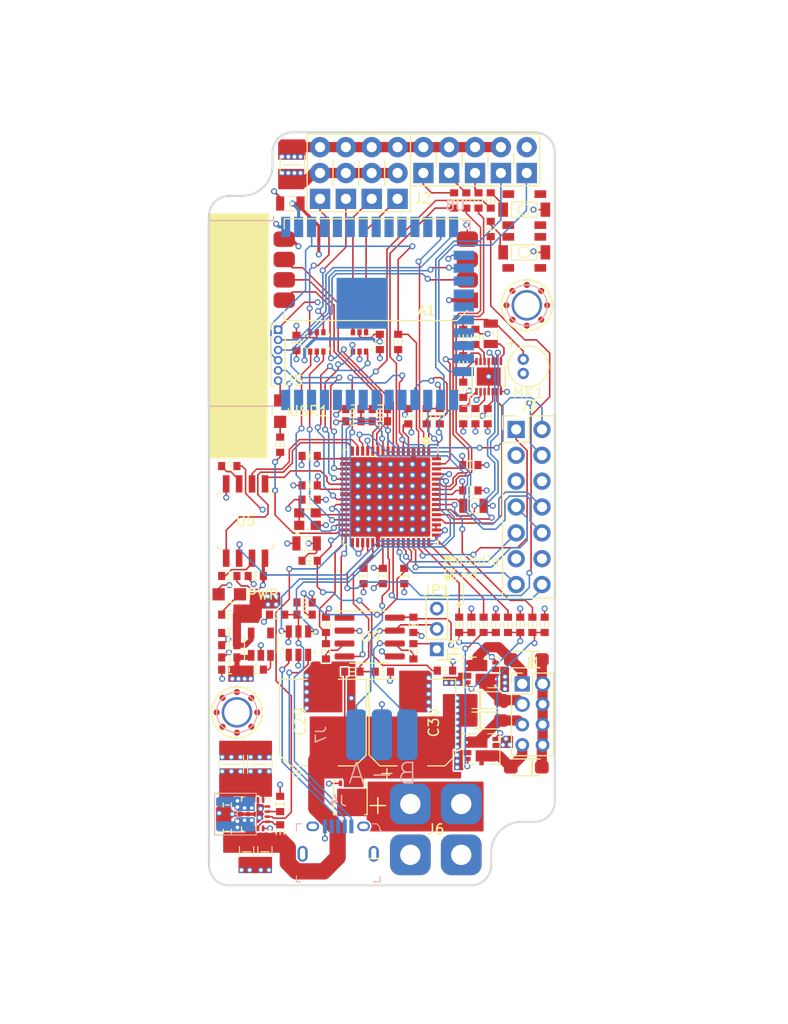
<source format=kicad_pcb>
(kicad_pcb (version 20171130) (host pcbnew "(5.1.2)-1")
  (layers (0 F.Cu signal) (1 In1.Cu power) (2 In2.Cu power) (31 B.Cu signal) (34 B.Paste user) (35 F.Paste user) (36 B.SilkS user) (37 F.SilkS user) (38 B.Mask user) (39 F.Mask user) (44 Edge.Cuts user))
  (net 0 "")
  (net 1 GND)
  (net 2 "Net-(C1-Pad1)")
  (net 3 +3V3)
  (net 4 /MICOUT)
  (net 5 "Net-(C7-Pad1)")
  (net 6 /VBUS)
  (net 7 +5V)
  (net 8 +12V)
  (net 9 /VBAT)
  (net 10 "Net-(L1-Pad1)")
  (net 11 "Net-(L1-Pad2)")
  (net 12 /MICBIAS)
  (net 13 "Net-(R1-Pad2)")
  (net 14 /M-~CS~)
  (net 15 /MCLR)
  (net 16 /I-TX)
  (net 17 /I-RX)
  (net 18 /EN3v3)
  (net 19 /D-)
  (net 20 /D+)
  (net 21 "Net-(PWR1-Pad1)")
  (net 22 /SOSCI)
  (net 23 "Net-(D1-PadA)")
  (net 24 "Net-(D2-PadA)")
  (net 25 "Net-(Q1-Pad3)")
  (net 26 "Net-(Q1-Pad6)")
  (net 27 "Net-(Q2-Pad6)")
  (net 28 "Net-(Q2-Pad3)")
  (net 29 /RS-OEN)
  (net 30 /W-TX)
  (net 31 /W-RX)
  (net 32 /W-EN)
  (net 33 /RS-DRCV)
  (net 34 /RS-DSEND)
  (net 35 /PGED1)
  (net 36 /PGEC1)
  (net 37 "Net-(JP1-Pad1)")
  (net 38 /PWR1)
  (net 39 /PWR2)
  (net 40 /PWR3)
  (net 41 /PWR4)
  (net 42 /STA)
  (net 43 /MIC_GAIN)
  (net 44 /AR)
  (net 45 /M-MOSI)
  (net 46 /M-SCK)
  (net 47 /M-MISO)
  (net 48 /I-INT)
  (net 49 /O1)
  (net 50 /O2)
  (net 51 /O3)
  (net 52 /O4)
  (net 53 /VIN_MES)
  (net 54 /IO1)
  (net 55 /IO2)
  (net 56 /IO3)
  (net 57 /IO4)
  (net 58 /IO5)
  (net 59 /I1)
  (net 60 /I2)
  (net 61 /I3)
  (net 62 /I4)
  (net 63 /I5)
  (net 64 /SW1)
  (net 65 /SW2)
  (net 66 /T-SENS)
  (net 67 /I-~RST~)
  (net 68 "Net-(C4-Pad1)")
  (net 69 "Net-(C4-Pad2)")
  (net 70 "Net-(C5-Pad1)")
  (net 71 "Net-(C8-Pad1)")
  (net 72 "Net-(C10-Pad1)")
  (net 73 "Net-(C22-Pad1)")
  (net 74 "Net-(C31-Pad1)")
  (net 75 "Net-(D3-PadA)")
  (net 76 "Net-(D4-PadA)")
  (net 77 "Net-(D5-Pad3)")
  (net 78 "Net-(D5-Pad1)")
  (net 79 "Net-(J2-Pad22)")
  (net 80 "Net-(J2-Pad21)")
  (net 81 "Net-(J2-Pad20)")
  (net 82 "Net-(J2-Pad19)")
  (net 83 "Net-(J2-Pad16)")
  (net 84 "Net-(J2-Pad15)")
  (net 85 "Net-(J2-Pad14)")
  (net 86 /W-BOOT)
  (net 87 /W-RX0)
  (net 88 /W-TX0)
  (net 89 "Net-(J7-Pad3)")
  (net 90 "Net-(J7-Pad1)")
  (net 91 "Net-(R12-Pad1)")
  (net 92 "Net-(R13-Pad1)")
  (net 93 "Net-(R18-Pad1)")
  (net 94 "Net-(R23-Pad2)")
  (net 95 "Net-(R24-Pad2)")
  (net 96 "Net-(R27-Pad2)")
  (net 97 "Net-(R32-Pad1)")
  (net 98 /W-RTS)
  (net 99 /W-CTS)
  (module VC:QFN-64_EP_9x9_Pitch0.5mm (layer F.Cu) (at 111.857143 91.828572 270)
    (fp_text reference U2 hide)
    (fp_text value PIC32MM0256GPM064PT)
    (pad 65 thru_hole circle (at 3.214285 3.214285 270) (size 0.65 0.65) (drill 0.35) (layers *.Cu *.Mask) (net 1 GND))
    (pad 65 thru_hole circle (at 3.214285 2.142857 270) (size 0.65 0.65) (drill 0.35) (layers *.Cu *.Mask) (net 1 GND))
    (pad 65 thru_hole circle (at 3.214285 1.071428 270) (size 0.65 0.65) (drill 0.35) (layers *.Cu *.Mask) (net 1 GND))
    (pad 65 thru_hole circle (at 3.214285 0 270) (size 0.65 0.65) (drill 0.35) (layers *.Cu *.Mask) (net 1 GND))
    (pad 65 thru_hole circle (at 3.214285 -1.071428 270) (size 0.65 0.65) (drill 0.35) (layers *.Cu *.Mask) (net 1 GND))
    (pad 65 thru_hole circle (at 3.214285 -2.142857 270) (size 0.65 0.65) (drill 0.35) (layers *.Cu *.Mask) (net 1 GND))
    (pad 65 thru_hole circle (at 3.214285 -3.214285 270) (size 0.65 0.65) (drill 0.35) (layers *.Cu *.Mask) (net 1 GND))
    (pad 65 thru_hole circle (at 2.142857 3.214285 270) (size 0.65 0.65) (drill 0.35) (layers *.Cu *.Mask) (net 1 GND))
    (pad 65 thru_hole circle (at 2.142857 2.142857 270) (size 0.65 0.65) (drill 0.35) (layers *.Cu *.Mask) (net 1 GND))
    (pad 65 thru_hole circle (at 2.142857 1.071428 270) (size 0.65 0.65) (drill 0.35) (layers *.Cu *.Mask) (net 1 GND))
    (pad 65 thru_hole circle (at 2.142857 0 270) (size 0.65 0.65) (drill 0.35) (layers *.Cu *.Mask) (net 1 GND))
    (pad 65 thru_hole circle (at 2.142857 -1.071428 270) (size 0.65 0.65) (drill 0.35) (layers *.Cu *.Mask) (net 1 GND))
    (pad 65 thru_hole circle (at 2.142857 -2.142857 270) (size 0.65 0.65) (drill 0.35) (layers *.Cu *.Mask) (net 1 GND))
    (pad 65 thru_hole circle (at 2.142857 -3.214285 270) (size 0.65 0.65) (drill 0.35) (layers *.Cu *.Mask) (net 1 GND))
    (pad 65 thru_hole circle (at 1.071428 3.214285 270) (size 0.65 0.65) (drill 0.35) (layers *.Cu *.Mask) (net 1 GND))
    (pad 65 thru_hole circle (at 1.071428 2.142857 270) (size 0.65 0.65) (drill 0.35) (layers *.Cu *.Mask) (net 1 GND))
    (pad 65 thru_hole circle (at 1.071428 1.071428 270) (size 0.65 0.65) (drill 0.35) (layers *.Cu *.Mask) (net 1 GND))
    (pad 65 thru_hole circle (at 1.071428 0 270) (size 0.65 0.65) (drill 0.35) (layers *.Cu *.Mask) (net 1 GND))
    (pad 65 thru_hole circle (at 1.071428 -1.071428 270) (size 0.65 0.65) (drill 0.35) (layers *.Cu *.Mask) (net 1 GND))
    (pad 65 thru_hole circle (at 1.071428 -2.142857 270) (size 0.65 0.65) (drill 0.35) (layers *.Cu *.Mask) (net 1 GND))
    (pad 65 thru_hole circle (at 1.071428 -3.214285 270) (size 0.65 0.65) (drill 0.35) (layers *.Cu *.Mask) (net 1 GND))
    (pad 65 thru_hole circle (at 0 3.214285 270) (size 0.65 0.65) (drill 0.35) (layers *.Cu *.Mask) (net 1 GND))
    (pad 65 thru_hole circle (at 0 2.142857 270) (size 0.65 0.65) (drill 0.35) (layers *.Cu *.Mask) (net 1 GND))
    (pad 65 thru_hole circle (at 0 1.071428 270) (size 0.65 0.65) (drill 0.35) (layers *.Cu *.Mask) (net 1 GND))
    (pad 65 thru_hole circle (at 0 0 270) (size 0.65 0.65) (drill 0.35) (layers *.Cu *.Mask) (net 1 GND))
    (pad 65 thru_hole circle (at 0 -1.071428 270) (size 0.65 0.65) (drill 0.35) (layers *.Cu *.Mask) (net 1 GND))
    (pad 65 thru_hole circle (at 0 -2.142857 270) (size 0.65 0.65) (drill 0.35) (layers *.Cu *.Mask) (net 1 GND))
    (pad 65 thru_hole circle (at 0 -3.214285 270) (size 0.65 0.65) (drill 0.35) (layers *.Cu *.Mask) (net 1 GND))
    (pad 65 thru_hole circle (at -1.071428 3.214285 270) (size 0.65 0.65) (drill 0.35) (layers *.Cu *.Mask) (net 1 GND))
    (pad 65 thru_hole circle (at -1.071428 2.142857 270) (size 0.65 0.65) (drill 0.35) (layers *.Cu *.Mask) (net 1 GND))
    (pad 65 thru_hole circle (at -1.071428 1.071428 270) (size 0.65 0.65) (drill 0.35) (layers *.Cu *.Mask) (net 1 GND))
    (pad 65 thru_hole circle (at -1.071428 0 270) (size 0.65 0.65) (drill 0.35) (layers *.Cu *.Mask) (net 1 GND))
    (pad 65 thru_hole circle (at -1.071428 -1.071428 270) (size 0.65 0.65) (drill 0.35) (layers *.Cu *.Mask) (net 1 GND))
    (pad 65 thru_hole circle (at -1.071428 -2.142857 270) (size 0.65 0.65) (drill 0.35) (layers *.Cu *.Mask) (net 1 GND))
    (pad 65 thru_hole circle (at -1.071428 -3.214285 270) (size 0.65 0.65) (drill 0.35) (layers *.Cu *.Mask) (net 1 GND))
    (pad 65 thru_hole circle (at -2.142857 3.214285 270) (size 0.65 0.65) (drill 0.35) (layers *.Cu *.Mask) (net 1 GND))
    (pad 65 thru_hole circle (at -2.142857 2.142857 270) (size 0.65 0.65) (drill 0.35) (layers *.Cu *.Mask) (net 1 GND))
    (pad 65 thru_hole circle (at -2.142857 1.071428 270) (size 0.65 0.65) (drill 0.35) (layers *.Cu *.Mask) (net 1 GND))
    (pad 65 thru_hole circle (at -2.142857 0 270) (size 0.65 0.65) (drill 0.35) (layers *.Cu *.Mask) (net 1 GND))
    (pad 65 thru_hole circle (at -2.142857 -1.071428 270) (size 0.65 0.65) (drill 0.35) (layers *.Cu *.Mask) (net 1 GND))
    (pad 65 thru_hole circle (at -2.142857 -2.142857 270) (size 0.65 0.65) (drill 0.35) (layers *.Cu *.Mask) (net 1 GND))
    (pad 65 thru_hole circle (at -2.142857 -3.214285 270) (size 0.65 0.65) (drill 0.35) (layers *.Cu *.Mask) (net 1 GND))
    (pad 65 thru_hole circle (at -3.214285 3.214285 270) (size 0.65 0.65) (drill 0.35) (layers *.Cu *.Mask) (net 1 GND))
    (pad 65 thru_hole circle (at -3.214285 2.142857 270) (size 0.65 0.65) (drill 0.35) (layers *.Cu *.Mask) (net 1 GND))
    (pad 65 thru_hole circle (at -3.214285 1.071428 270) (size 0.65 0.65) (drill 0.35) (layers *.Cu *.Mask) (net 1 GND))
    (pad 65 thru_hole circle (at -3.214285 0 270) (size 0.65 0.65) (drill 0.35) (layers *.Cu *.Mask) (net 1 GND))
    (pad 65 thru_hole circle (at -3.214285 -1.071428 270) (size 0.65 0.65) (drill 0.35) (layers *.Cu *.Mask) (net 1 GND))
    (pad 65 thru_hole circle (at -3.214285 -2.142857 270) (size 0.65 0.65) (drill 0.35) (layers *.Cu *.Mask) (net 1 GND))
    (pad 65 thru_hole circle (at -3.214285 -3.214285 270) (size 0.65 0.65) (drill 0.35) (layers *.Cu *.Mask) (net 1 GND))
    (pad 65 smd rect (at 3.214285 3.214285 270) (size 1.071428 1.071428) (layers F.Cu F.Paste F.Mask) (net 1 GND))
    (pad 65 smd rect (at 3.214285 2.142857 270) (size 1.071428 1.071428) (layers F.Cu F.Paste F.Mask) (net 1 GND))
    (pad 65 smd rect (at 3.214285 1.071428 270) (size 1.071428 1.071428) (layers F.Cu F.Paste F.Mask) (net 1 GND))
    (pad 65 smd rect (at 3.214285 0 270) (size 1.071428 1.071428) (layers F.Cu F.Paste F.Mask) (net 1 GND))
    (pad 65 smd rect (at 3.214285 -1.071428 270) (size 1.071428 1.071428) (layers F.Cu F.Paste F.Mask) (net 1 GND))
    (pad 65 smd rect (at 3.214285 -2.142857 270) (size 1.071428 1.071428) (layers F.Cu F.Paste F.Mask) (net 1 GND))
    (pad 65 smd rect (at 3.214285 -3.214285 270) (size 1.071428 1.071428) (layers F.Cu F.Paste F.Mask) (net 1 GND))
    (pad 65 smd rect (at 2.142857 3.214285 270) (size 1.071428 1.071428) (layers F.Cu F.Paste F.Mask) (net 1 GND))
    (pad 65 smd rect (at 2.142857 2.142857 270) (size 1.071428 1.071428) (layers F.Cu F.Paste F.Mask) (net 1 GND))
    (pad 65 smd rect (at 2.142857 1.071428 270) (size 1.071428 1.071428) (layers F.Cu F.Paste F.Mask) (net 1 GND))
    (pad 65 smd rect (at 2.142857 0 270) (size 1.071428 1.071428) (layers F.Cu F.Paste F.Mask) (net 1 GND))
    (pad 65 smd rect (at 2.142857 -1.071428 270) (size 1.071428 1.071428) (layers F.Cu F.Paste F.Mask) (net 1 GND))
    (pad 65 smd rect (at 2.142857 -2.142857 270) (size 1.071428 1.071428) (layers F.Cu F.Paste F.Mask) (net 1 GND))
    (pad 65 smd rect (at 2.142857 -3.214285 270) (size 1.071428 1.071428) (layers F.Cu F.Paste F.Mask) (net 1 GND))
    (pad 65 smd rect (at 1.071428 3.214285 270) (size 1.071428 1.071428) (layers F.Cu F.Paste F.Mask) (net 1 GND))
    (pad 65 smd rect (at 1.071428 2.142857 270) (size 1.071428 1.071428) (layers F.Cu F.Paste F.Mask) (net 1 GND))
    (pad 65 smd rect (at 1.071428 1.071428 270) (size 1.071428 1.071428) (layers F.Cu F.Paste F.Mask) (net 1 GND))
    (pad 65 smd rect (at 1.071428 0 270) (size 1.071428 1.071428) (layers F.Cu F.Paste F.Mask) (net 1 GND))
    (pad 65 smd rect (at 1.071428 -1.071428 270) (size 1.071428 1.071428) (layers F.Cu F.Paste F.Mask) (net 1 GND))
    (pad 65 smd rect (at 1.071428 -2.142857 270) (size 1.071428 1.071428) (layers F.Cu F.Paste F.Mask) (net 1 GND))
    (pad 65 smd rect (at 1.071428 -3.214285 270) (size 1.071428 1.071428) (layers F.Cu F.Paste F.Mask) (net 1 GND))
    (pad 65 smd rect (at 0 3.214285 270) (size 1.071428 1.071428) (layers F.Cu F.Paste F.Mask) (net 1 GND))
    (pad 65 smd rect (at 0 2.142857 270) (size 1.071428 1.071428) (layers F.Cu F.Paste F.Mask) (net 1 GND))
    (pad 65 smd rect (at 0 1.071428 270) (size 1.071428 1.071428) (layers F.Cu F.Paste F.Mask) (net 1 GND))
    (pad 65 smd rect (at 0 0 270) (size 1.071428 1.071428) (layers F.Cu F.Paste F.Mask) (net 1 GND))
    (pad 65 smd rect (at 0 -1.071428 270) (size 1.071428 1.071428) (layers F.Cu F.Paste F.Mask) (net 1 GND))
    (pad 65 smd rect (at 0 -2.142857 270) (size 1.071428 1.071428) (layers F.Cu F.Paste F.Mask) (net 1 GND))
    (pad 65 smd rect (at 0 -3.214285 270) (size 1.071428 1.071428) (layers F.Cu F.Paste F.Mask) (net 1 GND))
    (pad 65 smd rect (at -1.071428 3.214285 270) (size 1.071428 1.071428) (layers F.Cu F.Paste F.Mask) (net 1 GND))
    (pad 65 smd rect (at -1.071428 2.142857 270) (size 1.071428 1.071428) (layers F.Cu F.Paste F.Mask) (net 1 GND))
    (pad 65 smd rect (at -1.071428 1.071428 270) (size 1.071428 1.071428) (layers F.Cu F.Paste F.Mask) (net 1 GND))
    (pad 65 smd rect (at -1.071428 0 270) (size 1.071428 1.071428) (layers F.Cu F.Paste F.Mask) (net 1 GND))
    (pad 65 smd rect (at -1.071428 -1.071428 270) (size 1.071428 1.071428) (layers F.Cu F.Paste F.Mask) (net 1 GND))
    (pad 65 smd rect (at -1.071428 -2.142857 270) (size 1.071428 1.071428) (layers F.Cu F.Paste F.Mask) (net 1 GND))
    (pad 65 smd rect (at -1.071428 -3.214285 270) (size 1.071428 1.071428) (layers F.Cu F.Paste F.Mask) (net 1 GND))
    (pad 65 smd rect (at -2.142857 3.214285 270) (size 1.071428 1.071428) (layers F.Cu F.Paste F.Mask) (net 1 GND))
    (pad 65 smd rect (at -2.142857 2.142857 270) (size 1.071428 1.071428) (layers F.Cu F.Paste F.Mask) (net 1 GND))
    (pad 65 smd rect (at -2.142857 1.071428 270) (size 1.071428 1.071428) (layers F.Cu F.Paste F.Mask) (net 1 GND))
    (pad 65 smd rect (at -2.142857 0 270) (size 1.071428 1.071428) (layers F.Cu F.Paste F.Mask) (net 1 GND))
    (pad 65 smd rect (at -2.142857 -1.071428 270) (size 1.071428 1.071428) (layers F.Cu F.Paste F.Mask) (net 1 GND))
    (pad 65 smd rect (at -2.142857 -2.142857 270) (size 1.071428 1.071428) (layers F.Cu F.Paste F.Mask) (net 1 GND))
    (pad 65 smd rect (at -2.142857 -3.214285 270) (size 1.071428 1.071428) (layers F.Cu F.Paste F.Mask) (net 1 GND))
    (pad 65 smd rect (at -3.214285 3.214285 270) (size 1.071428 1.071428) (layers F.Cu F.Paste F.Mask) (net 1 GND))
    (pad 65 smd rect (at -3.214285 2.142857 270) (size 1.071428 1.071428) (layers F.Cu F.Paste F.Mask) (net 1 GND))
    (pad 65 smd rect (at -3.214285 1.071428 270) (size 1.071428 1.071428) (layers F.Cu F.Paste F.Mask) (net 1 GND))
    (pad 65 smd rect (at -3.214285 0 270) (size 1.071428 1.071428) (layers F.Cu F.Paste F.Mask) (net 1 GND))
    (pad 65 smd rect (at -3.214285 -1.071428 270) (size 1.071428 1.071428) (layers F.Cu F.Paste F.Mask) (net 1 GND))
    (pad 65 smd rect (at -3.214285 -2.142857 270) (size 1.071428 1.071428) (layers F.Cu F.Paste F.Mask) (net 1 GND))
    (pad 65 smd rect (at -3.214285 -3.214285 270) (size 1.071428 1.071428) (layers F.Cu F.Paste F.Mask) (net 1 GND))
    (pad 64 smd rect (at -3.75 -4.5 270) (size 0.3 0.9) (layers F.Cu F.Paste F.Mask) (net 31 /W-RX))
    (pad 63 smd rect (at -3.25 -4.5 270) (size 0.3 0.9) (layers F.Cu F.Paste F.Mask) (net 99 /W-CTS))
    (pad 62 smd rect (at -2.75 -4.5 270) (size 0.3 0.9) (layers F.Cu F.Paste F.Mask) (net 3 +3V3))
    (pad 61 smd rect (at -2.25 -4.5 270) (size 0.3 0.9) (layers F.Cu F.Paste F.Mask) (net 20 /D+))
    (pad 60 smd rect (at -1.75 -4.5 270) (size 0.3 0.9) (layers F.Cu F.Paste F.Mask) (net 19 /D-))
    (pad 59 smd rect (at -1.25 -4.5 270) (size 0.3 0.9) (layers F.Cu F.Paste F.Mask) (net 60 /I2))
    (pad 58 smd rect (at -0.75 -4.5 270) (size 0.3 0.9) (layers F.Cu F.Paste F.Mask) (net 61 /I3))
    (pad 57 smd rect (at -0.25 -4.5 270) (size 0.3 0.9) (layers F.Cu F.Paste F.Mask) (net 3 +3V3))
    (pad 56 smd rect (at 0.25 -4.5 270) (size 0.3 0.9) (layers F.Cu F.Paste F.Mask) (net 72 "Net-(C10-Pad1)"))
    (pad 55 smd rect (at 0.75 -4.5 270) (size 0.3 0.9) (layers F.Cu F.Paste F.Mask) (net 38 /PWR1))
    (pad 54 smd rect (at 1.25 -4.5 270) (size 0.3 0.9) (layers F.Cu F.Paste F.Mask) (net 43 /MIC_GAIN))
    (pad 53 smd rect (at 1.75 -4.5 270) (size 0.3 0.9) (layers F.Cu F.Paste F.Mask) (net 44 /AR))
    (pad 52 smd rect (at 2.25 -4.5 270) (size 0.3 0.9) (layers F.Cu F.Paste F.Mask) (net 4 /MICOUT))
    (pad 51 smd rect (at 2.75 -4.5 270) (size 0.3 0.9) (layers F.Cu F.Paste F.Mask) (net 46 /M-SCK))
    (pad 50 smd rect (at 3.25 -4.5 270) (size 0.3 0.9) (layers F.Cu F.Paste F.Mask) (net 46 /M-SCK))
    (pad 49 smd rect (at 3.75 -4.5 270) (size 0.3 0.9) (layers F.Cu F.Paste F.Mask) (net 41 /PWR4))
    (pad 48 smd rect (at 4.5 -3.75) (size 0.3 0.9) (layers F.Cu F.Paste F.Mask) (net 39 /PWR2))
    (pad 47 smd rect (at 4.5 -3.25) (size 0.3 0.9) (layers F.Cu F.Paste F.Mask) (net 40 /PWR3))
    (pad 46 smd rect (at 4.5 -2.75) (size 0.3 0.9) (layers F.Cu F.Paste F.Mask) (net 54 /IO1))
    (pad 45 smd rect (at 4.5 -2.25) (size 0.3 0.9) (layers F.Cu F.Paste F.Mask) (net 55 /IO2))
    (pad 44 smd rect (at 4.5 -1.75) (size 0.3 0.9) (layers F.Cu F.Paste F.Mask) (net 6 /VBUS))
    (pad 43 smd rect (at 4.5 -1.25) (size 0.3 0.9) (layers F.Cu F.Paste F.Mask) (net 56 /IO3))
    (pad 42 smd rect (at 4.5 -0.75) (size 0.3 0.9) (layers F.Cu F.Paste F.Mask) (net 57 /IO4))
    (pad 41 smd rect (at 4.5 -0.25) (size 0.3 0.9) (layers F.Cu F.Paste F.Mask) (net 58 /IO5))
    (pad 40 smd rect (at 4.5 0.25) (size 0.3 0.9) (layers F.Cu F.Paste F.Mask) (net 34 /RS-DSEND))
    (pad 39 smd rect (at 4.5 0.75) (size 0.3 0.9) (layers F.Cu F.Paste F.Mask) (net 3 +3V3))
    (pad 38 smd rect (at 4.5 1.25) (size 0.3 0.9) (layers F.Cu F.Paste F.Mask) (net 1 GND))
    (pad 37 smd rect (at 4.5 1.75) (size 0.3 0.9) (layers F.Cu F.Paste F.Mask) (net 53 /VIN_MES))
    (pad 36 smd rect (at 4.5 2.25) (size 0.3 0.9) (layers F.Cu F.Paste F.Mask) (net 65 /SW2))
    (pad 35 smd rect (at 4.5 2.75) (size 0.3 0.9) (layers F.Cu F.Paste F.Mask) (net 64 /SW1))
    (pad 34 smd rect (at 4.5 3.25) (size 0.3 0.9) (layers F.Cu F.Paste F.Mask))
    (pad 33 smd rect (at 4.5 3.75) (size 0.3 0.9) (layers F.Cu F.Paste F.Mask))
    (pad 32 smd rect (at 3.75 4.5 270) (size 0.3 0.9) (layers F.Cu F.Paste F.Mask) (net 29 /RS-OEN))
    (pad 31 smd rect (at 3.25 4.5 270) (size 0.3 0.9) (layers F.Cu F.Paste F.Mask) (net 42 /STA))
    (pad 30 smd rect (at 2.75 4.5 270) (size 0.3 0.9) (layers F.Cu F.Paste F.Mask) (net 49 /O1))
    (pad 29 smd rect (at 2.25 4.5 270) (size 0.3 0.9) (layers F.Cu F.Paste F.Mask) (net 50 /O2))
    (pad 28 smd rect (at 1.75 4.5 270) (size 0.3 0.9) (layers F.Cu F.Paste F.Mask) (net 22 /SOSCI))
    (pad 27 smd rect (at 1.25 4.5 270) (size 0.3 0.9) (layers F.Cu F.Paste F.Mask))
    (pad 26 smd rect (at 0.75 4.5 270) (size 0.3 0.9) (layers F.Cu F.Paste F.Mask) (net 66 /T-SENS))
    (pad 25 smd rect (at 0.25 4.5 270) (size 0.3 0.9) (layers F.Cu F.Paste F.Mask) (net 52 /O4))
    (pad 24 smd rect (at -0.25 4.5 270) (size 0.3 0.9) (layers F.Cu F.Paste F.Mask) (net 1 GND))
    (pad 23 smd rect (at -0.75 4.5 270) (size 0.3 0.9) (layers F.Cu F.Paste F.Mask) (net 3 +3V3))
    (pad 22 smd rect (at -1.25 4.5 270) (size 0.3 0.9) (layers F.Cu F.Paste F.Mask) (net 14 /M-~CS~))
    (pad 21 smd rect (at -1.75 4.5 270) (size 0.3 0.9) (layers F.Cu F.Paste F.Mask) (net 51 /O3))
    (pad 20 smd rect (at -2.25 4.5 270) (size 0.3 0.9) (layers F.Cu F.Paste F.Mask))
    (pad 19 smd rect (at -2.75 4.5 270) (size 0.3 0.9) (layers F.Cu F.Paste F.Mask) (net 67 /I-~RST~))
    (pad 18 smd rect (at -3.25 4.5 270) (size 0.3 0.9) (layers F.Cu F.Paste F.Mask) (net 1 GND))
    (pad 17 smd rect (at -3.75 4.5 270) (size 0.3 0.9) (layers F.Cu F.Paste F.Mask) (net 3 +3V3))
    (pad 16 smd rect (at -4.5 3.75) (size 0.3 0.9) (layers F.Cu F.Paste F.Mask) (net 45 /M-MOSI))
    (pad 15 smd rect (at -4.5 3.25) (size 0.3 0.9) (layers F.Cu F.Paste F.Mask) (net 47 /M-MISO))
    (pad 14 smd rect (at -4.5 2.75) (size 0.3 0.9) (layers F.Cu F.Paste F.Mask) (net 36 /PGEC1))
    (pad 13 smd rect (at -4.5 2.25) (size 0.3 0.9) (layers F.Cu F.Paste F.Mask) (net 35 /PGED1))
    (pad 12 smd rect (at -4.5 1.75) (size 0.3 0.9) (layers F.Cu F.Paste F.Mask) (net 16 /I-TX))
    (pad 11 smd rect (at -4.5 1.25) (size 0.3 0.9) (layers F.Cu F.Paste F.Mask) (net 17 /I-RX))
    (pad 10 smd rect (at -4.5 0.75) (size 0.3 0.9) (layers F.Cu F.Paste F.Mask) (net 33 /RS-DRCV))
    (pad 9 smd rect (at -4.5 0.25) (size 0.3 0.9) (layers F.Cu F.Paste F.Mask) (net 15 /MCLR))
    (pad 8 smd rect (at -4.5 -0.25) (size 0.3 0.9) (layers F.Cu F.Paste F.Mask) (net 48 /I-INT))
    (pad 7 smd rect (at -4.5 -0.75) (size 0.3 0.9) (layers F.Cu F.Paste F.Mask) (net 59 /I1))
    (pad 6 smd rect (at -4.5 -1.25) (size 0.3 0.9) (layers F.Cu F.Paste F.Mask) (net 86 /W-BOOT))
    (pad 5 smd rect (at -4.5 -1.75) (size 0.3 0.9) (layers F.Cu F.Paste F.Mask) (net 3 +3V3))
    (pad 4 smd rect (at -4.5 -2.25) (size 0.3 0.9) (layers F.Cu F.Paste F.Mask) (net 1 GND))
    (pad 3 smd rect (at -4.5 -2.75) (size 0.3 0.9) (layers F.Cu F.Paste F.Mask) (net 32 /W-EN))
    (pad 2 smd rect (at -4.5 -3.25) (size 0.3 0.9) (layers F.Cu F.Paste F.Mask) (net 98 /W-RTS))
    (pad 1 smd rect (at -4.5 -3.75) (size 0.3 0.9) (layers F.Cu F.Paste F.Mask) (net 30 /W-TX))
  )
  (module VC:VC_bosch_imu_pcb_mod (layer F.Cu) (at 110.4 69.5 180)
    (fp_text reference A1 (at -5 -4 180) (layer F.SilkS))
    (fp_text value vc_bosch_imu_pcb)
    (pad 1 smd rect (at -9 -3 180) (size 2.1 1.524) (layers F.Cu F.Paste F.Mask) (net 3 +3V3))
    (pad 2 smd roundrect (at -9 -1 180) (size 2.1 1.524) (layers F.Cu F.Paste F.Mask) (roundrect_rratio 0.3) (net 67 /I-~RST~))
    (pad 3 smd roundrect (at -9 1 180) (size 2.1 1.524) (layers F.Cu F.Paste F.Mask) (roundrect_rratio 0.3))
    (pad 4 smd roundrect (at -9 3 180) (size 2.1 1.524) (layers F.Cu F.Paste F.Mask) (roundrect_rratio 0.3) (net 1 GND))
    (pad 5 smd roundrect (at 9 3 180) (size 2.1 1.524) (layers F.Cu F.Paste F.Mask) (roundrect_rratio 0.3) (net 1 GND))
    (pad 6 smd roundrect (at 9 1 180) (size 2.1 1.524) (layers F.Cu F.Paste F.Mask) (roundrect_rratio 0.3) (net 17 /I-RX))
    (pad 7 smd roundrect (at 9 -1 180) (size 2.1 1.524) (layers F.Cu F.Paste F.Mask) (roundrect_rratio 0.3) (net 16 /I-TX))
    (pad 8 smd roundrect (at 9 -3 180) (size 2.1 1.524) (layers F.Cu F.Paste F.Mask) (roundrect_rratio 0.3) (net 48 /I-INT))
  )
  (module VC:VC-RES-0603-1608metric (layer F.Cu) (at 127 104.4 90)
    (fp_text reference R9 hide)
    (fp_text value 10k)
    (pad 2 smd rect (at 0.75 0 90) (size 0.7 0.8) (layers F.Cu F.Paste F.Mask) (net 1 GND))
    (pad 1 smd rect (at -0.75 0 90) (size 0.7 0.8) (layers F.Cu F.Paste F.Mask) (net 26 "Net-(Q1-Pad6)"))
  )
  (module VC:VC-QQV1-PWR (layer F.Cu) (at 113.8 122)
    (fp_text reference J6 (at 2.5 2.5) (layer F.SilkS))
    (fp_text value Conn_02x02_Odd_Even)
    (fp_text user - (at -3.2 5.2) (layer F.SilkS) (effects (font (size 2 2))))
    (fp_text user + (at -3.2 0) (layer F.SilkS) (effects (font (size 2 2))))
    (pad 4 thru_hole roundrect (at 0 5) (size 4 4) (drill 2) (layers *.Cu *.Mask) (net 1 GND))
    (pad 3 thru_hole roundrect (at 5 5) (size 4 4) (drill 2) (layers *.Cu *.Mask) (net 1 GND))
    (pad 2 thru_hole roundrect (at 5 0) (size 4 4) (drill 2) (layers *.Cu *.Mask) (net 9 /VBAT))
    (pad 1 thru_hole roundrect (at 0 0) (size 4 4) (drill 2) (layers *.Cu *.Mask) (net 9 /VBAT))
  )
  (module VC:2.5mm-screw-Hole (layer F.Cu) (at 96.75 113)
    (fp_text reference REF** hide)
    (fp_text value 2.5mm-screw-Hole)
    (pad 9 smd circle (at 1.414214 -1.414214) (size 0.6 0.6) (layers F.Cu F.Paste F.Mask))
    (pad 8 smd circle (at 2 0) (size 0.6 0.6) (layers F.Cu F.Paste F.Mask))
    (pad 7 smd circle (at 1.414214 1.414214) (size 0.6 0.6) (layers F.Cu F.Paste F.Mask))
    (pad 6 smd circle (at 0 2) (size 0.6 0.6) (layers F.Cu F.Paste F.Mask))
    (pad 5 smd circle (at -1.414214 1.414214) (size 0.6 0.6) (layers F.Cu F.Paste F.Mask))
    (pad 4 smd circle (at -2 0) (size 0.6 0.6) (layers F.Cu F.Paste F.Mask))
    (pad 3 smd circle (at -1.414214 -1.414214) (size 0.6 0.6) (layers F.Cu F.Paste F.Mask))
    (pad 2 smd circle (at 0 -2) (size 0.6 0.6) (layers F.Cu F.Paste F.Mask))
    (pad 1 thru_hole circle (at 0 0) (size 3 3) (drill 2.5) (layers *.Cu *.Mask))
  )
  (module VC:2.5mm-screw-Hole (layer F.Cu) (at 125.25 73)
    (fp_text reference REF** hide)
    (fp_text value 2.5mm-screw-Hole)
    (pad 9 smd circle (at 1.414214 -1.414214) (size 0.6 0.6) (layers F.Cu F.Paste F.Mask))
    (pad 8 smd circle (at 2 0) (size 0.6 0.6) (layers F.Cu F.Paste F.Mask))
    (pad 7 smd circle (at 1.414214 1.414214) (size 0.6 0.6) (layers F.Cu F.Paste F.Mask))
    (pad 6 smd circle (at 0 2) (size 0.6 0.6) (layers F.Cu F.Paste F.Mask))
    (pad 5 smd circle (at -1.414214 1.414214) (size 0.6 0.6) (layers F.Cu F.Paste F.Mask))
    (pad 4 smd circle (at -2 0) (size 0.6 0.6) (layers F.Cu F.Paste F.Mask))
    (pad 3 smd circle (at -1.414214 -1.414214) (size 0.6 0.6) (layers F.Cu F.Paste F.Mask))
    (pad 2 smd circle (at 0 -2) (size 0.6 0.6) (layers F.Cu F.Paste F.Mask))
    (pad 1 thru_hole circle (at 0 0) (size 3 3) (drill 2.5) (layers *.Cu *.Mask))
  )
  (module VC:murata-CAP-GCM-0603-1608metric-reflow (layer F.Cu) (at 119 83.9 270)
    (fp_text reference C1 hide)
    (fp_text value 68nF)
    (pad 2 smd rect (at 0.75 0 270) (size 0.7 0.8) (layers F.Cu F.Paste F.Mask) (net 1 GND))
    (pad 1 smd rect (at -0.75 0 270) (size 0.7 0.8) (layers F.Cu F.Paste F.Mask) (net 2 "Net-(C1-Pad1)"))
  )
  (module VC:murata-CAP-GCM-0603-1608metric-reflow (layer F.Cu) (at 121.4 83.9 270)
    (fp_text reference C2 hide)
    (fp_text value 2.2uF)
    (pad 1 smd rect (at -0.75 0 270) (size 0.7 0.8) (layers F.Cu F.Paste F.Mask) (net 3 +3V3))
    (pad 2 smd rect (at 0.75 0 270) (size 0.7 0.8) (layers F.Cu F.Paste F.Mask) (net 1 GND))
  )
  (module VC:murata-CAP-GRM-0805-2012metric-reflow (layer F.Cu) (at 103.6 96.4 180)
    (fp_text reference C3 hide)
    (fp_text value 10uF)
    (pad 2 smd rect (at 1 0 180) (size 0.8 1.4) (layers F.Cu F.Paste F.Mask) (net 1 GND))
    (pad 1 smd rect (at -1 0 180) (size 0.8 1.4) (layers F.Cu F.Paste F.Mask) (net 3 +3V3))
  )
  (module VC:murata-CAP-GRM-0805-2012metric-reflow (layer F.Cu) (at 121.7 75.8 90)
    (fp_text reference C4 hide)
    (fp_text value 0.1uF)
    (pad 1 smd rect (at -1 0 90) (size 0.8 1.4) (layers F.Cu F.Paste F.Mask) (net 68 "Net-(C4-Pad1)"))
    (pad 2 smd rect (at 1 0 90) (size 0.8 1.4) (layers F.Cu F.Paste F.Mask) (net 69 "Net-(C4-Pad2)"))
  )
  (module VC:murata-CAP-GCM-0603-1608metric-reflow (layer F.Cu) (at 108.2 84.4 180)
    (fp_text reference C5 hide)
    (fp_text value 100nF)
    (pad 2 smd rect (at 0.75 0 180) (size 0.7 0.8) (layers F.Cu F.Paste F.Mask) (net 1 GND))
    (pad 1 smd rect (at -0.75 0 180) (size 0.7 0.8) (layers F.Cu F.Paste F.Mask) (net 70 "Net-(C5-Pad1)"))
  )
  (module VC:murata-CAP-GCM-0603-1608metric-reflow (layer F.Cu) (at 119.7 88.7)
    (fp_text reference C6 hide)
    (fp_text value 100nF)
    (pad 1 smd rect (at -0.75 0) (size 0.7 0.8) (layers F.Cu F.Paste F.Mask) (net 3 +3V3))
    (pad 2 smd rect (at 0.75 0) (size 0.7 0.8) (layers F.Cu F.Paste F.Mask) (net 1 GND))
  )
  (module VC:murata-CAP-GCM-0603-1608metric-reflow (layer F.Cu) (at 120.2 76.1 90)
    (fp_text reference C7 hide)
    (fp_text value 470nF)
    (pad 1 smd rect (at -0.75 0 90) (size 0.7 0.8) (layers F.Cu F.Paste F.Mask) (net 5 "Net-(C7-Pad1)"))
    (pad 2 smd rect (at 0.75 0 90) (size 0.7 0.8) (layers F.Cu F.Paste F.Mask) (net 1 GND))
  )
  (module VC:murata-CAP-GCM-0603-1608metric-reflow (layer F.Cu) (at 120.2 83.9 270)
    (fp_text reference C8 hide)
    (fp_text value 2.2uF)
    (pad 1 smd rect (at -0.75 0 270) (size 0.7 0.8) (layers F.Cu F.Paste F.Mask) (net 71 "Net-(C8-Pad1)"))
    (pad 2 smd rect (at 0.75 0 270) (size 0.7 0.8) (layers F.Cu F.Paste F.Mask) (net 1 GND))
  )
  (module VC:murata-CAP-GCM-0603-1608metric-reflow (layer F.Cu) (at 113.6 83.9 90)
    (fp_text reference C9 hide)
    (fp_text value 100nF)
    (pad 2 smd rect (at 0.75 0 90) (size 0.7 0.8) (layers F.Cu F.Paste F.Mask) (net 1 GND))
    (pad 1 smd rect (at -0.75 0 90) (size 0.7 0.8) (layers F.Cu F.Paste F.Mask) (net 3 +3V3))
  )
  (module VC:murata-CAP-GRM-0805-2012metric-reflow (layer F.Cu) (at 120 92.7)
    (fp_text reference C10 hide)
    (fp_text value 10uF)
    (pad 2 smd rect (at 1 0) (size 0.8 1.4) (layers F.Cu F.Paste F.Mask) (net 1 GND))
    (pad 1 smd rect (at -1 0) (size 0.8 1.4) (layers F.Cu F.Paste F.Mask) (net 72 "Net-(C10-Pad1)"))
  )
  (module VC:murata-CAP-GCM-0603-1608metric-reflow (layer F.Cu) (at 119.7 91.2)
    (fp_text reference C11 hide)
    (fp_text value 100nF)
    (pad 2 smd rect (at 0.75 0) (size 0.7 0.8) (layers F.Cu F.Paste F.Mask) (net 1 GND))
    (pad 1 smd rect (at -0.75 0) (size 0.7 0.8) (layers F.Cu F.Paste F.Mask) (net 3 +3V3))
  )
  (module VC:murata-CAP-GCM-0603-1608metric-reflow (layer F.Cu) (at 103.9 87.8 180)
    (fp_text reference C12 hide)
    (fp_text value 100nF)
    (pad 1 smd rect (at -0.75 0 180) (size 0.7 0.8) (layers F.Cu F.Paste F.Mask) (net 3 +3V3))
    (pad 2 smd rect (at 0.75 0 180) (size 0.7 0.8) (layers F.Cu F.Paste F.Mask) (net 1 GND))
  )
  (module VC:murata-CAP-GRM-1210-3225metric-reflow (layer F.Cu) (at 102.2 59.2 90)
    (fp_text reference C13 hide)
    (fp_text value 47uF)
    (pad 1 smd rect (at -1.7 0 90) (size 1.2 2.3) (layers F.Cu F.Paste F.Mask) (net 7 +5V))
    (pad 2 smd rect (at 1.7 0 90) (size 1.2 2.3) (layers F.Cu F.Paste F.Mask) (net 1 GND))
  )
  (module VC:murata-CAP-GCM-0603-1608metric-reflow (layer F.Cu) (at 113.2 99.6 270)
    (fp_text reference C14 hide)
    (fp_text value 470nF)
    (pad 1 smd rect (at -0.75 0 270) (size 0.7 0.8) (layers F.Cu F.Paste F.Mask) (net 6 /VBUS))
    (pad 2 smd rect (at 0.75 0 270) (size 0.7 0.8) (layers F.Cu F.Paste F.Mask) (net 1 GND))
  )
  (module VC:murata-CAP-GCM-0603-1608metric-reflow (layer F.Cu) (at 103.9 90.7 180)
    (fp_text reference C15 hide)
    (fp_text value 100nF)
    (pad 2 smd rect (at 0.75 0 180) (size 0.7 0.8) (layers F.Cu F.Paste F.Mask) (net 1 GND))
    (pad 1 smd rect (at -0.75 0 180) (size 0.7 0.8) (layers F.Cu F.Paste F.Mask) (net 3 +3V3))
  )
  (module VC:murata-CAP-GCM-0603-1608metric-reflow (layer F.Cu) (at 102.6 76.7 270)
    (fp_text reference C16 hide)
    (fp_text value 100nF)
    (pad 2 smd rect (at 0.75 0 270) (size 0.7 0.8) (layers F.Cu F.Paste F.Mask) (net 1 GND))
    (pad 1 smd rect (at -0.75 0 270) (size 0.7 0.8) (layers F.Cu F.Paste F.Mask) (net 7 +5V))
  )
  (module VC:murata-CAP-GCM-0603-1608metric-reflow (layer F.Cu) (at 111.1 99.6 270)
    (fp_text reference C17 hide)
    (fp_text value 100nF)
    (pad 1 smd rect (at -0.75 0 270) (size 0.7 0.8) (layers F.Cu F.Paste F.Mask) (net 3 +3V3))
    (pad 2 smd rect (at 0.75 0 270) (size 0.7 0.8) (layers F.Cu F.Paste F.Mask) (net 1 GND))
  )
  (module VC:murata-CAP-GCM-0603-1608metric-reflow (layer F.Cu) (at 110.8 76.6 270)
    (fp_text reference C18 hide)
    (fp_text value 100nF)
    (pad 1 smd rect (at -0.75 0 270) (size 0.7 0.8) (layers F.Cu F.Paste F.Mask) (net 7 +5V))
    (pad 2 smd rect (at 0.75 0 270) (size 0.7 0.8) (layers F.Cu F.Paste F.Mask) (net 1 GND))
  )
  (module VC:murata-CAP-GCM-0603-1608metric-reflow (layer F.Cu) (at 98.6 99.6 180)
    (fp_text reference C19 hide)
    (fp_text value 100nF)
    (pad 1 smd rect (at -0.75 0 180) (size 0.7 0.8) (layers F.Cu F.Paste F.Mask) (net 3 +3V3))
    (pad 2 smd rect (at 0.75 0 180) (size 0.7 0.8) (layers F.Cu F.Paste F.Mask) (net 1 GND))
  )
  (module VC:murata-CAP-GCM-0603-1608metric-reflow (layer F.Cu) (at 103.9 92.1)
    (fp_text reference C20 hide)
    (fp_text value 100nF)
    (pad 1 smd rect (at -0.75 0) (size 0.7 0.8) (layers F.Cu F.Paste F.Mask) (net 3 +3V3))
    (pad 2 smd rect (at 0.75 0) (size 0.7 0.8) (layers F.Cu F.Paste F.Mask) (net 1 GND))
  )
  (module VC:murata-CAP-GRM-0805-2012metric-reflow (layer F.Cu) (at 102 63 180)
    (fp_text reference C21 hide)
    (fp_text value 10uF)
    (pad 1 smd rect (at -1 0 180) (size 0.8 1.4) (layers F.Cu F.Paste F.Mask) (net 3 +3V3))
    (pad 2 smd rect (at 1 0 180) (size 0.8 1.4) (layers F.Cu F.Paste F.Mask) (net 1 GND))
  )
  (module VC:murata-CAP-GCM-0603-1608metric-reflow (layer F.Cu) (at 100.7 103.4 180)
    (fp_text reference C22 hide)
    (fp_text value 100nF)
    (pad 2 smd rect (at 0.75 0 180) (size 0.7 0.8) (layers F.Cu F.Paste F.Mask) (net 1 GND))
    (pad 1 smd rect (at -0.75 0 180) (size 0.7 0.8) (layers F.Cu F.Paste F.Mask) (net 73 "Net-(C22-Pad1)"))
  )
  (module VC:murata-CAP-GRM-0805-2012metric-reflow (layer F.Cu) (at 99.5 126.7 270)
    (fp_text reference C23 hide)
    (fp_text value 10uF)
    (pad 2 smd rect (at 1 0 270) (size 0.8 1.4) (layers F.Cu F.Paste F.Mask) (net 1 GND))
    (pad 1 smd rect (at -1 0 270) (size 0.8 1.4) (layers F.Cu F.Paste F.Mask) (net 8 +12V))
  )
  (module VC:murata-CAP-GRM-0805-2012metric-reflow (layer F.Cu) (at 97.7 126.7 270)
    (fp_text reference C24 hide)
    (fp_text value 10uF)
    (pad 1 smd rect (at -1 0 270) (size 0.8 1.4) (layers F.Cu F.Paste F.Mask) (net 8 +12V))
    (pad 2 smd rect (at 1 0 270) (size 0.8 1.4) (layers F.Cu F.Paste F.Mask) (net 1 GND))
  )
  (module VC:murata-CAP-GRM-1210-3225metric-reflow (layer F.Cu) (at 99 118.1 90)
    (fp_text reference C27 hide)
    (fp_text value 47uF)
    (pad 2 smd rect (at 1.7 0 90) (size 1.2 2.3) (layers F.Cu F.Paste F.Mask) (net 1 GND))
    (pad 1 smd rect (at -1.7 0 90) (size 1.2 2.3) (layers F.Cu F.Paste F.Mask) (net 7 +5V))
  )
  (module VC:murata-CAP-GRM-1210-3225metric-reflow (layer F.Cu) (at 96.2 118.1 90)
    (fp_text reference C28 hide)
    (fp_text value 47uF)
    (pad 1 smd rect (at -1.7 0 90) (size 1.2 2.3) (layers F.Cu F.Paste F.Mask) (net 7 +5V))
    (pad 2 smd rect (at 1.7 0 90) (size 1.2 2.3) (layers F.Cu F.Paste F.Mask) (net 1 GND))
  )
  (module Capacitor_SMD:CP_Elec_8x6.2 (layer F.Cu) (at 105.2 114 90)
    (fp_text reference C29 (at 0.1 -2.2 90) (layer F.SilkS))
    (fp_text value 100uF)
    (pad 2 smd roundrect (at 3.05 0 90) (size 4 2.5) (layers F.Cu F.Paste F.Mask) (roundrect_rratio 0.1) (net 1 GND))
    (pad 1 smd roundrect (at -3.05 0 90) (size 4 2.5) (layers F.Cu F.Paste F.Mask) (roundrect_rratio 0.1) (net 8 +12V))
  )
  (module Capacitor_SMD:CP_Elec_8x6.2 (layer F.Cu) (at 114 114 90)
    (fp_text reference C30 (at 0 2.1 90) (layer F.SilkS))
    (fp_text value 100uF)
    (pad 1 smd roundrect (at -3.05 0 90) (size 4 2.5) (layers F.Cu F.Paste F.Mask) (roundrect_rratio 0.1) (net 8 +12V))
    (pad 2 smd roundrect (at 3.05 0 90) (size 4 2.5) (layers F.Cu F.Paste F.Mask) (roundrect_rratio 0.1) (net 1 GND))
  )
  (module VC:murata-CAP-GCM-0603-1608metric-reflow (layer F.Cu) (at 101 122 90)
    (fp_text reference C31 hide)
    (fp_text value 100nF)
    (pad 1 smd rect (at -0.75 0 90) (size 0.7 0.8) (layers F.Cu F.Paste F.Mask) (net 74 "Net-(C31-Pad1)"))
    (pad 2 smd rect (at 0.75 0 90) (size 0.7 0.8) (layers F.Cu F.Paste F.Mask) (net 1 GND))
  )
  (module VC:murata-CAP-GCM-0603-1608metric-reflow (layer F.Cu) (at 114.1 104.4 270)
    (fp_text reference C32 hide)
    (fp_text value 2.2uF)
    (pad 2 smd rect (at 0.75 0 270) (size 0.7 0.8) (layers F.Cu F.Paste F.Mask) (net 1 GND))
    (pad 1 smd rect (at -0.75 0 270) (size 0.7 0.8) (layers F.Cu F.Paste F.Mask) (net 7 +5V))
  )
  (module VC:murata-CAP-GCM-0603-1608metric-reflow (layer F.Cu) (at 109.2 99.6 270)
    (fp_text reference C33 hide)
    (fp_text value 2.2uF)
    (pad 2 smd rect (at 0.75 0 270) (size 0.7 0.8) (layers F.Cu F.Paste F.Mask) (net 1 GND))
    (pad 1 smd rect (at -0.75 0 270) (size 0.7 0.8) (layers F.Cu F.Paste F.Mask) (net 53 /VIN_MES))
  )
  (module VC:murata-CAP-GCM-0603-1608metric-reflow (layer F.Cu) (at 96 108.8 180)
    (fp_text reference C34 hide)
    (fp_text value 2.2uF)
    (pad 2 smd rect (at 0.75 0 180) (size 0.7 0.8) (layers F.Cu F.Paste F.Mask) (net 1 GND))
    (pad 1 smd rect (at -0.75 0 180) (size 0.7 0.8) (layers F.Cu F.Paste F.Mask) (net 7 +5V))
  )
  (module VC:murata-CAP-GCM-0603-1608metric-reflow (layer F.Cu) (at 96 107.6 180)
    (fp_text reference C35 hide)
    (fp_text value 100nF)
    (pad 1 smd rect (at -0.75 0 180) (size 0.7 0.8) (layers F.Cu F.Paste F.Mask) (net 7 +5V))
    (pad 2 smd rect (at 0.75 0 180) (size 0.7 0.8) (layers F.Cu F.Paste F.Mask) (net 1 GND))
  )
  (module VC:murata-CAP-GCM-0603-1608metric-reflow (layer F.Cu) (at 96 106.4 180)
    (fp_text reference C36 hide)
    (fp_text value 2.2uF)
    (pad 2 smd rect (at 0.75 0 180) (size 0.7 0.8) (layers F.Cu F.Paste F.Mask) (net 1 GND))
    (pad 1 smd rect (at -0.75 0 180) (size 0.7 0.8) (layers F.Cu F.Paste F.Mask) (net 3 +3V3))
  )
  (module VC:murata-CAP-GCM-0603-1608metric-reflow (layer F.Cu) (at 96 105.2 180)
    (fp_text reference C37 hide)
    (fp_text value 100nF)
    (pad 1 smd rect (at -0.75 0 180) (size 0.7 0.8) (layers F.Cu F.Paste F.Mask) (net 3 +3V3))
    (pad 2 smd rect (at 0.75 0 180) (size 0.7 0.8) (layers F.Cu F.Paste F.Mask) (net 1 GND))
  )
  (module VC:onsemi-sod123fl (layer F.Cu) (at 121.2 113.8)
    (fp_text reference D1 hide)
    (fp_text value MBR2H200SFT3G)
    (pad K smd roundrect (at -1.525 0) (size 1.35 1.22) (layers F.Cu F.Paste F.Mask) (net 8 +12V))
    (pad A smd roundrect (at 1.525 0) (size 1.35 1.22) (layers F.Cu F.Paste F.Mask) (net 23 "Net-(D1-PadA)"))
  )
  (module VC:onsemi-sod123fl (layer F.Cu) (at 125.2 118.4 180)
    (fp_text reference D2 hide)
    (fp_text value MBR2H200SFT3G)
    (pad A smd roundrect (at 1.525 0 180) (size 1.35 1.22) (layers F.Cu F.Paste F.Mask) (net 24 "Net-(D2-PadA)"))
    (pad K smd roundrect (at -1.525 0 180) (size 1.35 1.22) (layers F.Cu F.Paste F.Mask) (net 8 +12V))
  )
  (module VC:onsemi-sod123fl (layer F.Cu) (at 125.2 107.8 180)
    (fp_text reference D3 hide)
    (fp_text value MBR2H200SFT3G)
    (pad A smd roundrect (at 1.525 0 180) (size 1.35 1.22) (layers F.Cu F.Paste F.Mask) (net 75 "Net-(D3-PadA)"))
    (pad K smd roundrect (at -1.525 0 180) (size 1.35 1.22) (layers F.Cu F.Paste F.Mask) (net 8 +12V))
  )
  (module VC:onsemi-sod123fl (layer F.Cu) (at 121.2 111.8)
    (fp_text reference D4 hide)
    (fp_text value MBR2H200SFT3G)
    (pad K smd roundrect (at -1.525 0) (size 1.35 1.22) (layers F.Cu F.Paste F.Mask) (net 8 +12V))
    (pad A smd roundrect (at 1.525 0) (size 1.35 1.22) (layers F.Cu F.Paste F.Mask) (net 76 "Net-(D4-PadA)"))
  )
  (module digikey-footprints:SOT23-6L (layer F.Cu) (at 102.8 106.2)
    (fp_text reference D5 hide)
    (fp_text value USBLC6-2SC6)
    (pad 1 smd rect (at -0.95 1.15) (size 0.6 1.2) (layers F.Cu F.Paste F.Mask) (net 78 "Net-(D5-Pad1)"))
    (pad 2 smd rect (at 0 1.15) (size 0.6 1.2) (layers F.Cu F.Paste F.Mask) (net 1 GND))
    (pad 3 smd rect (at 0.95 1.15) (size 0.6 1.2) (layers F.Cu F.Paste F.Mask) (net 77 "Net-(D5-Pad3)"))
    (pad 4 smd rect (at 0.95 -1.15) (size 0.6 1.2) (layers F.Cu F.Paste F.Mask) (net 19 /D-))
    (pad 5 smd rect (at 0 -1.15) (size 0.6 1.2) (layers F.Cu F.Paste F.Mask) (net 73 "Net-(C22-Pad1)"))
    (pad 6 smd rect (at -0.95 -1.15) (size 0.6 1.2) (layers F.Cu F.Paste F.Mask) (net 20 /D+))
  )
  (module VC:QQv1OP (layer F.Cu) (at 104.92 57.46)
    (fp_text reference J2 (at 10.08 5.04) (layer F.SilkS))
    (fp_text value VCQQV1OP)
    (pad 1 thru_hole circle (at 0 0) (size 2 2) (drill 1) (layers *.Cu *.Mask) (net 1 GND))
    (pad 2 thru_hole circle (at 2.54 0) (size 2 2) (drill 1) (layers *.Cu *.Mask) (net 1 GND))
    (pad 3 thru_hole circle (at 5.08 0) (size 2 2) (drill 1) (layers *.Cu *.Mask) (net 1 GND))
    (pad 4 thru_hole circle (at 7.62 0) (size 2 2) (drill 1) (layers *.Cu *.Mask) (net 1 GND))
    (pad 5 thru_hole circle (at 10.16 0) (size 2 2) (drill 1) (layers *.Cu *.Mask) (net 1 GND))
    (pad 6 thru_hole circle (at 12.7 0) (size 2 2) (drill 1) (layers *.Cu *.Mask) (net 1 GND))
    (pad 7 thru_hole circle (at 15.24 0) (size 2 2) (drill 1) (layers *.Cu *.Mask) (net 1 GND))
    (pad 8 thru_hole circle (at 17.78 0) (size 2 2) (drill 1) (layers *.Cu *.Mask) (net 1 GND))
    (pad 9 thru_hole circle (at 20.32 0) (size 2 2) (drill 1) (layers *.Cu *.Mask) (net 1 GND))
    (pad 10 thru_hole circle (at 0 2.54) (size 2 2) (drill 1) (layers *.Cu *.Mask) (net 7 +5V))
    (pad 11 thru_hole circle (at 2.54 2.54) (size 2 2) (drill 1) (layers *.Cu *.Mask) (net 7 +5V))
    (pad 12 thru_hole circle (at 5.08 2.54) (size 2 2) (drill 1) (layers *.Cu *.Mask) (net 7 +5V))
    (pad 13 thru_hole circle (at 7.62 2.54) (size 2 2) (drill 1) (layers *.Cu *.Mask) (net 7 +5V))
    (pad 14 thru_hole rect (at 10.16 2.54) (size 2 2) (drill 1) (layers *.Cu *.Mask) (net 85 "Net-(J2-Pad14)"))
    (pad 15 thru_hole rect (at 12.7 2.54) (size 2 2) (drill 1) (layers *.Cu *.Mask) (net 84 "Net-(J2-Pad15)"))
    (pad 16 thru_hole rect (at 15.24 2.54) (size 2 2) (drill 1) (layers *.Cu *.Mask) (net 83 "Net-(J2-Pad16)"))
    (pad 17 thru_hole rect (at 17.78 2.54) (size 2 2) (drill 1) (layers *.Cu *.Mask) (net 62 /I4))
    (pad 18 thru_hole rect (at 20.32 2.54) (size 2 2) (drill 1) (layers *.Cu *.Mask) (net 63 /I5))
    (pad 19 thru_hole rect (at 0 5.08) (size 2 2) (drill 1) (layers *.Cu *.Mask) (net 82 "Net-(J2-Pad19)"))
    (pad 20 thru_hole rect (at 2.54 5.08) (size 2 2) (drill 1) (layers *.Cu *.Mask) (net 81 "Net-(J2-Pad20)"))
    (pad 21 thru_hole rect (at 5.08 5.08) (size 2 2) (drill 1) (layers *.Cu *.Mask) (net 80 "Net-(J2-Pad21)"))
    (pad 22 thru_hole rect (at 7.62 5.08) (size 2 2) (drill 1) (layers *.Cu *.Mask) (net 79 "Net-(J2-Pad22)"))
  )
  (module Connector_PinHeader_2.54mm:PinHeader_2x07_P2.54mm_Vertical (layer F.Cu) (at 124.2 85.2)
    (fp_text reference J3 (at 1.27 -2.33) (layer F.SilkS))
    (fp_text value Conn_02x07_Odd_Even)
    (pad 1 thru_hole rect (at 0 0) (size 1.7 1.7) (drill 1) (layers *.Cu *.Mask) (net 54 /IO1))
    (pad 2 thru_hole oval (at 2.54 0) (size 1.7 1.7) (drill 1) (layers *.Cu *.Mask) (net 15 /MCLR))
    (pad 3 thru_hole oval (at 0 2.54) (size 1.7 1.7) (drill 1) (layers *.Cu *.Mask) (net 7 +5V))
    (pad 4 thru_hole oval (at 2.54 2.54) (size 1.7 1.7) (drill 1) (layers *.Cu *.Mask) (net 3 +3V3))
    (pad 5 thru_hole oval (at 0 5.08) (size 1.7 1.7) (drill 1) (layers *.Cu *.Mask) (net 1 GND))
    (pad 6 thru_hole oval (at 2.54 5.08) (size 1.7 1.7) (drill 1) (layers *.Cu *.Mask) (net 1 GND))
    (pad 7 thru_hole oval (at 0 7.62) (size 1.7 1.7) (drill 1) (layers *.Cu *.Mask) (net 55 /IO2))
    (pad 8 thru_hole oval (at 2.54 7.62) (size 1.7 1.7) (drill 1) (layers *.Cu *.Mask) (net 36 /PGEC1))
    (pad 9 thru_hole oval (at 0 10.16) (size 1.7 1.7) (drill 1) (layers *.Cu *.Mask) (net 56 /IO3))
    (pad 10 thru_hole oval (at 2.54 10.16) (size 1.7 1.7) (drill 1) (layers *.Cu *.Mask) (net 35 /PGED1))
    (pad 11 thru_hole oval (at 0 12.7) (size 1.7 1.7) (drill 1) (layers *.Cu *.Mask) (net 1 GND))
    (pad 12 thru_hole oval (at 2.54 12.7) (size 1.7 1.7) (drill 1) (layers *.Cu *.Mask) (net 1 GND))
    (pad 13 thru_hole oval (at 0 15.24) (size 1.7 1.7) (drill 1) (layers *.Cu *.Mask) (net 57 /IO4))
    (pad 14 thru_hole oval (at 2.54 15.24) (size 1.7 1.7) (drill 1) (layers *.Cu *.Mask) (net 58 /IO5))
  )
  (module digikey-footprints:USB_Micro_B_Female_10118194-0001LF (layer B.Cu) (at 106.7 124.2 180)
    (fp_text reference J4 (at 0 2.5) (layer B.SilkS) (effects (justify mirror)))
    (fp_text value 10118194-0001LF)
    (pad 3 smd rect (at 0 0 180) (size 0.4 1.35) (layers B.Cu B.Paste B.Mask) (net 78 "Net-(D5-Pad1)"))
    (pad 4 smd rect (at 0.65 0 180) (size 0.4 1.35) (layers B.Cu B.Paste B.Mask))
    (pad 5 smd rect (at 1.3 0 180) (size 0.4 1.35) (layers B.Cu B.Paste B.Mask) (net 1 GND))
    (pad 2 smd rect (at -0.65 0 180) (size 0.4 1.35) (layers B.Cu B.Paste B.Mask) (net 77 "Net-(D5-Pad3)"))
    (pad 1 smd rect (at -1.3 0 180) (size 0.4 1.35) (layers B.Cu B.Paste B.Mask) (net 73 "Net-(C22-Pad1)"))
    (pad SH thru_hole oval (at 2.5 0 180) (size 1.25 0.95) (drill oval 0.85 0.55) (layers *.Cu *.Mask) (net 1 GND))
    (pad SH thru_hole oval (at -2.5 0 180) (size 1.25 0.95) (drill oval 0.85 0.55) (layers *.Cu *.Mask) (net 1 GND))
    (pad SH thru_hole oval (at -3.5 -2.7 180) (size 1 1.55) (drill oval 0.5 1.15) (layers *.Cu *.Mask) (net 1 GND))
    (pad SH thru_hole oval (at 3.5 -2.7 180) (size 1 1.55) (drill oval 0.5 1.15) (layers *.Cu *.Mask) (net 1 GND))
  )
  (module Connector_PinHeader_1.00mm:PinHeader_1x06_P1.00mm_Vertical (layer F.Cu) (at 100.8 75.4)
    (fp_text reference J5 (at 1.6 5) (layer F.SilkS))
    (fp_text value Conn_01x06)
    (pad 1 thru_hole rect (at 0 0) (size 0.85 0.85) (drill 0.5) (layers *.Cu *.Mask) (net 3 +3V3))
    (pad 2 thru_hole oval (at 0 1) (size 0.85 0.85) (drill 0.5) (layers *.Cu *.Mask) (net 88 /W-TX0))
    (pad 3 thru_hole oval (at 0 2) (size 0.85 0.85) (drill 0.5) (layers *.Cu *.Mask) (net 87 /W-RX0))
    (pad 4 thru_hole oval (at 0 3) (size 0.85 0.85) (drill 0.5) (layers *.Cu *.Mask) (net 32 /W-EN))
    (pad 5 thru_hole oval (at 0 4) (size 0.85 0.85) (drill 0.5) (layers *.Cu *.Mask) (net 86 /W-BOOT))
    (pad 6 thru_hole oval (at 0 5) (size 0.85 0.85) (drill 0.5) (layers *.Cu *.Mask) (net 1 GND))
  )
  (module VC:VC-QQV1-SERIALCOM (layer B.Cu) (at 111 115.2)
    (fp_text reference J7 (at -6 0 -90) (layer B.SilkS) (effects (justify mirror)))
    (fp_text value Conn_01x03)
    (fp_text user A (at -2.5 3.8) (layer B.SilkS) (effects (font (size 2 2)) (justify mirror)))
    (fp_text user B (at 2.5 3.8) (layer B.SilkS) (effects (font (size 2 2)) (justify mirror)))
    (fp_text user - (at 0 3.8) (layer B.SilkS) (effects (font (size 2 2)) (justify mirror)))
    (pad 1 smd roundrect (at -2.5 0) (size 2 5) (layers B.Cu B.Paste B.Mask) (net 90 "Net-(J7-Pad1)"))
    (pad 2 smd roundrect (at 0 0) (size 2 5) (layers B.Cu B.Paste B.Mask) (net 1 GND))
    (pad 3 smd roundrect (at 2.5 0) (size 2 5) (layers B.Cu B.Paste B.Mask) (net 89 "Net-(J7-Pad3)"))
  )
  (module VC:Bourns-4020 (layer B.Cu) (at 96.6 123)
    (fp_text reference L1 hide)
    (fp_text value ‎SRP4020FA-1R5M‎)
    (pad 1 smd roundrect (at 0 1.2) (size 3.8 1) (layers B.Cu B.Paste B.Mask) (net 10 "Net-(L1-Pad1)"))
    (pad 2 smd roundrect (at 0 -1.2) (size 3.8 1) (layers B.Cu B.Paste B.Mask) (net 11 "Net-(L1-Pad2)"))
  )
  (module CMC-4015-40P:MIC_CMC-4015-40P (layer F.Cu) (at 125.4 79 180)
    (fp_text reference MK1 (at 0 -2.6) (layer F.SilkS) (effects (font (size 1.00142 1.00142) (thickness 0.1))))
    (fp_text value CMC-4015-40P hide)
    (fp_text user + (at 1.70225 2.30305) (layer F.SilkS) (effects (font (thickness 0.1))))
    (pad M thru_hole circle (at 0.5 -0.7 180) (size 1.108 1.108) (drill 0.6) (layers *.Cu *.Mask) (net 1 GND))
    (pad P thru_hole circle (at 0.5 0.7 180) (size 1.108 1.108) (drill 0.6) (layers *.Cu *.Mask) (net 69 "Net-(C4-Pad2)"))
  )
  (module digikey-footprints:0805 (layer F.Cu) (at 96 101.4 180)
    (fp_text reference PWR1 hide)
    (fp_text value LTST-C171KGKT)
    (pad 2 smd rect (at 1.05 0 180) (size 1.2 1.2) (layers F.Cu F.Paste F.Mask) (net 1 GND))
    (pad 1 smd rect (at -1.05 0 180) (size 1.2 1.2) (layers F.Cu F.Paste F.Mask) (net 21 "Net-(PWR1-Pad1)"))
  )
  (module VC:AlphaOmega3x3_8L_EP2_P (layer F.Cu) (at 120.8 116.6 90)
    (fp_text reference Q1 hide)
    (fp_text value AON7804)
    (pad 1 smd custom (at 0.6775 -0.3875 90) (size 1.105 1.925) (layers F.Cu F.Paste F.Mask) (net 23 "Net-(D1-PadA)") (options (clearance outline) (anchor rect)) (primitives (gr_poly (pts (xy -0.5525 -0.9625) (xy -0.5525 -1.2625) (xy -0.1525 -1.2625) (xy -0.1525 -0.9625)) (width 0)) (gr_poly (pts (xy 0.0975 -0.9625) (xy 0.0975 -1.2625) (xy 0.4975 -1.2625) (xy 0.4975 -0.9625)) (width 0)) (gr_poly (pts (xy 0.5525 0.1725) (xy 0.9225 0.1725) (xy 0.9225 0.6025) (xy 0.5525 0.6025)) (width 0))))
    (pad 3 smd rect (at -0.975 -1.36 90) (size 0.4 0.58) (layers F.Cu F.Paste F.Mask) (net 25 "Net-(Q1-Pad3)"))
    (pad 2 smd rect (at -0.325 -1.36 90) (size 0.4 0.58) (layers F.Cu F.Paste F.Mask) (net 1 GND))
    (pad 5 smd rect (at 0.325 1.36 90) (size 0.4 0.58) (layers F.Cu F.Paste F.Mask) (net 1 GND))
    (pad 6 smd rect (at 0.975 1.36 90) (size 0.4 0.58) (layers F.Cu F.Paste F.Mask) (net 26 "Net-(Q1-Pad6)"))
    (pad 4 smd custom (at -0.6775 0.3875 270) (size 1.105 1.925) (layers F.Cu F.Paste F.Mask) (net 24 "Net-(D2-PadA)") (options (clearance outline) (anchor rect)) (primitives (gr_poly (pts (xy -0.5525 -0.9625) (xy -0.5525 -1.2625) (xy -0.1525 -1.2625) (xy -0.1525 -0.9625)) (width 0)) (gr_poly (pts (xy 0.0975 -0.9625) (xy 0.0975 -1.2625) (xy 0.4975 -1.2625) (xy 0.4975 -0.9625)) (width 0)) (gr_poly (pts (xy 0.5525 0.1725) (xy 0.9225 0.1725) (xy 0.9225 0.6025) (xy 0.5525 0.6025)) (width 0))))
  )
  (module VC:AlphaOmega3x3_8L_EP2_P (layer F.Cu) (at 120.7875 109.0775 90)
    (fp_text reference Q2 hide)
    (fp_text value AON7804)
    (pad 4 smd custom (at -0.6775 0.3875 270) (size 1.105 1.925) (layers F.Cu F.Paste F.Mask) (net 76 "Net-(D4-PadA)") (options (clearance outline) (anchor rect)) (primitives (gr_poly (pts (xy -0.5525 -0.9625) (xy -0.5525 -1.2625) (xy -0.1525 -1.2625) (xy -0.1525 -0.9625)) (width 0)) (gr_poly (pts (xy 0.0975 -0.9625) (xy 0.0975 -1.2625) (xy 0.4975 -1.2625) (xy 0.4975 -0.9625)) (width 0)) (gr_poly (pts (xy 0.5525 0.1725) (xy 0.9225 0.1725) (xy 0.9225 0.6025) (xy 0.5525 0.6025)) (width 0))))
    (pad 6 smd rect (at 0.975 1.36 90) (size 0.4 0.58) (layers F.Cu F.Paste F.Mask) (net 27 "Net-(Q2-Pad6)"))
    (pad 5 smd rect (at 0.325 1.36 90) (size 0.4 0.58) (layers F.Cu F.Paste F.Mask) (net 1 GND))
    (pad 2 smd rect (at -0.325 -1.36 90) (size 0.4 0.58) (layers F.Cu F.Paste F.Mask) (net 1 GND))
    (pad 3 smd rect (at -0.975 -1.36 90) (size 0.4 0.58) (layers F.Cu F.Paste F.Mask) (net 28 "Net-(Q2-Pad3)"))
    (pad 1 smd custom (at 0.6775 -0.3875 90) (size 1.105 1.925) (layers F.Cu F.Paste F.Mask) (net 75 "Net-(D3-PadA)") (options (clearance outline) (anchor rect)) (primitives (gr_poly (pts (xy -0.5525 -0.9625) (xy -0.5525 -1.2625) (xy -0.1525 -1.2625) (xy -0.1525 -0.9625)) (width 0)) (gr_poly (pts (xy 0.0975 -0.9625) (xy 0.0975 -1.2625) (xy 0.4975 -1.2625) (xy 0.4975 -0.9625)) (width 0)) (gr_poly (pts (xy 0.5525 0.1725) (xy 0.9225 0.1725) (xy 0.9225 0.6025) (xy 0.5525 0.6025)) (width 0))))
  )
  (module VC:AlphaOmega-DFN3.3x3.3-8L (layer F.Cu) (at 107.9 121.4 180)
    (fp_text reference Q3 hide)
    (fp_text value AON7423)
    (pad 2 smd roundrect (at 0.975 1.425 180) (size 0.35 0.55) (layers F.Cu F.Paste F.Mask) (net 1 GND))
    (pad 1 smd roundrect (at 0.325 1.425 180) (size 0.35 0.55) (layers F.Cu F.Paste F.Mask) (net 8 +12V))
    (pad 1 smd roundrect (at -0.325 1.425 180) (size 0.35 0.55) (layers F.Cu F.Paste F.Mask) (net 8 +12V))
    (pad 1 smd roundrect (at -0.975 1.425 180) (size 0.35 0.55) (layers F.Cu F.Paste F.Mask) (net 8 +12V))
    (pad 3 smd custom (at 0 -0.385 180) (size 2.45 1.93) (layers F.Cu F.Paste F.Mask) (net 9 /VBAT) (options (clearance outline) (anchor rect)) (primitives (gr_poly (pts (xy 0.125 -0.965) (xy 0.125 -1.315) (xy 0.525 -1.315) (xy 0.525 -0.965)) (width 0)) (gr_poly (pts (xy 0.775 -0.965) (xy 0.775 -1.315) (xy 1.175 -1.315) (xy 1.175 -0.965)) (width 0)) (gr_poly (pts (xy -0.525 -0.965) (xy -0.525 -1.315) (xy -0.125 -1.315) (xy -0.125 -0.965)) (width 0)) (gr_poly (pts (xy -1.175 -0.965) (xy -1.175 -1.315) (xy -0.775 -1.315) (xy -0.775 -0.965)) (width 0))))
  )
  (module VC:VC-RES-0603-1608metric (layer F.Cu) (at 119 78.7 270)
    (fp_text reference R1 hide)
    (fp_text value 120k)
    (pad 1 smd rect (at -0.75 0 270) (size 0.7 0.8) (layers F.Cu F.Paste F.Mask) (net 12 /MICBIAS))
    (pad 2 smd rect (at 0.75 0 270) (size 0.7 0.8) (layers F.Cu F.Paste F.Mask) (net 13 "Net-(R1-Pad2)"))
  )
  (module VC:VC-RES-0603-1608metric (layer F.Cu) (at 119 81.3 270)
    (fp_text reference R2 hide)
    (fp_text value 100k)
    (pad 1 smd rect (at -0.75 0 270) (size 0.7 0.8) (layers F.Cu F.Paste F.Mask) (net 13 "Net-(R1-Pad2)"))
    (pad 2 smd rect (at 0.75 0 270) (size 0.7 0.8) (layers F.Cu F.Paste F.Mask) (net 1 GND))
  )
  (module VC:VC-RES-0603-1608metric (layer F.Cu) (at 108.2 83.2)
    (fp_text reference R3 hide)
    (fp_text value 10k)
    (pad 1 smd rect (at -0.75 0) (size 0.7 0.8) (layers F.Cu F.Paste F.Mask) (net 3 +3V3))
    (pad 2 smd rect (at 0.75 0) (size 0.7 0.8) (layers F.Cu F.Paste F.Mask) (net 70 "Net-(C5-Pad1)"))
  )
  (module VC:VC-RES-0603-1608metric (layer F.Cu) (at 110.8 83.2)
    (fp_text reference R4 hide)
    (fp_text value 2k2)
    (pad 2 smd rect (at 0.75 0) (size 0.7 0.8) (layers F.Cu F.Paste F.Mask) (net 15 /MCLR))
    (pad 1 smd rect (at -0.75 0) (size 0.7 0.8) (layers F.Cu F.Paste F.Mask) (net 70 "Net-(C5-Pad1)"))
  )
  (module VC:VC-RES-0603-1608metric (layer F.Cu) (at 119 76.1 90)
    (fp_text reference R5 hide)
    (fp_text value 2k2)
    (pad 2 smd rect (at 0.75 0 90) (size 0.7 0.8) (layers F.Cu F.Paste F.Mask) (net 69 "Net-(C4-Pad2)"))
    (pad 1 smd rect (at -0.75 0 90) (size 0.7 0.8) (layers F.Cu F.Paste F.Mask) (net 12 /MICBIAS))
  )
  (module VC:VC-RES-0603-1608metric (layer F.Cu) (at 110.8 84.4)
    (fp_text reference R6 hide)
    (fp_text value 2k2)
    (pad 1 smd rect (at -0.75 0) (size 0.7 0.8) (layers F.Cu F.Paste F.Mask) (net 70 "Net-(C5-Pad1)"))
    (pad 2 smd rect (at 0.75 0) (size 0.7 0.8) (layers F.Cu F.Paste F.Mask) (net 15 /MCLR))
  )
  (module VC:VC-RES-0603-1608metric (layer F.Cu) (at 125.8 104.4 270)
    (fp_text reference R7 hide)
    (fp_text value 220r)
    (pad 2 smd rect (at 0.75 0 270) (size 0.7 0.8) (layers F.Cu F.Paste F.Mask) (net 26 "Net-(Q1-Pad6)"))
    (pad 1 smd rect (at -0.75 0 270) (size 0.7 0.8) (layers F.Cu F.Paste F.Mask) (net 38 /PWR1))
  )
  (module VC:VC-RES-0603-1608metric (layer F.Cu) (at 121 104.4 270)
    (fp_text reference R8 hide)
    (fp_text value 220r)
    (pad 1 smd rect (at -0.75 0 270) (size 0.7 0.8) (layers F.Cu F.Paste F.Mask) (net 39 /PWR2))
    (pad 2 smd rect (at 0.75 0 270) (size 0.7 0.8) (layers F.Cu F.Paste F.Mask) (net 25 "Net-(Q1-Pad3)"))
  )
  (module VC:VC-RES-0603-1608metric (layer F.Cu) (at 122.2 104.4 90)
    (fp_text reference R10 hide)
    (fp_text value 10k)
    (pad 1 smd rect (at -0.75 0 90) (size 0.7 0.8) (layers F.Cu F.Paste F.Mask) (net 25 "Net-(Q1-Pad3)"))
    (pad 2 smd rect (at 0.75 0 90) (size 0.7 0.8) (layers F.Cu F.Paste F.Mask) (net 1 GND))
  )
  (module VC:VC-RES-0603-1608metric (layer F.Cu) (at 118.6 104.4 270)
    (fp_text reference R11 hide)
    (fp_text value 220r)
    (pad 2 smd rect (at 0.75 0 270) (size 0.7 0.8) (layers F.Cu F.Paste F.Mask) (net 27 "Net-(Q2-Pad6)"))
    (pad 1 smd rect (at -0.75 0 270) (size 0.7 0.8) (layers F.Cu F.Paste F.Mask) (net 40 /PWR3))
  )
  (module VC:VC-RES-0603-1608metric (layer F.Cu) (at 121.7 62.7 270)
    (fp_text reference R12 hide)
    (fp_text value 220r)
    (pad 1 smd rect (at -0.75 0 270) (size 0.7 0.8) (layers F.Cu F.Paste F.Mask) (net 91 "Net-(R12-Pad1)"))
    (pad 2 smd rect (at 0.75 0 270) (size 0.7 0.8) (layers F.Cu F.Paste F.Mask) (net 64 /SW1))
  )
  (module VC:VC-RES-0603-1608metric (layer F.Cu) (at 121.7 65.5 270)
    (fp_text reference R13 hide)
    (fp_text value 220r)
    (pad 1 smd rect (at -0.75 0 270) (size 0.7 0.8) (layers F.Cu F.Paste F.Mask) (net 92 "Net-(R13-Pad1)"))
    (pad 2 smd rect (at 0.75 0 270) (size 0.7 0.8) (layers F.Cu F.Paste F.Mask) (net 65 /SW2))
  )
  (module VC:VC-RES-0603-1608metric (layer F.Cu) (at 123.4 104.4 270)
    (fp_text reference R14 hide)
    (fp_text value 220r)
    (pad 1 smd rect (at -0.75 0 270) (size 0.7 0.8) (layers F.Cu F.Paste F.Mask) (net 41 /PWR4))
    (pad 2 smd rect (at 0.75 0 270) (size 0.7 0.8) (layers F.Cu F.Paste F.Mask) (net 28 "Net-(Q2-Pad3)"))
  )
  (module VC:VC-RES-0603-1608metric (layer F.Cu) (at 119.8 104.4 90)
    (fp_text reference R15 hide)
    (fp_text value 10k)
    (pad 2 smd rect (at 0.75 0 90) (size 0.7 0.8) (layers F.Cu F.Paste F.Mask) (net 1 GND))
    (pad 1 smd rect (at -0.75 0 90) (size 0.7 0.8) (layers F.Cu F.Paste F.Mask) (net 27 "Net-(Q2-Pad6)"))
  )
  (module VC:VC-RES-0603-1608metric (layer F.Cu) (at 124.6 104.4 90)
    (fp_text reference R16 hide)
    (fp_text value 10k)
    (pad 1 smd rect (at -0.75 0 90) (size 0.7 0.8) (layers F.Cu F.Paste F.Mask) (net 28 "Net-(Q2-Pad3)"))
    (pad 2 smd rect (at 0.75 0 90) (size 0.7 0.8) (layers F.Cu F.Paste F.Mask) (net 1 GND))
  )
  (module VC:VC-RES-0603-1608metric (layer F.Cu) (at 96 103.4)
    (fp_text reference R17 hide)
    (fp_text value 220r)
    (pad 2 smd rect (at 0.75 0) (size 0.7 0.8) (layers F.Cu F.Paste F.Mask) (net 3 +3V3))
    (pad 1 smd rect (at -0.75 0) (size 0.7 0.8) (layers F.Cu F.Paste F.Mask) (net 21 "Net-(PWR1-Pad1)"))
  )
  (module VC:VC-RES-0603-1608metric (layer F.Cu) (at 101 86.7 270)
    (fp_text reference R18 hide)
    (fp_text value 220r)
    (pad 2 smd rect (at 0.75 0 270) (size 0.7 0.8) (layers F.Cu F.Paste F.Mask) (net 42 /STA))
    (pad 1 smd rect (at -0.75 0 270) (size 0.7 0.8) (layers F.Cu F.Paste F.Mask) (net 93 "Net-(R18-Pad1)"))
  )
  (module VC:VC-RES-0603-1608metric (layer F.Cu) (at 118.1 62.7 90)
    (fp_text reference R19 hide)
    (fp_text value 220r)
    (pad 2 smd rect (at 0.75 0 90) (size 0.7 0.8) (layers F.Cu F.Paste F.Mask) (net 85 "Net-(J2-Pad14)"))
    (pad 1 smd rect (at -0.75 0 90) (size 0.7 0.8) (layers F.Cu F.Paste F.Mask) (net 59 /I1))
  )
  (module VC:VC-RES-0603-1608metric (layer F.Cu) (at 119.3 62.7 90)
    (fp_text reference R20 hide)
    (fp_text value 220r)
    (pad 1 smd rect (at -0.75 0 90) (size 0.7 0.8) (layers F.Cu F.Paste F.Mask) (net 60 /I2))
    (pad 2 smd rect (at 0.75 0 90) (size 0.7 0.8) (layers F.Cu F.Paste F.Mask) (net 84 "Net-(J2-Pad15)"))
  )
  (module VC:VC-RES-0603-1608metric (layer F.Cu) (at 120.5 62.7 90)
    (fp_text reference R21 hide)
    (fp_text value 220r)
    (pad 2 smd rect (at 0.75 0 90) (size 0.7 0.8) (layers F.Cu F.Paste F.Mask) (net 83 "Net-(J2-Pad16)"))
    (pad 1 smd rect (at -0.75 0 90) (size 0.7 0.8) (layers F.Cu F.Paste F.Mask) (net 61 /I3))
  )
  (module VC:VC-RES-0603-1608metric (layer F.Cu) (at 103.9 98.1)
    (fp_text reference R22 hide)
    (fp_text value 10k)
    (pad 1 smd rect (at -0.75 0) (size 0.7 0.8) (layers F.Cu F.Paste F.Mask) (net 3 +3V3))
    (pad 2 smd rect (at 0.75 0) (size 0.7 0.8) (layers F.Cu F.Paste F.Mask) (net 66 /T-SENS))
  )
  (module VC:VC-RES-0603-1608metric (layer F.Cu) (at 96 99.6 180)
    (fp_text reference R23 hide)
    (fp_text value 10k)
    (pad 2 smd rect (at 0.75 0 180) (size 0.7 0.8) (layers F.Cu F.Paste F.Mask) (net 94 "Net-(R23-Pad2)"))
    (pad 1 smd rect (at -0.75 0 180) (size 0.7 0.8) (layers F.Cu F.Paste F.Mask) (net 3 +3V3))
  )
  (module VC:VC-RES-0603-1608metric (layer F.Cu) (at 96 88.8 180)
    (fp_text reference R24 hide)
    (fp_text value 10k)
    (pad 1 smd rect (at -0.75 0 180) (size 0.7 0.8) (layers F.Cu F.Paste F.Mask) (net 3 +3V3))
    (pad 2 smd rect (at 0.75 0 180) (size 0.7 0.8) (layers F.Cu F.Paste F.Mask) (net 95 "Net-(R24-Pad2)"))
  )
  (module VC:VC-RES-0603-1608metric (layer F.Cu) (at 103.4 103.4)
    (fp_text reference R25 hide)
    (fp_text value 220r)
    (pad 2 smd rect (at 0.75 0) (size 0.7 0.8) (layers F.Cu F.Paste F.Mask) (net 6 /VBUS))
    (pad 1 smd rect (at -0.75 0) (size 0.7 0.8) (layers F.Cu F.Paste F.Mask) (net 73 "Net-(C22-Pad1)"))
  )
  (module VC:VC-RES-0603-1608metric (layer F.Cu) (at 103.4 102.2)
    (fp_text reference R26 hide)
    (fp_text value 10k)
    (pad 1 smd rect (at -0.75 0) (size 0.7 0.8) (layers F.Cu F.Paste F.Mask) (net 73 "Net-(C22-Pad1)"))
    (pad 2 smd rect (at 0.75 0) (size 0.7 0.8) (layers F.Cu F.Paste F.Mask) (net 1 GND))
  )
  (module VC:VC-RES-0603-1608metric (layer F.Cu) (at 101 124.8 90)
    (fp_text reference R27 hide)
    (fp_text value 10k)
    (pad 2 smd rect (at 0.75 0 90) (size 0.7 0.8) (layers F.Cu F.Paste F.Mask) (net 96 "Net-(R27-Pad2)"))
    (pad 1 smd rect (at -0.75 0 90) (size 0.7 0.8) (layers F.Cu F.Paste F.Mask) (net 8 +12V))
  )
  (module VC:VC-RES-0603-1608metric (layer F.Cu) (at 108.1 109)
    (fp_text reference R28 hide)
    (fp_text value 10k)
    (pad 1 smd rect (at -0.75 0) (size 0.7 0.8) (layers F.Cu F.Paste F.Mask) (net 8 +12V))
    (pad 2 smd rect (at 0.75 0) (size 0.7 0.8) (layers F.Cu F.Paste F.Mask) (net 53 /VIN_MES))
  )
  (module VC:VC-RES-0603-1608metric (layer F.Cu) (at 105.5 104.4 90)
    (fp_text reference R29 hide)
    (fp_text value 10k)
    (pad 1 smd rect (at -0.75 0 90) (size 0.7 0.8) (layers F.Cu F.Paste F.Mask) (net 29 /RS-OEN))
    (pad 2 smd rect (at 0.75 0 90) (size 0.7 0.8) (layers F.Cu F.Paste F.Mask) (net 1 GND))
  )
  (module VC:VC-RES-0603-1608metric (layer F.Cu) (at 114.1 107 90)
    (fp_text reference R30 hide)
    (fp_text value 120r)
    (pad 1 smd rect (at -0.75 0 90) (size 0.7 0.8) (layers F.Cu F.Paste F.Mask) (net 89 "Net-(J7-Pad3)"))
    (pad 2 smd rect (at 0.75 0 90) (size 0.7 0.8) (layers F.Cu F.Paste F.Mask) (net 37 "Net-(JP1-Pad1)"))
  )
  (module VC:VC-RES-0603-1608metric (layer F.Cu) (at 111.1 109)
    (fp_text reference R31 hide)
    (fp_text value 2k2)
    (pad 2 smd rect (at 0.75 0) (size 0.7 0.8) (layers F.Cu F.Paste F.Mask) (net 1 GND))
    (pad 1 smd rect (at -0.75 0) (size 0.7 0.8) (layers F.Cu F.Paste F.Mask) (net 53 /VIN_MES))
  )
  (module VC:VC-RES-0603-1608metric (layer F.Cu) (at 105.5 107 90)
    (fp_text reference R32 hide)
    (fp_text value 10k)
    (pad 2 smd rect (at 0.75 0 90) (size 0.7 0.8) (layers F.Cu F.Paste F.Mask) (net 29 /RS-OEN))
    (pad 1 smd rect (at -0.75 0 90) (size 0.7 0.8) (layers F.Cu F.Paste F.Mask) (net 97 "Net-(R32-Pad1)"))
  )
  (module VC:VC-RES-0603-1608metric (layer F.Cu) (at 112.6 76.6 270)
    (fp_text reference R33 hide)
    (fp_text value 10k)
    (pad 1 smd rect (at -0.75 0 270) (size 0.7 0.8) (layers F.Cu F.Paste F.Mask) (net 32 /W-EN))
    (pad 2 smd rect (at 0.75 0 270) (size 0.7 0.8) (layers F.Cu F.Paste F.Mask) (net 1 GND))
  )
  (module VC:VC-RES-0603-1608metric (layer F.Cu) (at 116.7 83.9 270)
    (fp_text reference R34 hide)
    (fp_text value 10k)
    (pad 2 smd rect (at 0.75 0 270) (size 0.7 0.8) (layers F.Cu F.Paste F.Mask) (net 86 /W-BOOT))
    (pad 1 smd rect (at -0.75 0 270) (size 0.7 0.8) (layers F.Cu F.Paste F.Mask) (net 3 +3V3))
  )
  (module VC:VC-RES-0603-1608metric (layer F.Cu) (at 115.4 83.9 270)
    (fp_text reference R35 hide)
    (fp_text value 10k)
    (pad 1 smd rect (at -0.75 0 270) (size 0.7 0.8) (layers F.Cu F.Paste F.Mask) (net 3 +3V3))
    (pad 2 smd rect (at 0.75 0 270) (size 0.7 0.8) (layers F.Cu F.Paste F.Mask) (net 30 /W-TX))
  )
  (module VC:VC-RES-0603-1608metric (layer F.Cu) (at 98.6 108.8)
    (fp_text reference R36 hide)
    (fp_text value 100k)
    (pad 2 smd rect (at 0.75 0) (size 0.7 0.8) (layers F.Cu F.Paste F.Mask) (net 18 /EN3v3))
    (pad 1 smd rect (at -0.75 0) (size 0.7 0.8) (layers F.Cu F.Paste F.Mask) (net 7 +5V))
  )
  (module VC:CK-PTS820-nopegs (layer F.Cu) (at 125 63.6 180)
    (fp_text reference SW1 hide)
    (fp_text value SW_Push)
    (pad 1 smd rect (at -2.075 0 180) (size 0.95 1.4) (layers F.Cu F.Paste F.Mask) (net 1 GND))
    (pad 2 smd rect (at 2.075 0 180) (size 0.95 1.4) (layers F.Cu F.Paste F.Mask) (net 91 "Net-(R12-Pad1)"))
    (pad 3 smd rect (at -1.575 -1.525 180) (size 1.15 0.75) (layers F.Cu F.Paste F.Mask))
    (pad 4 smd rect (at -1.575 1.525 180) (size 1.15 0.75) (layers F.Cu F.Paste F.Mask))
    (pad 5 smd rect (at 1.575 1.525 180) (size 1.15 0.75) (layers F.Cu F.Paste F.Mask))
    (pad 6 smd rect (at 1.575 -1.525 180) (size 1.15 0.75) (layers F.Cu F.Paste F.Mask))
  )
  (module VC:CK-PTS820-nopegs (layer F.Cu) (at 125 67.8 180)
    (fp_text reference SW2 hide)
    (fp_text value SW_Push)
    (pad 6 smd rect (at 1.575 -1.525 180) (size 1.15 0.75) (layers F.Cu F.Paste F.Mask))
    (pad 5 smd rect (at 1.575 1.525 180) (size 1.15 0.75) (layers F.Cu F.Paste F.Mask))
    (pad 4 smd rect (at -1.575 1.525 180) (size 1.15 0.75) (layers F.Cu F.Paste F.Mask))
    (pad 3 smd rect (at -1.575 -1.525 180) (size 1.15 0.75) (layers F.Cu F.Paste F.Mask))
    (pad 2 smd rect (at 2.075 0 180) (size 0.95 1.4) (layers F.Cu F.Paste F.Mask) (net 92 "Net-(R13-Pad1)"))
    (pad 1 smd rect (at -2.075 0 180) (size 0.95 1.4) (layers F.Cu F.Paste F.Mask) (net 1 GND))
  )
  (module VC:VC-RES-0603-1608metric (layer F.Cu) (at 117.2 108.9)
    (fp_text reference TH1 (at 1 -2 90) (layer F.SilkS))
    (fp_text value Thermistor_NTC)
    (pad 2 smd rect (at 0.75 0) (size 0.7 0.8) (layers F.Cu F.Paste F.Mask) (net 1 GND))
    (pad 1 smd rect (at -0.75 0) (size 0.7 0.8) (layers F.Cu F.Paste F.Mask) (net 66 /T-SENS))
  )
  (module Package_DFN_QFN:DFN-14-1EP_3x3mm_P0.4mm_EP1.78x2.35mm (layer F.Cu) (at 121.5 80 90)
    (fp_text reference U1 hide)
    (fp_text value MAX9814)
    (pad 14 smd rect (at 1.475 -1.2 90) (size 0.7 0.25) (layers F.Cu F.Paste F.Mask) (net 13 "Net-(R1-Pad2)"))
    (pad 13 smd rect (at 1.475 -0.8 90) (size 0.7 0.25) (layers F.Cu F.Paste F.Mask) (net 12 /MICBIAS))
    (pad 12 smd rect (at 1.475 -0.4 90) (size 0.7 0.25) (layers F.Cu F.Paste F.Mask) (net 5 "Net-(C7-Pad1)"))
    (pad 11 smd rect (at 1.475 0 90) (size 0.7 0.25) (layers F.Cu F.Paste F.Mask) (net 1 GND))
    (pad 10 smd rect (at 1.475 0.4 90) (size 0.7 0.25) (layers F.Cu F.Paste F.Mask) (net 43 /MIC_GAIN))
    (pad 9 smd rect (at 1.475 0.8 90) (size 0.7 0.25) (layers F.Cu F.Paste F.Mask) (net 44 /AR))
    (pad 6 smd rect (at -1.475 0.8 90) (size 0.7 0.25) (layers F.Cu F.Paste F.Mask) (net 4 /MICOUT))
    (pad 5 smd rect (at -1.475 0.4 90) (size 0.7 0.25) (layers F.Cu F.Paste F.Mask) (net 3 +3V3))
    (pad 4 smd rect (at -1.475 0 90) (size 0.7 0.25) (layers F.Cu F.Paste F.Mask) (net 1 GND))
    (pad 3 smd rect (at -1.475 -0.4 90) (size 0.7 0.25) (layers F.Cu F.Paste F.Mask) (net 71 "Net-(C8-Pad1)"))
    (pad 2 smd rect (at -1.475 -0.8 90) (size 0.7 0.25) (layers F.Cu F.Paste F.Mask) (net 3 +3V3))
    (pad 1 smd rect (at -1.475 -1.2 90) (size 0.7 0.25) (layers F.Cu F.Paste F.Mask) (net 2 "Net-(C1-Pad1)"))
    (pad 7 smd rect (at -1.475 1.2 90) (size 0.7 0.25) (layers F.Cu F.Paste F.Mask) (net 1 GND))
    (pad 8 smd rect (at 1.475 1.2 90) (size 0.7 0.25) (layers F.Cu F.Paste F.Mask) (net 68 "Net-(C4-Pad1)"))
    (pad 15 smd rect (at 0 0 90) (size 1.78 2.35) (layers F.Cu F.Mask) (net 1 GND))
  )
  (module digikey-footprints:SOT-363 (layer F.Cu) (at 104.6 76.6)
    (fp_text reference U3 hide)
    (fp_text value NC7WZ17P6X)
    (pad 6 smd rect (at -0.65 -0.95) (size 0.42 0.6) (layers F.Cu F.Paste F.Mask) (net 82 "Net-(J2-Pad19)"))
    (pad 5 smd rect (at 0 -0.95) (size 0.42 0.6) (layers F.Cu F.Paste F.Mask) (net 7 +5V))
    (pad 4 smd rect (at 0.65 -0.95) (size 0.42 0.6) (layers F.Cu F.Paste F.Mask) (net 81 "Net-(J2-Pad20)"))
    (pad 1 smd rect (at -0.65 0.95) (size 0.42 0.6) (layers F.Cu F.Paste F.Mask) (net 49 /O1))
    (pad 2 smd rect (at 0 0.95) (size 0.42 0.6) (layers F.Cu F.Paste F.Mask) (net 1 GND))
    (pad 3 smd rect (at 0.65 0.95) (size 0.42 0.6) (layers F.Cu F.Paste F.Mask) (net 50 /O2))
  )
  (module digikey-footprints:SOT-363 (layer F.Cu) (at 108.8 76.6)
    (fp_text reference U4 hide)
    (fp_text value NC7WZ17P6X)
    (pad 3 smd rect (at 0.65 0.95) (size 0.42 0.6) (layers F.Cu F.Paste F.Mask) (net 52 /O4))
    (pad 2 smd rect (at 0 0.95) (size 0.42 0.6) (layers F.Cu F.Paste F.Mask) (net 1 GND))
    (pad 1 smd rect (at -0.65 0.95) (size 0.42 0.6) (layers F.Cu F.Paste F.Mask) (net 51 /O3))
    (pad 4 smd rect (at 0.65 -0.95) (size 0.42 0.6) (layers F.Cu F.Paste F.Mask) (net 79 "Net-(J2-Pad22)"))
    (pad 5 smd rect (at 0 -0.95) (size 0.42 0.6) (layers F.Cu F.Paste F.Mask) (net 7 +5V))
    (pad 6 smd rect (at -0.65 -0.95) (size 0.42 0.6) (layers F.Cu F.Paste F.Mask) (net 80 "Net-(J2-Pad21)"))
  )
  (module digikey-footprints:SOIC-8_W5.6mm (layer F.Cu) (at 97.6 94.2 180)
    (fp_text reference U5 (at 0 0) (layer F.SilkS))
    (fp_text value W25Q32JVSSIQ_TR)
    (pad 1 smd rect (at -1.905 3.65 180) (size 0.65 1.7) (layers F.Cu F.Paste F.Mask) (net 14 /M-~CS~))
    (pad 2 smd rect (at -0.635 3.65 180) (size 0.65 1.7) (layers F.Cu F.Paste F.Mask) (net 47 /M-MISO))
    (pad 3 smd rect (at 0.635 3.65 180) (size 0.65 1.7) (layers F.Cu F.Paste F.Mask) (net 95 "Net-(R24-Pad2)"))
    (pad 4 smd rect (at 1.905 3.65 180) (size 0.65 1.7) (layers F.Cu F.Paste F.Mask) (net 1 GND))
    (pad 5 smd rect (at 1.905 -3.65 180) (size 0.65 1.7) (layers F.Cu F.Paste F.Mask) (net 45 /M-MOSI))
    (pad 6 smd rect (at 0.635 -3.65 180) (size 0.65 1.7) (layers F.Cu F.Paste F.Mask) (net 46 /M-SCK))
    (pad 7 smd rect (at -0.635 -3.65 180) (size 0.65 1.7) (layers F.Cu F.Paste F.Mask) (net 94 "Net-(R23-Pad2)"))
    (pad 8 smd rect (at -1.905 -3.65 180) (size 0.65 1.7) (layers F.Cu F.Paste F.Mask) (net 3 +3V3))
  )
  (module VC:Abracon-ASDK-2.5x2mm (layer F.Cu) (at 103.6875 94.0125)
    (fp_text reference U6 hide)
    (fp_text value ASDK2-32.768KHZ-LR-T3)
    (pad 1 smd rect (at -0.8125 0.6125 180) (size 1 0.9) (layers F.Cu F.Paste F.Mask) (net 3 +3V3))
    (pad 2 smd rect (at 0.8125 0.6125 180) (size 1 0.9) (layers F.Cu F.Paste F.Mask) (net 1 GND))
    (pad 3 smd rect (at 0.8125 -0.6125 180) (size 1 0.9) (layers F.Cu F.Paste F.Mask) (net 22 /SOSCI))
    (pad 4 smd rect (at -0.8125 -0.6125 180) (size 1 0.9) (layers F.Cu F.Paste F.Mask) (net 3 +3V3))
  )
  (module VC:TexasInstruments-VQFN15-RNM0015A (layer F.Cu) (at 98.6 123 180)
    (fp_text reference U7 hide)
    (fp_text value TPS630701)
    (pad 1 smd oval (at -1.15 -0.75 270) (size 0.25 0.6) (layers F.Cu F.Paste F.Mask) (net 96 "Net-(R27-Pad2)"))
    (pad 2 smd oval (at -1.15 -0.25 270) (size 0.25 0.6) (layers F.Cu F.Paste F.Mask) (net 15 /MCLR))
    (pad 3 smd oval (at -1.15 0.25 270) (size 0.25 0.6) (layers F.Cu F.Paste F.Mask) (net 74 "Net-(C31-Pad1)"))
    (pad 4 smd oval (at -1.15 0.75 270) (size 0.25 0.6) (layers F.Cu F.Paste F.Mask) (net 1 GND))
    (pad 5 smd oval (at -0.725 1.4 180) (size 0.25 0.6) (layers F.Cu F.Paste F.Mask) (net 7 +5V))
    (pad 6 smd oval (at -0.225 1.4 180) (size 0.25 0.6) (layers F.Cu F.Paste F.Mask) (net 1 GND))
    (pad 7 smd oval (at 0.275 1.4 180) (size 0.25 0.6) (layers F.Cu F.Paste F.Mask) (net 7 +5V))
    (pad 8 smd oval (at 0.775 1.4 180) (size 0.25 0.6) (layers F.Cu F.Paste F.Mask) (net 7 +5V))
    (pad 9 smd oval (at 0.775 0.5 270) (size 0.25 1.35) (layers F.Cu F.Paste F.Mask) (net 11 "Net-(L1-Pad2)"))
    (pad 10 smd oval (at 0.6 0 270) (size 0.25 1.7) (layers F.Cu F.Paste F.Mask) (net 1 GND))
    (pad 11 smd oval (at 0.775 -0.5 270) (size 0.25 1.35) (layers F.Cu F.Paste F.Mask) (net 10 "Net-(L1-Pad1)"))
    (pad 12 smd oval (at 0.775 -1.4 180) (size 0.25 0.6) (layers F.Cu F.Paste F.Mask) (net 8 +12V))
    (pad 13 smd oval (at 0.275 -1.4 180) (size 0.25 0.6) (layers F.Cu F.Paste F.Mask) (net 8 +12V))
    (pad 14 smd oval (at -0.225 -1.4 180) (size 0.25 0.6) (layers F.Cu F.Paste F.Mask) (net 96 "Net-(R27-Pad2)"))
    (pad 15 smd oval (at -0.725 -1.4 180) (size 0.25 0.6) (layers F.Cu F.Paste F.Mask) (net 1 GND))
  )
  (module RF_Module:ESP32-WROOM-32 (layer B.Cu) (at 109.8 73.8 270)
    (fp_text reference U8 (at -10.61 -8.43) (layer B.SilkS) (effects (justify mirror)))
    (fp_text value ESP32-WROOM-32D)
    (pad 39 smd rect (at -1 0.755 270) (size 5 5) (layers B.Cu B.Paste B.Mask))
    (pad 1 smd rect (at -8.5 8.255 270) (size 2 0.9) (layers B.Cu B.Paste B.Mask) (net 1 GND))
    (pad 2 smd rect (at -8.5 6.985 270) (size 2 0.9) (layers B.Cu B.Paste B.Mask) (net 3 +3V3))
    (pad 3 smd rect (at -8.5 5.715 270) (size 2 0.9) (layers B.Cu B.Paste B.Mask) (net 32 /W-EN))
    (pad 4 smd rect (at -8.5 4.445 270) (size 2 0.9) (layers B.Cu B.Paste B.Mask))
    (pad 5 smd rect (at -8.5 3.175 270) (size 2 0.9) (layers B.Cu B.Paste B.Mask))
    (pad 6 smd rect (at -8.5 1.905 270) (size 2 0.9) (layers B.Cu B.Paste B.Mask))
    (pad 7 smd rect (at -8.5 0.635 270) (size 2 0.9) (layers B.Cu B.Paste B.Mask))
    (pad 8 smd rect (at -8.5 -0.635 270) (size 2 0.9) (layers B.Cu B.Paste B.Mask))
    (pad 9 smd rect (at -8.5 -1.905 270) (size 2 0.9) (layers B.Cu B.Paste B.Mask))
    (pad 10 smd rect (at -8.5 -3.175 270) (size 2 0.9) (layers B.Cu B.Paste B.Mask))
    (pad 11 smd rect (at -8.5 -4.445 270) (size 2 0.9) (layers B.Cu B.Paste B.Mask))
    (pad 12 smd rect (at -8.5 -5.715 270) (size 2 0.9) (layers B.Cu B.Paste B.Mask))
    (pad 13 smd rect (at -8.5 -6.985 270) (size 2 0.9) (layers B.Cu B.Paste B.Mask) (net 98 /W-RTS))
    (pad 14 smd rect (at -8.5 -8.255 270) (size 2 0.9) (layers B.Cu B.Paste B.Mask) (net 88 /W-TX0))
    (pad 15 smd rect (at -5.715 -9.255 180) (size 2 0.9) (layers B.Cu B.Paste B.Mask) (net 1 GND))
    (pad 16 smd rect (at -4.445 -9.255 180) (size 2 0.9) (layers B.Cu B.Paste B.Mask) (net 87 /W-RX0))
    (pad 17 smd rect (at -3.175 -9.255 180) (size 2 0.9) (layers B.Cu B.Paste B.Mask))
    (pad 18 smd rect (at -1.905 -9.255 180) (size 2 0.9) (layers B.Cu B.Paste B.Mask))
    (pad 19 smd rect (at -0.635 -9.255 180) (size 2 0.9) (layers B.Cu B.Paste B.Mask))
    (pad 20 smd rect (at 0.635 -9.255 180) (size 2 0.9) (layers B.Cu B.Paste B.Mask))
    (pad 21 smd rect (at 1.905 -9.255 180) (size 2 0.9) (layers B.Cu B.Paste B.Mask))
    (pad 22 smd rect (at 3.175 -9.255 180) (size 2 0.9) (layers B.Cu B.Paste B.Mask))
    (pad 23 smd rect (at 4.445 -9.255 180) (size 2 0.9) (layers B.Cu B.Paste B.Mask) (net 99 /W-CTS))
    (pad 24 smd rect (at 5.715 -9.255 180) (size 2 0.9) (layers B.Cu B.Paste B.Mask) (net 63 /I5))
    (pad 25 smd rect (at 8.5 -8.255 270) (size 2 0.9) (layers B.Cu B.Paste B.Mask) (net 86 /W-BOOT))
    (pad 26 smd rect (at 8.5 -6.985 270) (size 2 0.9) (layers B.Cu B.Paste B.Mask) (net 62 /I4))
    (pad 27 smd rect (at 8.5 -5.715 270) (size 2 0.9) (layers B.Cu B.Paste B.Mask) (net 31 /W-RX))
    (pad 28 smd rect (at 8.5 -4.445 270) (size 2 0.9) (layers B.Cu B.Paste B.Mask) (net 30 /W-TX))
    (pad 29 smd rect (at 8.5 -3.175 270) (size 2 0.9) (layers B.Cu B.Paste B.Mask))
    (pad 30 smd rect (at 8.5 -1.905 270) (size 2 0.9) (layers B.Cu B.Paste B.Mask))
    (pad 31 smd rect (at 8.5 -0.635 270) (size 2 0.9) (layers B.Cu B.Paste B.Mask))
    (pad 32 smd rect (at 8.5 0.635 270) (size 2 0.9) (layers B.Cu B.Paste B.Mask))
    (pad 33 smd rect (at 8.5 1.905 270) (size 2 0.9) (layers B.Cu B.Paste B.Mask))
    (pad 34 smd rect (at 8.5 3.175 270) (size 2 0.9) (layers B.Cu B.Paste B.Mask))
    (pad 35 smd rect (at 8.5 4.445 270) (size 2 0.9) (layers B.Cu B.Paste B.Mask))
    (pad 36 smd rect (at 8.5 5.715 270) (size 2 0.9) (layers B.Cu B.Paste B.Mask))
    (pad 37 smd rect (at 8.5 6.985 270) (size 2 0.9) (layers B.Cu B.Paste B.Mask))
    (pad 38 smd rect (at 8.5 8.255 270) (size 2 0.9) (layers B.Cu B.Paste B.Mask) (net 1 GND))
  )
  (module Package_SO:SOIC-8_3.9x4.9mm_P1.27mm (layer F.Cu) (at 109.8 105.6)
    (fp_text reference U9 (at 0.1 0) (layer F.SilkS))
    (fp_text value ST485EBDR)
    (pad 1 smd rect (at -2.475 -1.905) (size 1.95 0.6) (layers F.Cu F.Paste F.Mask) (net 33 /RS-DRCV))
    (pad 2 smd roundrect (at -2.475 -0.635) (size 1.95 0.6) (layers F.Cu F.Paste F.Mask) (net 1 GND))
    (pad 3 smd roundrect (at -2.475 0.635) (size 1.95 0.6) (layers F.Cu F.Paste F.Mask) (net 97 "Net-(R32-Pad1)"))
    (pad 4 smd roundrect (at -2.475 1.905) (size 1.95 0.6) (layers F.Cu F.Paste F.Mask) (net 34 /RS-DSEND))
    (pad 5 smd roundrect (at 2.475 1.905) (size 1.95 0.6) (layers F.Cu F.Paste F.Mask) (net 1 GND))
    (pad 6 smd roundrect (at 2.475 0.635) (size 1.95 0.6) (layers F.Cu F.Paste F.Mask) (net 89 "Net-(J7-Pad3)"))
    (pad 7 smd roundrect (at 2.475 -0.635) (size 1.95 0.6) (layers F.Cu F.Paste F.Mask) (net 90 "Net-(J7-Pad1)"))
    (pad 8 smd roundrect (at 2.475 -1.905) (size 1.95 0.6) (layers F.Cu F.Paste F.Mask) (net 7 +5V))
  )
  (module Package_TO_SOT_SMD:SOT-23-5 (layer F.Cu) (at 99.1 106.3 90)
    (fp_text reference U10 hide)
    (fp_text value AP2112K-3.3)
    (pad 1 smd rect (at -1.1 -0.95 90) (size 1.06 0.65) (layers F.Cu F.Paste F.Mask) (net 7 +5V))
    (pad 2 smd rect (at -1.1 0 90) (size 1.06 0.65) (layers F.Cu F.Paste F.Mask) (net 1 GND))
    (pad 3 smd rect (at -1.1 0.95 90) (size 1.06 0.65) (layers F.Cu F.Paste F.Mask) (net 18 /EN3v3))
    (pad 4 smd rect (at 1.1 0.95 90) (size 1.06 0.65) (layers F.Cu F.Paste F.Mask))
    (pad 5 smd rect (at 1.1 -0.95 90) (size 1.06 0.65) (layers F.Cu F.Paste F.Mask) (net 3 +3V3))
  )
  (module digikey-footprints:0805 (layer F.Cu) (at 101 83.4 90)
    (fp_text reference USR1 (at 0 2.8) (layer F.SilkS))
    (fp_text value LTST-C171KGKT)
    (pad 1 smd rect (at -1.05 0 90) (size 1.2 1.2) (layers F.Cu F.Paste F.Mask) (net 93 "Net-(R18-Pad1)"))
    (pad 2 smd rect (at 1.05 0 90) (size 1.2 1.2) (layers F.Cu F.Paste F.Mask) (net 1 GND))
  )
  (module Connector_PinHeader_2.00mm:PinHeader_1x03_P2.00mm_Vertical (layer F.Cu) (at 116.4 106.8 180)
    (fp_text reference JP1 (at 0 5.8) (layer F.SilkS))
    (fp_text value Jumper_3_Bridged12)
    (pad 1 thru_hole rect (at 0 0 180) (size 1.35 1.35) (drill 0.8) (layers *.Cu *.Mask) (net 37 "Net-(JP1-Pad1)"))
    (pad 2 thru_hole oval (at 0 2 180) (size 1.35 1.35) (drill 0.8) (layers *.Cu *.Mask) (net 90 "Net-(J7-Pad1)"))
    (pad 3 thru_hole oval (at 0 4 180) (size 1.35 1.35) (drill 0.8) (layers *.Cu *.Mask))
  )
  (module VC:murata-CAP-GCM-0603-1608metric-reflow (layer F.Cu) (at 95.8 124.7 90)
    (fp_text reference C25 hide)
    (fp_text value 10uF)
    (pad 1 smd rect (at -0.75 0 90) (size 0.7 0.8) (layers F.Cu F.Paste F.Mask) (net 8 +12V))
    (pad 2 smd rect (at 0.75 0 90) (size 0.7 0.8) (layers F.Cu F.Paste F.Mask) (net 1 GND))
  )
  (module VC:murata-CAP-GCM-0603-1608metric-reflow (layer F.Cu) (at 95.8 122.1 270)
    (fp_text reference C26 hide)
    (fp_text value 10uF)
    (pad 2 smd rect (at 0.75 0 270) (size 0.7 0.8) (layers F.Cu F.Paste F.Mask) (net 1 GND))
    (pad 1 smd rect (at -0.75 0 270) (size 0.7 0.8) (layers F.Cu F.Paste F.Mask) (net 7 +5V))
  )
  (module Connector_PinHeader_2.00mm:PinHeader_2x04_P2.00mm_Vertical (layer F.Cu) (at 124.8 110.2)
    (fp_text reference J1 (at 1 -2.06) (layer F.SilkS))
    (fp_text value Conn_02x04_Odd_Even)
    (pad 1 thru_hole rect (at 0 0) (size 1.5 1.5) (drill 1) (layers *.Cu *.Mask) (net 75 "Net-(D3-PadA)"))
    (pad 2 thru_hole oval (at 2 0) (size 1.5 1.5) (drill 1) (layers *.Cu *.Mask) (net 8 +12V))
    (pad 3 thru_hole oval (at 0 2) (size 1.5 1.5) (drill 1) (layers *.Cu *.Mask) (net 76 "Net-(D4-PadA)"))
    (pad 4 thru_hole oval (at 2 2) (size 1.35 1.35) (drill 0.8) (layers *.Cu *.Mask) (net 8 +12V))
    (pad 5 thru_hole oval (at 0 4) (size 1.35 1.35) (drill 0.8) (layers *.Cu *.Mask) (net 23 "Net-(D1-PadA)"))
    (pad 6 thru_hole oval (at 2 4) (size 1.35 1.35) (drill 0.8) (layers *.Cu *.Mask) (net 8 +12V))
    (pad 7 thru_hole oval (at 0 6) (size 1.35 1.35) (drill 0.8) (layers *.Cu *.Mask) (net 24 "Net-(D2-PadA)"))
    (pad 8 thru_hole oval (at 2 6) (size 1.35 1.35) (drill 0.8) (layers *.Cu *.Mask) (net 8 +12V))
  )
  (gr_text PWR (at 99.3 101.4) (layer F.SilkS) (effects (font (size 1 1))))
  (gr_poly (pts (xy 118.3 102.4) (xy 118.6 102.7) (xy 118.6 102.1)) (layer F.SilkS) (width 0.1))
  (gr_line (start 119 102.4) (end 118.3 102.4) (layer F.SilkS) (width 0.1))
  (gr_line (start 119 100.3) (end 119 102.4) (layer F.SilkS) (width 0.1))
  (gr_poly (pts (xy 117.2 97.6) (xy 117.2 98.1) (xy 117.8 98.1) (xy 117.8 97.6)) (layer F.SilkS) (width 0.1))
  (gr_poly (pts (xy 117.2 99.5) (xy 117.2 100) (xy 117.8 100) (xy 117.8 99.5)) (layer F.SilkS) (width 0.1))
  (gr_line (start 117.2 100) (end 117.8 100) (layer F.SilkS) (width 0.1))
  (gr_line (start 117.2 99) (end 117.2 100) (layer F.SilkS) (width 0.1))
  (gr_line (start 117.2 99.5) (end 117.8 99.5) (layer F.SilkS) (width 0.1))
  (gr_line (start 117.8 99) (end 117.2 99) (layer F.SilkS) (width 0.1))
  (gr_line (start 117.8 100) (end 117.8 99) (layer F.SilkS) (width 0.1))
  (gr_line (start 117.2 98.1) (end 117.8 98.1) (layer F.SilkS) (width 0.1))
  (gr_line (start 117.8 97.6) (end 117.2 97.6) (layer F.SilkS) (width 0.1))
  (gr_line (start 117.8 98.6) (end 117.8 97.6) (layer F.SilkS) (width 0.1))
  (gr_line (start 117.2 98.6) (end 117.8 98.6) (layer F.SilkS) (width 0.1))
  (gr_line (start 117.2 97.6) (end 117.2 98.6) (layer F.SilkS) (width 0.1))
  (gr_text End (at 117.7 99.5) (layer F.SilkS) (effects (font (size 1 1) (thickness 0.1)) (justify left)))
  (gr_text Middle (at 117.8 98.1) (layer F.SilkS) (effects (font (size 1 1) (thickness 0.1)) (justify left)))
  (gr_poly (pts (xy 99.7 88) (xy 94.1 88) (xy 94.1 64) (xy 99.85 64)) (layer F.SilkS) (width 0.1))
  (gr_circle (center 96.75 113) (end 96.75 111) (layer B.SilkS) (width 0.12))
  (gr_circle (center 125.25 73) (end 125.25 71) (layer B.SilkS) (width 0.12))
  (gr_circle (center 125.25 73) (end 127.75 73) (layer F.SilkS) (width 0.15))
  (gr_circle (center 96.75 113) (end 99.25 113) (layer F.SilkS) (width 0.15))
  (gr_arc (start 126 121.75) (end 126 123.75) (angle -90) (layer Edge.Cuts) (width 0.2))
  (gr_arc (start 119.75 128) (end 119.75 130) (angle -90) (layer Edge.Cuts) (width 0.2))
  (gr_arc (start 96 128) (end 96 130) (angle 90) (layer Edge.Cuts) (width 0.2))
  (gr_arc (start 102.25 58) (end 100.25 58) (angle 90) (layer Edge.Cuts) (width 0.2))
  (gr_arc (start 96 64.25) (end 94 64.25) (angle 90) (layer Edge.Cuts) (width 0.2))
  (gr_arc (start 126 58) (end 126 56) (angle 90) (layer Edge.Cuts) (width 0.2))
  (gr_line (start 100.25 59.25) (end 100.25 58) (layer Edge.Cuts) (width 0.2))
  (gr_line (start 96 62.25) (end 97.25 62.25) (layer Edge.Cuts) (width 0.2))
  (gr_arc (start 97.25 59.25) (end 100.25 59.25) (angle 90) (layer Edge.Cuts) (width 0.2))
  (gr_line (start 126 123.75) (end 124.75 123.75) (layer Edge.Cuts) (width 0.2))
  (gr_line (start 121.75 128) (end 121.75 126.75) (layer Edge.Cuts) (width 0.2))
  (gr_arc (start 124.75 126.75) (end 124.75 123.75) (angle -90) (layer Edge.Cuts) (width 0.2))
  (gr_line (start 96 130) (end 119.75 130) (layer Edge.Cuts) (width 0.2))
  (gr_line (start 94 64.25) (end 94 128) (layer Edge.Cuts) (width 0.2))
  (gr_line (start 128 58) (end 128 121.75) (layer Edge.Cuts) (width 0.2))
  (gr_line (start 102.25 56) (end 126 56) (layer Edge.Cuts) (width 0.2))
  (segment (start 104.992831 57.46) (end 104.986818 57.466013) (width 1) (layer F.Cu) (net 1))
  (segment (start 122.7 57.46) (end 104.992831 57.46) (width 1) (layer F.Cu) (net 1))
  (via (at 105.8 120) (size 0.6) (drill 0.35) (layers F.Cu B.Cu) (net 1))
  (segment (start 106.925 119.975) (end 105.825 119.975) (width 0.15) (layer F.Cu) (net 1))
  (segment (start 105.825 119.975) (end 105.8 120) (width 0.15) (layer F.Cu) (net 1))
  (segment (start 99 122.452566) (end 98.939845 122.392411) (width 0.15) (layer F.Cu) (net 1))
  (segment (start 99 122.725) (end 99 122.452566) (width 0.15) (layer F.Cu) (net 1))
  (segment (start 98 123) (end 98.725 123) (width 0.15) (layer F.Cu) (net 1))
  (segment (start 98.725 123) (end 99 122.725) (width 0.15) (layer F.Cu) (net 1))
  (via (at 98.958334 123.35139) (size 0.6) (drill 0.35) (layers F.Cu B.Cu) (net 1))
  (segment (start 98 123) (end 98.606944 123) (width 0.15) (layer F.Cu) (net 1))
  (segment (start 98.606944 123) (end 98.958334 123.35139) (width 0.15) (layer F.Cu) (net 1))
  (segment (start 98 123) (end 96.7 123) (width 0.15) (layer F.Cu) (net 1))
  (via (at 95 122.9) (size 0.6) (drill 0.35) (layers F.Cu B.Cu) (net 1))
  (segment (start 95.8 122.85) (end 95.05 122.85) (width 0.15) (layer F.Cu) (net 1))
  (segment (start 95.05 122.85) (end 95 122.9) (width 0.15) (layer F.Cu) (net 1))
  (via (at 101 120.1) (size 0.6) (drill 0.35) (layers F.Cu B.Cu) (net 1))
  (segment (start 101 120.95) (end 101 120.1) (width 0.15) (layer F.Cu) (net 1))
  (segment (start 105.4 124.2) (end 105.4 125.3) (width 0.15) (layer B.Cu) (net 1))
  (via (at 105.4 125.4) (size 0.6) (drill 0.35) (layers F.Cu B.Cu) (net 1))
  (segment (start 105.4 125.3) (end 105.4 125.4) (width 0.15) (layer B.Cu) (net 1))
  (segment (start 102.8 107.35) (end 102.8 108.37499) (width 0.15) (layer F.Cu) (net 1))
  (segment (start 102.8 108.37499) (end 102.77499 108.4) (width 0.15) (layer F.Cu) (net 1))
  (via (at 102.77499 108.4) (size 0.6) (drill 0.35) (layers F.Cu B.Cu) (net 1))
  (via (at 123.3 81.5) (size 0.6) (drill 0.35) (layers F.Cu B.Cu) (net 1))
  (segment (start 122.7 81.475) (end 123.275 81.475) (width 0.15) (layer F.Cu) (net 1))
  (segment (start 123.275 81.475) (end 123.3 81.5) (width 0.15) (layer F.Cu) (net 1))
  (via (at 119.8 102.8) (size 0.6) (drill 0.35) (layers F.Cu B.Cu) (net 1))
  (segment (start 119.8 103.65) (end 119.8 102.8) (width 0.15) (layer F.Cu) (net 1))
  (via (at 122.2 102.8) (size 0.6) (drill 0.35) (layers F.Cu B.Cu) (net 1))
  (segment (start 122.2 103.65) (end 122.2 102.8) (width 0.15) (layer F.Cu) (net 1))
  (via (at 124.6 102.8) (size 0.6) (drill 0.35) (layers F.Cu B.Cu) (net 1))
  (segment (start 124.6 103.65) (end 124.6 102.8) (width 0.15) (layer F.Cu) (net 1))
  (via (at 127 102.8) (size 0.6) (drill 0.35) (layers F.Cu B.Cu) (net 1))
  (segment (start 127 103.65) (end 127 102.8) (width 0.15) (layer F.Cu) (net 1))
  (via (at 125.9 63.6) (size 0.6) (drill 0.35) (layers F.Cu B.Cu) (net 1))
  (segment (start 127.075 63.6) (end 125.9 63.6) (width 0.15) (layer F.Cu) (net 1))
  (via (at 125.9 67.7) (size 0.6) (drill 0.35) (layers F.Cu B.Cu) (net 1))
  (segment (start 127.075 67.8) (end 126 67.8) (width 0.15) (layer F.Cu) (net 1))
  (segment (start 126 67.8) (end 125.9 67.7) (width 0.15) (layer F.Cu) (net 1))
  (via (at 100 124.4) (size 0.6) (drill 0.35) (layers F.Cu B.Cu) (net 1))
  (segment (start 99.325 124.4) (end 100 124.4) (width 0.15) (layer F.Cu) (net 1))
  (segment (start 98.825 122.277566) (end 98.939845 122.392411) (width 0.15) (layer F.Cu) (net 1))
  (segment (start 98.825 121.6) (end 98.825 122.277566) (width 0.15) (layer F.Cu) (net 1))
  (segment (start 99.082256 122.25) (end 98.939845 122.392411) (width 0.15) (layer F.Cu) (net 1))
  (segment (start 99.75 122.25) (end 99.082256 122.25) (width 0.15) (layer F.Cu) (net 1))
  (via (at 95.3 117.4) (size 0.6) (drill 0.35) (layers F.Cu B.Cu) (net 1))
  (via (at 96.2 117.4) (size 0.6) (drill 0.35) (layers F.Cu B.Cu) (net 1))
  (via (at 97.1 117.4) (size 0.6) (drill 0.35) (layers F.Cu B.Cu) (net 1))
  (via (at 98.1 117.4) (size 0.6) (drill 0.35) (layers F.Cu B.Cu) (net 1))
  (via (at 99 117.4) (size 0.6) (drill 0.35) (layers F.Cu B.Cu) (net 1))
  (via (at 99.9 117.4) (size 0.6) (drill 0.35) (layers F.Cu B.Cu) (net 1))
  (via (at 98.4 100.4) (size 0.6) (drill 0.35) (layers F.Cu B.Cu) (net 1))
  (segment (start 97.85 99.6) (end 97.85 99.85) (width 0.15) (layer F.Cu) (net 1))
  (segment (start 97.85 99.85) (end 98.4 100.4) (width 0.15) (layer F.Cu) (net 1))
  (via (at 109.2 101.2) (size 0.6) (drill 0.35) (layers F.Cu B.Cu) (net 1))
  (segment (start 109.2 100.35) (end 109.2 101.2) (width 0.15) (layer F.Cu) (net 1))
  (via (at 113.2 101.2) (size 0.6) (drill 0.35) (layers F.Cu B.Cu) (net 1))
  (segment (start 113.2 100.35) (end 113.2 101.2) (width 0.15) (layer F.Cu) (net 1))
  (via (at 121.9 92.7) (size 0.6) (drill 0.35) (layers F.Cu B.Cu) (net 1))
  (segment (start 121 92.7) (end 121.9 92.7) (width 0.15) (layer F.Cu) (net 1))
  (via (at 121.3 91.2) (size 0.6) (drill 0.35) (layers F.Cu B.Cu) (net 1))
  (segment (start 120.45 91.2) (end 121.3 91.2) (width 0.15) (layer F.Cu) (net 1))
  (via (at 121.3 88.7) (size 0.6) (drill 0.35) (layers F.Cu B.Cu) (net 1))
  (segment (start 120.45 88.7) (end 121.3 88.7) (width 0.15) (layer F.Cu) (net 1))
  (via (at 114.9 105.5) (size 0.6) (drill 0.35) (layers F.Cu B.Cu) (net 1))
  (segment (start 114.1 105.15) (end 114.55 105.15) (width 0.15) (layer F.Cu) (net 1))
  (segment (start 114.55 105.15) (end 114.9 105.5) (width 0.15) (layer F.Cu) (net 1))
  (via (at 103.6 112.6) (size 0.6) (drill 0.35) (layers F.Cu B.Cu) (net 1))
  (via (at 103.6 111.8) (size 0.6) (drill 0.35) (layers F.Cu B.Cu) (net 1))
  (via (at 103.6 111) (size 0.6) (drill 0.35) (layers F.Cu B.Cu) (net 1))
  (via (at 103.6 110.2) (size 0.6) (drill 0.35) (layers F.Cu B.Cu) (net 1))
  (via (at 103.6 109.4) (size 0.6) (drill 0.35) (layers F.Cu B.Cu) (net 1))
  (via (at 121.4 75.8) (size 0.6) (drill 0.35) (layers F.Cu B.Cu) (net 1))
  (segment (start 120.2 75.35) (end 120.65 75.8) (width 0.15) (layer F.Cu) (net 1))
  (segment (start 120.65 75.8) (end 121.4 75.8) (width 0.15) (layer F.Cu) (net 1))
  (via (at 100.6 65) (size 0.6) (drill 0.35) (layers F.Cu B.Cu) (net 1))
  (segment (start 101.545 65.3) (end 100.9 65.3) (width 0.3) (layer B.Cu) (net 1))
  (segment (start 100.9 65.3) (end 100.6 65) (width 0.3) (layer B.Cu) (net 1))
  (via (at 102.8 67.2) (size 0.6) (drill 0.35) (layers F.Cu B.Cu) (net 1))
  (segment (start 101.4 66.5) (end 102.1 66.5) (width 0.3) (layer F.Cu) (net 1))
  (segment (start 102.1 66.5) (end 102.8 67.2) (width 0.3) (layer F.Cu) (net 1))
  (via (at 108 111.6) (size 0.6) (drill 0.35) (layers F.Cu B.Cu) (net 1))
  (via (at 115.6 112.7) (size 0.6) (drill 0.35) (layers F.Cu B.Cu) (net 1))
  (via (at 115.6 112) (size 0.6) (drill 0.35) (layers F.Cu B.Cu) (net 1))
  (via (at 115.6 111.2) (size 0.6) (drill 0.35) (layers F.Cu B.Cu) (net 1))
  (via (at 115.6 110.4) (size 0.6) (drill 0.35) (layers F.Cu B.Cu) (net 1))
  (via (at 115.6 109.6) (size 0.6) (drill 0.35) (layers F.Cu B.Cu) (net 1))
  (via (at 111 112.2) (size 0.6) (drill 0.35) (layers F.Cu B.Cu) (net 1))
  (segment (start 111 115.2) (end 111 112.2) (width 0.15) (layer B.Cu) (net 1))
  (via (at 99.1 106.4) (size 0.6) (drill 0.35) (layers F.Cu B.Cu) (net 1))
  (segment (start 99.1 107.4) (end 99.1 106.4) (width 0.15) (layer F.Cu) (net 1))
  (via (at 99.4 104.1) (size 0.6) (drill 0.35) (layers F.Cu B.Cu) (net 1))
  (segment (start 99.95 103.4) (end 99.95 103.55) (width 0.15) (layer F.Cu) (net 1))
  (segment (start 99.95 103.55) (end 99.4 104.1) (width 0.15) (layer F.Cu) (net 1))
  (via (at 104.1 101.3) (size 0.6) (drill 0.35) (layers F.Cu B.Cu) (net 1))
  (segment (start 104.15 102.2) (end 104.15 101.35) (width 0.15) (layer F.Cu) (net 1))
  (segment (start 104.15 101.35) (end 104.1 101.3) (width 0.15) (layer F.Cu) (net 1))
  (via (at 108.8 105) (size 0.6) (drill 0.35) (layers F.Cu B.Cu) (net 1))
  (segment (start 107.325 104.965) (end 108.765 104.965) (width 0.15) (layer F.Cu) (net 1))
  (segment (start 108.765 104.965) (end 108.8 105) (width 0.15) (layer F.Cu) (net 1))
  (via (at 105.8 102.8) (size 0.6) (drill 0.35) (layers F.Cu B.Cu) (net 1))
  (segment (start 105.5 103.65) (end 105.5 103.1) (width 0.15) (layer F.Cu) (net 1))
  (segment (start 105.5 103.1) (end 105.8 102.8) (width 0.15) (layer F.Cu) (net 1))
  (via (at 108.8 78.3) (size 0.6) (drill 0.35) (layers F.Cu B.Cu) (net 1))
  (segment (start 108.8 77.55) (end 108.8 78.3) (width 0.15) (layer F.Cu) (net 1))
  (via (at 104.6 78.3) (size 0.6) (drill 0.35) (layers F.Cu B.Cu) (net 1))
  (segment (start 104.6 77.55) (end 104.6 78.3) (width 0.15) (layer F.Cu) (net 1))
  (via (at 102.6 78.3) (size 0.6) (drill 0.35) (layers F.Cu B.Cu) (net 1))
  (segment (start 102.6 77.45) (end 102.6 78.3) (width 0.15) (layer F.Cu) (net 1))
  (via (at 110.8 78.2) (size 0.6) (drill 0.35) (layers F.Cu B.Cu) (net 1))
  (segment (start 110.8 77.35) (end 110.8 78.2) (width 0.15) (layer F.Cu) (net 1))
  (via (at 112.7 78.2) (size 0.6) (drill 0.35) (layers F.Cu B.Cu) (net 1))
  (via (at 100.4 61.8) (size 0.6) (drill 0.35) (layers F.Cu B.Cu) (net 1))
  (segment (start 101 62.4) (end 100.4 61.8) (width 0.2) (layer F.Cu) (net 1))
  (segment (start 101 63) (end 101 62.4) (width 0.2) (layer F.Cu) (net 1))
  (via (at 97.2 128.5) (size 0.6) (drill 0.35) (layers F.Cu B.Cu) (net 1))
  (via (at 98 128.5) (size 0.6) (drill 0.35) (layers F.Cu B.Cu) (net 1))
  (via (at 99.1 128.5) (size 0.6) (drill 0.35) (layers F.Cu B.Cu) (net 1))
  (via (at 99.9 128.5) (size 0.6) (drill 0.35) (layers F.Cu B.Cu) (net 1))
  (via (at 96 100.5) (size 0.6) (drill 0.35) (layers F.Cu B.Cu) (net 1))
  (segment (start 95.3 100.5) (end 96 100.5) (width 0.15) (layer F.Cu) (net 1))
  (segment (start 94.95 101.4) (end 94.95 100.85) (width 0.15) (layer F.Cu) (net 1))
  (segment (start 94.95 100.85) (end 95.3 100.5) (width 0.15) (layer F.Cu) (net 1))
  (via (at 95.3 109.7) (size 0.6) (drill 0.35) (layers F.Cu B.Cu) (net 1))
  (segment (start 95.25 108.8) (end 95.25 109.65) (width 0.15) (layer F.Cu) (net 1))
  (segment (start 95.25 109.65) (end 95.3 109.7) (width 0.15) (layer F.Cu) (net 1))
  (via (at 95.963434 107.090859) (size 0.6) (drill 0.35) (layers F.Cu B.Cu) (net 1))
  (segment (start 95.25 107.6) (end 95.454293 107.6) (width 0.15) (layer F.Cu) (net 1))
  (segment (start 95.454293 107.6) (end 95.963434 107.090859) (width 0.15) (layer F.Cu) (net 1))
  (via (at 95.9 105.799244) (size 0.6) (drill 0.35) (layers F.Cu B.Cu) (net 1))
  (segment (start 95.25 106.4) (end 95.299244 106.4) (width 0.15) (layer F.Cu) (net 1))
  (segment (start 95.299244 106.4) (end 95.9 105.799244) (width 0.15) (layer F.Cu) (net 1))
  (segment (start 95.300756 105.2) (end 95.9 105.799244) (width 0.15) (layer F.Cu) (net 1))
  (segment (start 95.25 105.2) (end 95.300756 105.2) (width 0.15) (layer F.Cu) (net 1))
  (via (at 111.8 109.9) (size 0.6) (drill 0.35) (layers F.Cu B.Cu) (net 1))
  (segment (start 111.85 109) (end 111.85 109.85) (width 0.15) (layer F.Cu) (net 1))
  (segment (start 111.85 109.85) (end 111.8 109.9) (width 0.15) (layer F.Cu) (net 1))
  (segment (start 112.275 107.505) (end 112.805 107.505) (width 0.15) (layer F.Cu) (net 1))
  (segment (start 112.805 107.505) (end 113 107.7) (width 0.15) (layer F.Cu) (net 1))
  (via (at 105.5 92.1) (size 0.6) (drill 0.35) (layers F.Cu B.Cu) (net 1))
  (segment (start 104.65 92.1) (end 105.5 92.1) (width 0.15) (layer F.Cu) (net 1))
  (via (at 105.5 94.6) (size 0.6) (drill 0.35) (layers F.Cu B.Cu) (net 1))
  (segment (start 104.5 94.625) (end 105.475 94.625) (width 0.15) (layer F.Cu) (net 1))
  (segment (start 105.475 94.625) (end 105.5 94.6) (width 0.15) (layer F.Cu) (net 1))
  (via (at 101.7 96.4) (size 0.6) (drill 0.35) (layers F.Cu B.Cu) (net 1))
  (segment (start 102.6 96.4) (end 101.7 96.4) (width 0.15) (layer F.Cu) (net 1))
  (via (at 118 108) (size 0.6) (drill 0.35) (layers F.Cu B.Cu) (net 1))
  (segment (start 117.95 108.9) (end 117.95 108.05) (width 0.15) (layer F.Cu) (net 1))
  (segment (start 117.95 108.05) (end 118 108) (width 0.15) (layer F.Cu) (net 1))
  (via (at 111 107) (size 0.6) (drill 0.35) (layers F.Cu B.Cu) (net 1))
  (segment (start 112.275 107.505) (end 111.505 107.505) (width 0.15) (layer F.Cu) (net 1))
  (segment (start 111.505 107.505) (end 111 107) (width 0.15) (layer F.Cu) (net 1))
  (via (at 118.5 110.1) (size 0.6) (drill 0.35) (layers F.Cu B.Cu) (net 1))
  (via (at 117.9 110.1) (size 0.6) (drill 0.35) (layers F.Cu B.Cu) (net 1))
  (via (at 117.3 110.1) (size 0.6) (drill 0.35) (layers F.Cu B.Cu) (net 1))
  (via (at 118.4 117.2) (size 0.6) (drill 0.35) (layers F.Cu B.Cu) (net 1))
  (via (at 118.4 117.8) (size 0.6) (drill 0.35) (layers F.Cu B.Cu) (net 1))
  (via (at 118.4 118.4) (size 0.6) (drill 0.35) (layers F.Cu B.Cu) (net 1))
  (via (at 122.9 116.2) (size 0.6) (drill 0.35) (layers F.Cu B.Cu) (net 1))
  (via (at 123.578248 116.178248) (size 0.6) (drill 0.35) (layers F.Cu B.Cu) (net 1))
  (segment (start 123 116.2) (end 123.556496 116.2) (width 0.15) (layer F.Cu) (net 1))
  (segment (start 123.556496 116.2) (end 123.578248 116.178248) (width 0.15) (layer F.Cu) (net 1))
  (via (at 123.2 115.6) (size 0.6) (drill 0.35) (layers F.Cu B.Cu) (net 1))
  (via (at 123.1 110.7) (size 0.6) (drill 0.35) (layers F.Cu B.Cu) (net 1))
  (via (at 123.1 110.1) (size 0.6) (drill 0.35) (layers F.Cu B.Cu) (net 1))
  (via (at 123.1 109.5) (size 0.6) (drill 0.35) (layers F.Cu B.Cu) (net 1))
  (via (at 119.3 65.1) (size 0.6) (drill 0.35) (layers F.Cu B.Cu) (net 1))
  (segment (start 119.4 66.5) (end 119.4 65.2) (width 0.15) (layer F.Cu) (net 1))
  (segment (start 119.4 65.2) (end 119.3 65.1) (width 0.15) (layer F.Cu) (net 1))
  (via (at 117.533371 68.433371) (size 0.6) (drill 0.35) (layers F.Cu B.Cu) (net 1))
  (segment (start 119.055 68.085) (end 117.881742 68.085) (width 0.15) (layer B.Cu) (net 1))
  (segment (start 117.881742 68.085) (end 117.533371 68.433371) (width 0.15) (layer B.Cu) (net 1))
  (via (at 119.6 81.4) (size 0.6) (drill 0.35) (layers F.Cu B.Cu) (net 1))
  (segment (start 119 82.05) (end 119 82) (width 0.15) (layer F.Cu) (net 1))
  (segment (start 119 82) (end 119.6 81.4) (width 0.15) (layer F.Cu) (net 1))
  (via (at 119 85.4) (size 0.6) (drill 0.35) (layers F.Cu B.Cu) (net 1))
  (segment (start 119 84.65) (end 119 85.4) (width 0.15) (layer F.Cu) (net 1))
  (via (at 120.2 85.4) (size 0.6) (drill 0.35) (layers F.Cu B.Cu) (net 1))
  (segment (start 120.2 84.65) (end 120.2 85.4) (width 0.15) (layer F.Cu) (net 1))
  (via (at 121.4 85.4) (size 0.6) (drill 0.35) (layers F.Cu B.Cu) (net 1))
  (segment (start 121.4 84.65) (end 121.4 85.4) (width 0.15) (layer F.Cu) (net 1))
  (segment (start 112.6 78.1) (end 112.7 78.2) (width 0.15) (layer F.Cu) (net 1))
  (segment (start 112.6 77.35) (end 112.6 78.1) (width 0.15) (layer F.Cu) (net 1))
  (segment (start 121.5 78.525) (end 121.5 80) (width 0.15) (layer F.Cu) (net 1))
  (via (at 121.5 80) (size 0.6) (drill 0.35) (layers F.Cu B.Cu) (net 1))
  (segment (start 121.5 81.475) (end 121.5 80) (width 0.15) (layer F.Cu) (net 1))
  (segment (start 121.705002 80) (end 121.5 80) (width 0.15) (layer F.Cu) (net 1))
  (segment (start 122.7 80.994998) (end 121.705002 80) (width 0.15) (layer F.Cu) (net 1))
  (segment (start 122.7 81.475) (end 122.7 80.994998) (width 0.15) (layer F.Cu) (net 1))
  (via (at 106.5 84.500005) (size 0.6) (drill 0.35) (layers F.Cu B.Cu) (net 1))
  (segment (start 107.45 84.4) (end 106.600005 84.4) (width 0.15) (layer F.Cu) (net 1))
  (segment (start 106.600005 84.4) (end 106.5 84.500005) (width 0.15) (layer F.Cu) (net 1))
  (via (at 95.7 91.9) (size 0.6) (drill 0.35) (layers F.Cu B.Cu) (net 1))
  (segment (start 95.695 90.55) (end 95.695 91.895) (width 0.15) (layer F.Cu) (net 1))
  (segment (start 95.695 91.895) (end 95.7 91.9) (width 0.15) (layer F.Cu) (net 1))
  (via (at 103.1 88.7) (size 0.6) (drill 0.35) (layers F.Cu B.Cu) (net 1))
  (segment (start 103.15 87.8) (end 103.15 88.65) (width 0.15) (layer F.Cu) (net 1))
  (segment (start 103.15 88.65) (end 103.1 88.7) (width 0.15) (layer F.Cu) (net 1))
  (via (at 102.3 90.7) (size 0.6) (drill 0.35) (layers F.Cu B.Cu) (net 1))
  (segment (start 103.15 90.7) (end 102.3 90.7) (width 0.15) (layer F.Cu) (net 1))
  (segment (start 101 80.5) (end 100.9 80.4) (width 0.15) (layer F.Cu) (net 1))
  (segment (start 101 82.05) (end 101 80.5) (width 0.15) (layer F.Cu) (net 1))
  (via (at 101.9 80.7) (size 0.6) (drill 0.35) (layers F.Cu B.Cu) (net 1))
  (segment (start 101.9 81.395) (end 101.9 80.7) (width 0.15) (layer B.Cu) (net 1))
  (segment (start 101.545 82.3) (end 101.545 81.75) (width 0.15) (layer B.Cu) (net 1))
  (segment (start 101.545 81.75) (end 101.9 81.395) (width 0.15) (layer B.Cu) (net 1))
  (via (at 113.250021 83.750002) (size 0.6) (drill 0.35) (layers F.Cu B.Cu) (net 1))
  (segment (start 113.6 83.15) (end 113.6 83.400023) (width 0.15) (layer F.Cu) (net 1))
  (segment (start 113.6 83.400023) (end 113.250021 83.750002) (width 0.15) (layer F.Cu) (net 1))
  (via (at 110.2 100.8) (size 0.6) (drill 0.35) (layers F.Cu B.Cu) (net 1))
  (segment (start 111.1 100.35) (end 110.65 100.35) (width 0.15) (layer F.Cu) (net 1))
  (segment (start 110.65 100.35) (end 110.2 100.8) (width 0.15) (layer F.Cu) (net 1))
  (segment (start 102.24 57.46) (end 102.2 57.5) (width 1) (layer F.Cu) (net 1))
  (segment (start 104.92 57.46) (end 102.24 57.46) (width 1) (layer F.Cu) (net 1))
  (via (at 101.2 58.4) (size 0.6) (drill 0.35) (layers F.Cu B.Cu) (net 1))
  (via (at 101.8 58.4) (size 0.6) (drill 0.35) (layers F.Cu B.Cu) (net 1))
  (via (at 102.4 58.4) (size 0.6) (drill 0.35) (layers F.Cu B.Cu) (net 1))
  (via (at 103 58.4) (size 0.6) (drill 0.35) (layers F.Cu B.Cu) (net 1))
  (via (at 99.066171 122.482195) (size 0.6) (drill 0.35) (layers F.Cu B.Cu) (net 1))
  (segment (start 98 123) (end 98.548366 123) (width 0.15) (layer F.Cu) (net 1))
  (segment (start 98.548366 123) (end 99.066171 122.482195) (width 0.15) (layer F.Cu) (net 1))
  (via (at 96.3 123) (size 0.6) (drill 0.35) (layers F.Cu B.Cu) (net 1))
  (segment (start 98 123) (end 96.3 123) (width 0.15) (layer F.Cu) (net 1))
  (segment (start 119 83.15) (end 119.05 83.15) (width 0.15) (layer F.Cu) (net 2))
  (segment (start 120.3 81.477002) (end 120.3 81.475) (width 0.15) (layer F.Cu) (net 2))
  (segment (start 119.625001 82.152001) (end 120.3 81.477002) (width 0.15) (layer F.Cu) (net 2))
  (segment (start 119.625001 82.580001) (end 119.625001 82.152001) (width 0.15) (layer F.Cu) (net 2))
  (segment (start 119 83.15) (end 119.055002 83.15) (width 0.15) (layer F.Cu) (net 2))
  (segment (start 119.055002 83.15) (end 119.625001 82.580001) (width 0.15) (layer F.Cu) (net 2))
  (segment (start 99.35 98.005) (end 99.505 97.85) (width 0.2) (layer F.Cu) (net 3))
  (segment (start 99.35 99.6) (end 99.35 98.005) (width 0.3) (layer F.Cu) (net 3))
  (segment (start 104.65 87.55) (end 104.65 87.5) (width 0.15) (layer F.Cu) (net 3))
  (segment (start 111.107143 98.842857) (end 111.1 98.85) (width 0.15) (layer F.Cu) (net 3))
  (segment (start 105.028572 91.078572) (end 104.65 90.7) (width 0.15) (layer F.Cu) (net 3))
  (segment (start 107.407143 91.078572) (end 105.028572 91.078572) (width 0.15) (layer F.Cu) (net 3))
  (segment (start 102.875 92.375) (end 103.15 92.1) (width 0.15) (layer F.Cu) (net 3))
  (segment (start 102.875 93.4) (end 102.875 92.375) (width 0.15) (layer F.Cu) (net 3))
  (segment (start 102.875 93.4) (end 102.875 94.625) (width 0.15) (layer F.Cu) (net 3))
  (segment (start 121.4 82.9) (end 121.4 83.15) (width 0.15) (layer F.Cu) (net 3))
  (segment (start 121.9 81.475) (end 121.9 82.4) (width 0.15) (layer F.Cu) (net 3))
  (segment (start 121.9 82.4) (end 121.4 82.9) (width 0.15) (layer F.Cu) (net 3))
  (segment (start 104.928572 88.078572) (end 104.65 87.8) (width 0.15) (layer F.Cu) (net 3))
  (segment (start 107.407143 88.078572) (end 104.928572 88.078572) (width 0.15) (layer F.Cu) (net 3))
  (segment (start 96.75 106.4) (end 96.75 103.4) (width 0.8) (layer F.Cu) (net 3))
  (segment (start 98.15 105.85) (end 98.15 105.2) (width 0.5) (layer F.Cu) (net 3))
  (segment (start 96.75 106.4) (end 97.6 106.4) (width 0.5) (layer F.Cu) (net 3))
  (segment (start 97.6 106.4) (end 98.15 105.85) (width 0.5) (layer F.Cu) (net 3))
  (via (at 99.3 100.5) (size 0.6) (drill 0.35) (layers F.Cu B.Cu) (net 3))
  (segment (start 99.35 99.6) (end 99.35 100.45) (width 0.3) (layer F.Cu) (net 3))
  (segment (start 99.35 100.45) (end 99.3 100.5) (width 0.3) (layer F.Cu) (net 3))
  (segment (start 99.000001 100.799999) (end 99.3 100.5) (width 0.15) (layer F.Cu) (net 3))
  (segment (start 98.147999 100.925001) (end 98.874999 100.925001) (width 0.15) (layer F.Cu) (net 3))
  (segment (start 97.797997 100.574999) (end 98.147999 100.925001) (width 0.15) (layer F.Cu) (net 3))
  (segment (start 96.75 100.15) (end 97.174999 100.574999) (width 0.15) (layer F.Cu) (net 3))
  (segment (start 98.874999 100.925001) (end 99.000001 100.799999) (width 0.15) (layer F.Cu) (net 3))
  (segment (start 97.174999 100.574999) (end 97.797997 100.574999) (width 0.15) (layer F.Cu) (net 3))
  (segment (start 96.75 99.6) (end 96.75 100.15) (width 0.15) (layer F.Cu) (net 3))
  (via (at 100.6 101.6) (size 0.6) (drill 0.35) (layers F.Cu B.Cu) (net 3))
  (via (at 100.6 102.4) (size 0.6) (drill 0.35) (layers F.Cu B.Cu) (net 3))
  (via (at 99.8 102.4) (size 0.6) (drill 0.35) (layers F.Cu B.Cu) (net 3))
  (via (at 99.8 101.6) (size 0.6) (drill 0.35) (layers F.Cu B.Cu) (net 3))
  (via (at 104.8 68) (size 0.6) (drill 0.35) (layers F.Cu B.Cu) (net 3))
  (via (at 102.2 63) (size 0.6) (drill 0.35) (layers F.Cu B.Cu) (net 3))
  (segment (start 103 63) (end 102.2 63) (width 0.3) (layer F.Cu) (net 3))
  (segment (start 102.815 63.615) (end 102.815 65.3) (width 0.3) (layer B.Cu) (net 3))
  (segment (start 102.2 63) (end 102.815 63.615) (width 0.3) (layer B.Cu) (net 3))
  (segment (start 104.8 65.2) (end 104.8 68) (width 0.3) (layer F.Cu) (net 3))
  (segment (start 103 63) (end 103 63.4) (width 0.3) (layer F.Cu) (net 3))
  (segment (start 103 63.4) (end 104.8 65.2) (width 0.3) (layer F.Cu) (net 3))
  (via (at 103.8 96.4) (size 0.6) (drill 0.35) (layers F.Cu B.Cu) (net 3))
  (segment (start 104.6 96.4) (end 103.8 96.4) (width 0.15) (layer F.Cu) (net 3))
  (via (at 101.8 93) (size 0.6) (drill 0.35) (layers F.Cu B.Cu) (net 3))
  (segment (start 101.8 92.7) (end 101.8 93) (width 0.15) (layer F.Cu) (net 3))
  (segment (start 103.15 92.1) (end 102.4 92.1) (width 0.15) (layer F.Cu) (net 3))
  (segment (start 102.4 92.1) (end 101.8 92.7) (width 0.15) (layer F.Cu) (net 3))
  (segment (start 104.6 97.25) (end 104.6 96.4) (width 0.15) (layer F.Cu) (net 3))
  (segment (start 104.45 97.4) (end 104.6 97.25) (width 0.15) (layer F.Cu) (net 3))
  (segment (start 103.8 97.4) (end 104.45 97.4) (width 0.15) (layer F.Cu) (net 3))
  (segment (start 103.15 98.05) (end 103.8 97.4) (width 0.15) (layer F.Cu) (net 3))
  (segment (start 103.15 98.1) (end 103.15 98.05) (width 0.15) (layer F.Cu) (net 3))
  (segment (start 111.1 98.85) (end 111.1 96.8) (width 0.15) (layer F.Cu) (net 3))
  (segment (start 111.107143 96.792857) (end 111.107143 96.278572) (width 0.15) (layer F.Cu) (net 3))
  (segment (start 111.1 96.8) (end 111.107143 96.792857) (width 0.15) (layer F.Cu) (net 3))
  (via (at 125.5 82.6) (size 0.6) (drill 0.35) (layers F.Cu B.Cu) (net 3))
  (segment (start 125.6 82.7) (end 125.5 82.6) (width 0.15) (layer B.Cu) (net 3))
  (segment (start 126.74 87.74) (end 125.6 86.6) (width 0.15) (layer B.Cu) (net 3))
  (segment (start 125.6 86.6) (end 125.6 82.7) (width 0.15) (layer B.Cu) (net 3))
  (via (at 104.7 89.8) (size 0.6) (drill 0.35) (layers F.Cu B.Cu) (net 3))
  (segment (start 104.65 90.7) (end 104.65 89.85) (width 0.15) (layer F.Cu) (net 3))
  (segment (start 104.65 89.85) (end 104.7 89.8) (width 0.15) (layer F.Cu) (net 3))
  (via (at 104.6 88.6) (size 0.6) (drill 0.35) (layers F.Cu B.Cu) (net 3))
  (segment (start 104.65 87.8) (end 104.65 88.55) (width 0.15) (layer F.Cu) (net 3))
  (segment (start 104.65 88.55) (end 104.6 88.6) (width 0.15) (layer F.Cu) (net 3))
  (via (at 118.9 87.8) (size 0.6) (drill 0.35) (layers F.Cu B.Cu) (net 3))
  (segment (start 118.95 88.7) (end 118.95 87.85) (width 0.15) (layer F.Cu) (net 3))
  (segment (start 118.95 87.85) (end 118.9 87.8) (width 0.15) (layer F.Cu) (net 3))
  (via (at 118.9 90.3) (size 0.6) (drill 0.35) (layers F.Cu B.Cu) (net 3))
  (segment (start 118.95 91.2) (end 118.95 90.35) (width 0.15) (layer F.Cu) (net 3))
  (segment (start 118.95 90.35) (end 118.9 90.3) (width 0.15) (layer F.Cu) (net 3))
  (segment (start 118.65 89) (end 118.95 88.7) (width 0.15) (layer F.Cu) (net 3))
  (segment (start 116.307143 89.078572) (end 116.385715 89) (width 0.15) (layer F.Cu) (net 3))
  (segment (start 116.385715 89) (end 118.65 89) (width 0.15) (layer F.Cu) (net 3))
  (segment (start 118.3 91.2) (end 118.95 91.2) (width 0.15) (layer F.Cu) (net 3))
  (segment (start 116.307143 91.578572) (end 117.921428 91.578572) (width 0.15) (layer F.Cu) (net 3))
  (segment (start 117.921428 91.578572) (end 118.3 91.2) (width 0.15) (layer F.Cu) (net 3))
  (via (at 120.3 82.3) (size 0.6) (drill 0.35) (layers F.Cu B.Cu) (net 3))
  (segment (start 120.7 81.475) (end 120.7 81.9) (width 0.15) (layer F.Cu) (net 3))
  (segment (start 120.7 81.9) (end 120.3 82.3) (width 0.15) (layer F.Cu) (net 3))
  (via (at 120.890859 83.863434) (size 0.6) (drill 0.35) (layers F.Cu B.Cu) (net 3))
  (segment (start 121.4 83.15) (end 121.4 83.354293) (width 0.15) (layer F.Cu) (net 3))
  (segment (start 121.4 83.354293) (end 120.890859 83.863434) (width 0.15) (layer F.Cu) (net 3))
  (via (at 117.6 72.5) (size 0.6) (drill 0.35) (layers F.Cu B.Cu) (net 3))
  (segment (start 119.4 72.5) (end 117.6 72.5) (width 0.4) (layer F.Cu) (net 3))
  (via (at 116.5 80.8) (size 0.6) (drill 0.35) (layers F.Cu B.Cu) (net 3))
  (segment (start 116.7 83.15) (end 116.7 81) (width 0.15) (layer F.Cu) (net 3))
  (segment (start 116.7 81) (end 116.5 80.8) (width 0.15) (layer F.Cu) (net 3))
  (via (at 106.5 83.750002) (size 0.6) (drill 0.35) (layers F.Cu B.Cu) (net 3))
  (segment (start 107.45 83.2) (end 107.050002 83.2) (width 0.15) (layer F.Cu) (net 3))
  (segment (start 107.050002 83.2) (end 106.5 83.750002) (width 0.15) (layer F.Cu) (net 3))
  (segment (start 113.6 84.65) (end 113.6 84.8) (width 0.15) (layer F.Cu) (net 3))
  (segment (start 97.25 88.8) (end 97.6 89.15) (width 0.15) (layer F.Cu) (net 3))
  (segment (start 96.75 88.8) (end 97.25 88.8) (width 0.15) (layer F.Cu) (net 3))
  (via (at 99.278768 93.078768) (size 0.6) (drill 0.35) (layers F.Cu B.Cu) (net 3))
  (segment (start 99.183766 93.078768) (end 99.278768 93.078768) (width 0.15) (layer F.Cu) (net 3))
  (segment (start 97.6 89.15) (end 97.6 91.495002) (width 0.15) (layer F.Cu) (net 3))
  (segment (start 97.6 91.495002) (end 99.183766 93.078768) (width 0.15) (layer F.Cu) (net 3))
  (via (at 113.9 85.5) (size 0.6) (drill 0.35) (layers F.Cu B.Cu) (net 3))
  (via (at 104.67499 72.7) (size 0.6) (drill 0.35) (layers F.Cu B.Cu) (net 3))
  (segment (start 104.250726 72.7) (end 104.67499 72.7) (width 0.15) (layer F.Cu) (net 3))
  (segment (start 103.4 72.7) (end 104.250726 72.7) (width 0.15) (layer F.Cu) (net 3))
  (segment (start 100.9 75.4) (end 100.9 75.2) (width 0.15) (layer F.Cu) (net 3))
  (segment (start 100.9 75.2) (end 103.4 72.7) (width 0.15) (layer F.Cu) (net 3))
  (via (at 110.2 98.8) (size 0.6) (drill 0.35) (layers F.Cu B.Cu) (net 3))
  (segment (start 111.1 98.85) (end 110.25 98.85) (width 0.15) (layer F.Cu) (net 3))
  (segment (start 110.25 98.85) (end 110.2 98.8) (width 0.15) (layer F.Cu) (net 3))
  (segment (start 115.4 83.15) (end 116.7 83.15) (width 0.15) (layer F.Cu) (net 3))
  (segment (start 113.607143 84.657143) (end 113.6 84.65) (width 0.15) (layer F.Cu) (net 3))
  (segment (start 113.6 84.65) (end 113.25 84.65) (width 0.15) (layer F.Cu) (net 3))
  (segment (start 113.607143 86.778572) (end 113.607143 87.378572) (width 0.15) (layer F.Cu) (net 3))
  (segment (start 113.607143 85.958627) (end 113.607143 86.778572) (width 0.15) (layer F.Cu) (net 3))
  (segment (start 113.1 85.451484) (end 113.607143 85.958627) (width 0.15) (layer F.Cu) (net 3))
  (segment (start 113.1 84.8) (end 113.1 85.451484) (width 0.15) (layer F.Cu) (net 3))
  (segment (start 113.25 84.65) (end 113.1 84.8) (width 0.15) (layer F.Cu) (net 3))
  (segment (start 113.9 84.95) (end 113.9 85.5) (width 0.15) (layer F.Cu) (net 3))
  (segment (start 113.6 84.65) (end 113.9 84.95) (width 0.15) (layer F.Cu) (net 3))
  (segment (start 122.3 81.975) (end 122.3 81.475) (width 0.15) (layer F.Cu) (net 4))
  (segment (start 122.3 82.424278) (end 122.3 81.975) (width 0.15) (layer F.Cu) (net 4))
  (segment (start 116.907143 94.078572) (end 117.228571 94.4) (width 0.15) (layer F.Cu) (net 4))
  (segment (start 116.307143 94.078572) (end 116.907143 94.078572) (width 0.15) (layer F.Cu) (net 4))
  (segment (start 117.228571 94.4) (end 122 94.4) (width 0.15) (layer F.Cu) (net 4))
  (segment (start 122 94.4) (end 122.8 93.6) (width 0.15) (layer F.Cu) (net 4))
  (segment (start 122.8 93.6) (end 122.8 82.924278) (width 0.15) (layer F.Cu) (net 4))
  (segment (start 122.8 82.924278) (end 122.3 82.424278) (width 0.15) (layer F.Cu) (net 4))
  (segment (start 120.25 76.85) (end 120.2 76.85) (width 0.15) (layer F.Cu) (net 5))
  (segment (start 121.050001 77.650001) (end 120.25 76.85) (width 0.15) (layer F.Cu) (net 5))
  (segment (start 121.050001 78.250001) (end 121.050001 77.650001) (width 0.15) (layer F.Cu) (net 5))
  (segment (start 121.1 78.3) (end 121.050001 78.250001) (width 0.15) (layer F.Cu) (net 5))
  (segment (start 121.1 78.525) (end 121.1 78.3) (width 0.15) (layer F.Cu) (net 5))
  (segment (start 113.2 98.7) (end 113.2 98.85) (width 0.15) (layer F.Cu) (net 6))
  (segment (start 113.9 98) (end 113.2 98.7) (width 0.15) (layer F.Cu) (net 6))
  (segment (start 113.9 97.171428) (end 113.9 98) (width 0.15) (layer F.Cu) (net 6))
  (segment (start 113.607143 96.278572) (end 113.607143 96.878571) (width 0.15) (layer F.Cu) (net 6))
  (segment (start 113.607143 96.878571) (end 113.9 97.171428) (width 0.15) (layer F.Cu) (net 6))
  (via (at 110.525 103.4) (size 0.6) (drill 0.35) (layers F.Cu B.Cu) (net 6))
  (via (at 103.3 101.3) (size 0.6) (drill 0.35) (layers F.Cu B.Cu) (net 6))
  (segment (start 103.322998 101.3) (end 103.3 101.3) (width 0.15) (layer B.Cu) (net 6))
  (segment (start 110.525 103.4) (end 105.422998 103.4) (width 0.15) (layer B.Cu) (net 6))
  (segment (start 105.422998 103.4) (end 103.322998 101.3) (width 0.15) (layer B.Cu) (net 6))
  (segment (start 103.65 103.4) (end 104.15 103.4) (width 0.15) (layer F.Cu) (net 6))
  (segment (start 103.4 103.15) (end 103.65 103.4) (width 0.15) (layer F.Cu) (net 6))
  (segment (start 103.3 101.3) (end 103.4 101.4) (width 0.15) (layer F.Cu) (net 6))
  (segment (start 103.4 101.4) (end 103.4 103.15) (width 0.15) (layer F.Cu) (net 6))
  (segment (start 110.9 103.4) (end 110.525 103.4) (width 0.15) (layer F.Cu) (net 6))
  (segment (start 112.5 101.8) (end 110.9 103.4) (width 0.15) (layer F.Cu) (net 6))
  (segment (start 112.5 99.894998) (end 112.5 101.8) (width 0.15) (layer F.Cu) (net 6))
  (segment (start 113.2 98.85) (end 113.2 99.194998) (width 0.15) (layer F.Cu) (net 6))
  (segment (start 113.2 99.194998) (end 112.5 99.894998) (width 0.15) (layer F.Cu) (net 6))
  (segment (start 103.389998 60.9) (end 102.2 60.9) (width 1) (layer F.Cu) (net 7))
  (segment (start 104.289998 60) (end 103.389998 60.9) (width 1) (layer F.Cu) (net 7))
  (segment (start 112.54 60) (end 104.289998 60) (width 1) (layer F.Cu) (net 7))
  (segment (start 96.75 108.8) (end 96.75 107.6) (width 0.5) (layer F.Cu) (net 7))
  (segment (start 97.95 107.6) (end 98.15 107.4) (width 0.5) (layer F.Cu) (net 7))
  (segment (start 96.75 107.6) (end 97.95 107.6) (width 0.5) (layer F.Cu) (net 7))
  (segment (start 97.85 108.8) (end 96.75 108.8) (width 0.15) (layer F.Cu) (net 7))
  (segment (start 99.325 121.6) (end 99.325 120.925) (width 0.15) (layer F.Cu) (net 7))
  (segment (start 95.8 120.2) (end 96.2 119.8) (width 0.15) (layer F.Cu) (net 7))
  (segment (start 95.8 121.35) (end 95.8 120.2) (width 0.15) (layer F.Cu) (net 7))
  (via (at 95.3 118.8) (size 0.6) (drill 0.35) (layers F.Cu B.Cu) (net 7))
  (via (at 96.2 118.8) (size 0.6) (drill 0.35) (layers F.Cu B.Cu) (net 7))
  (via (at 97.1 118.8) (size 0.6) (drill 0.35) (layers F.Cu B.Cu) (net 7))
  (via (at 98.1 118.8) (size 0.6) (drill 0.35) (layers F.Cu B.Cu) (net 7))
  (via (at 99 118.8) (size 0.6) (drill 0.35) (layers F.Cu B.Cu) (net 7))
  (via (at 99.9 118.8) (size 0.6) (drill 0.35) (layers F.Cu B.Cu) (net 7))
  (segment (start 112.32 103.65) (end 112.275 103.695) (width 0.15) (layer F.Cu) (net 7))
  (segment (start 114.1 103.65) (end 112.32 103.65) (width 0.15) (layer F.Cu) (net 7))
  (via (at 101.2 60) (size 0.6) (drill 0.35) (layers F.Cu B.Cu) (net 7))
  (via (at 101.8 60) (size 0.6) (drill 0.35) (layers F.Cu B.Cu) (net 7))
  (via (at 102.4 60) (size 0.6) (drill 0.35) (layers F.Cu B.Cu) (net 7))
  (via (at 103 60) (size 0.6) (drill 0.35) (layers F.Cu B.Cu) (net 7))
  (via (at 102.6 75) (size 0.6) (drill 0.35) (layers F.Cu B.Cu) (net 7))
  (segment (start 102.6 75.95) (end 102.6 75) (width 0.15) (layer F.Cu) (net 7))
  (via (at 117.8 106.4) (size 0.6) (drill 0.35) (layers F.Cu B.Cu) (net 7))
  (segment (start 117.8 104.2) (end 117.8 106.4) (width 0.15) (layer F.Cu) (net 7))
  (segment (start 117.4 103.8) (end 117.8 104.2) (width 0.15) (layer F.Cu) (net 7))
  (segment (start 114.1 103.65) (end 114.25 103.8) (width 0.15) (layer F.Cu) (net 7))
  (segment (start 114.25 103.8) (end 117.4 103.8) (width 0.15) (layer F.Cu) (net 7))
  (via (at 110.8 76.549998) (size 0.6) (drill 0.35) (layers F.Cu B.Cu) (net 7))
  (segment (start 110.8 75.85) (end 110.8 76.549998) (width 0.3) (layer F.Cu) (net 7))
  (via (at 103.4 78.4) (size 0.6) (drill 0.35) (layers F.Cu B.Cu) (net 7))
  (via (at 98.1 109.7) (size 0.6) (drill 0.35) (layers F.Cu B.Cu) (net 7))
  (via (at 97.5 109.7) (size 0.6) (drill 0.35) (layers F.Cu B.Cu) (net 7))
  (via (at 96.9 109.7) (size 0.6) (drill 0.35) (layers F.Cu B.Cu) (net 7))
  (via (at 96.3 109.7) (size 0.6) (drill 0.35) (layers F.Cu B.Cu) (net 7))
  (segment (start 108.8 76.050002) (end 108.8 75.65) (width 0.15) (layer F.Cu) (net 7))
  (segment (start 108.924999 76.175001) (end 108.8 76.050002) (width 0.15) (layer F.Cu) (net 7))
  (segment (start 109.924999 76.175001) (end 108.924999 76.175001) (width 0.15) (layer F.Cu) (net 7))
  (segment (start 110.8 75.85) (end 110.25 75.85) (width 0.15) (layer F.Cu) (net 7))
  (segment (start 110.25 75.85) (end 109.924999 76.175001) (width 0.15) (layer F.Cu) (net 7))
  (segment (start 103.4 77.3) (end 103.4 78.4) (width 0.3) (layer B.Cu) (net 7))
  (segment (start 104.4 76.3) (end 103.4 77.3) (width 0.3) (layer B.Cu) (net 7))
  (segment (start 110.125738 76.3) (end 104.4 76.3) (width 0.3) (layer B.Cu) (net 7))
  (segment (start 110.8 76.549998) (end 110.375736 76.549998) (width 0.3) (layer B.Cu) (net 7))
  (segment (start 110.375736 76.549998) (end 110.125738 76.3) (width 0.3) (layer B.Cu) (net 7))
  (segment (start 104.6 76.1) (end 104.6 75.65) (width 0.15) (layer F.Cu) (net 7))
  (segment (start 104.524999 76.175001) (end 104.6 76.1) (width 0.15) (layer F.Cu) (net 7))
  (segment (start 102.6 75.95) (end 102.825001 76.175001) (width 0.15) (layer F.Cu) (net 7))
  (segment (start 102.825001 76.175001) (end 104.524999 76.175001) (width 0.15) (layer F.Cu) (net 7))
  (via (at 118.4 111.6) (size 0.6) (drill 0.35) (layers F.Cu B.Cu) (net 8))
  (via (at 118.4 114) (size 0.6) (drill 0.35) (layers F.Cu B.Cu) (net 8))
  (via (at 118.4 112.8) (size 0.6) (drill 0.35) (layers F.Cu B.Cu) (net 8))
  (via (at 118.4 113.4) (size 0.6) (drill 0.35) (layers F.Cu B.Cu) (net 8))
  (via (at 118.4 112.2) (size 0.6) (drill 0.35) (layers F.Cu B.Cu) (net 8))
  (via (at 118.4 114.6) (size 0.6) (drill 0.35) (layers F.Cu B.Cu) (net 8))
  (via (at 118.4 115.2) (size 0.6) (drill 0.35) (layers F.Cu B.Cu) (net 8))
  (via (at 118.4 115.8) (size 0.6) (drill 0.35) (layers F.Cu B.Cu) (net 8))
  (via (at 118.4 116.4) (size 0.6) (drill 0.35) (layers F.Cu B.Cu) (net 8))
  (segment (start 95.8 125.45) (end 95.85 125.45) (width 0.3) (layer F.Cu) (net 8))
  (segment (start 107.35 114.9) (end 107.35 109) (width 0.15) (layer F.Cu) (net 8))
  (segment (start 105.2 117.05) (end 107.35 114.9) (width 0.15) (layer F.Cu) (net 8))
  (segment (start 104.549999 117.700001) (end 105.2 117.05) (width 1.6) (layer F.Cu) (net 8))
  (segment (start 104.549999 122.384731) (end 104.549999 117.700001) (width 1.6) (layer F.Cu) (net 8))
  (segment (start 106.650001 124.484733) (end 104.549999 122.384731) (width 1.6) (layer F.Cu) (net 8))
  (segment (start 101 125.55) (end 101.74999 126.29999) (width 1.6) (layer F.Cu) (net 8))
  (segment (start 101.74999 126.29999) (end 101.74999 127.775613) (width 1.6) (layer F.Cu) (net 8))
  (segment (start 101.74999 127.775613) (end 102.599387 128.62501) (width 1.6) (layer F.Cu) (net 8))
  (segment (start 102.599387 128.62501) (end 105.27499 128.62501) (width 1.6) (layer F.Cu) (net 8))
  (segment (start 105.27499 128.62501) (end 106.650001 127.249999) (width 1.6) (layer F.Cu) (net 8))
  (segment (start 106.650001 127.249999) (end 106.650001 124.484733) (width 1.6) (layer F.Cu) (net 8))
  (segment (start 126.725 110.125) (end 126.8 110.2) (width 1) (layer F.Cu) (net 8))
  (segment (start 126.725 107.8) (end 126.725 110.125) (width 1) (layer F.Cu) (net 8))
  (segment (start 126.8 110.2) (end 126.8 112.2) (width 1) (layer F.Cu) (net 8))
  (segment (start 126.8 114.2) (end 126.8 112.2) (width 1) (layer F.Cu) (net 8))
  (segment (start 126.8 114.2) (end 126.8 116.2) (width 1) (layer F.Cu) (net 8))
  (segment (start 126.725 116.275) (end 126.8 116.2) (width 1) (layer F.Cu) (net 8))
  (segment (start 126.725 118.4) (end 126.725 116.275) (width 1) (layer F.Cu) (net 8))
  (via (at 97.5 123.6) (size 0.6) (drill 0.35) (layers F.Cu B.Cu) (net 10))
  (via (at 98.2 123.6) (size 0.6) (drill 0.35) (layers F.Cu B.Cu) (net 10))
  (via (at 96.8 124.3) (size 0.6) (drill 0.35) (layers F.Cu B.Cu) (net 10))
  (via (at 96.8 123.7) (size 0.6) (drill 0.35) (layers F.Cu B.Cu) (net 10))
  (via (at 97.5 122.4) (size 0.6) (drill 0.35) (layers F.Cu B.Cu) (net 11))
  (via (at 98.2 122.4) (size 0.6) (drill 0.35) (layers F.Cu B.Cu) (net 11))
  (via (at 96.8 121.7) (size 0.6) (drill 0.35) (layers F.Cu B.Cu) (net 11))
  (via (at 96.8 122.3) (size 0.6) (drill 0.35) (layers F.Cu B.Cu) (net 11))
  (segment (start 119 76.85) (end 119 77.95) (width 0.15) (layer F.Cu) (net 12))
  (segment (start 119.55 77.95) (end 119.8 77.7) (width 0.15) (layer F.Cu) (net 12))
  (segment (start 119 77.95) (end 119.55 77.95) (width 0.15) (layer F.Cu) (net 12))
  (segment (start 119.8 77.7) (end 120.5 77.7) (width 0.15) (layer F.Cu) (net 12))
  (segment (start 120.7 77.9) (end 120.7 78.525) (width 0.15) (layer F.Cu) (net 12))
  (segment (start 120.5 77.7) (end 120.7 77.9) (width 0.15) (layer F.Cu) (net 12))
  (segment (start 120.025 78.525) (end 120.3 78.525) (width 0.15) (layer F.Cu) (net 13))
  (segment (start 119.975 78.525) (end 120.025 78.525) (width 0.15) (layer F.Cu) (net 13))
  (segment (start 119.05 79.45) (end 119.975 78.525) (width 0.15) (layer F.Cu) (net 13))
  (segment (start 119 79.45) (end 119.05 79.45) (width 0.15) (layer F.Cu) (net 13))
  (segment (start 119 80.55) (end 119 79.45) (width 0.15) (layer F.Cu) (net 13))
  (segment (start 105.878572 90.578572) (end 107.407143 90.578572) (width 0.15) (layer F.Cu) (net 14))
  (segment (start 105.6 89.9) (end 105.6 90.3) (width 0.15) (layer F.Cu) (net 14))
  (segment (start 99.505 90.195) (end 99.8 89.9) (width 0.15) (layer F.Cu) (net 14))
  (segment (start 105.6 90.3) (end 105.878572 90.578572) (width 0.15) (layer F.Cu) (net 14))
  (segment (start 99.505 90.55) (end 99.505 90.195) (width 0.15) (layer F.Cu) (net 14))
  (segment (start 99.8 89.9) (end 101.4 89.9) (width 0.15) (layer F.Cu) (net 14))
  (segment (start 101.4 89.9) (end 102.025001 89.274999) (width 0.15) (layer F.Cu) (net 14))
  (segment (start 102.025001 89.274999) (end 104.974999 89.274999) (width 0.15) (layer F.Cu) (net 14))
  (segment (start 104.974999 89.274999) (end 105.6 89.9) (width 0.15) (layer F.Cu) (net 14))
  (segment (start 111.55 87.321429) (end 111.607143 87.378572) (width 0.15) (layer F.Cu) (net 15))
  (segment (start 111.55 83.2) (end 111.55 84.4) (width 0.15) (layer F.Cu) (net 15))
  (via (at 111.6 85.3) (size 0.6) (drill 0.35) (layers F.Cu B.Cu) (net 15))
  (segment (start 111.55 84.4) (end 111.55 85.25) (width 0.15) (layer F.Cu) (net 15))
  (segment (start 111.55 85.25) (end 111.6 85.3) (width 0.15) (layer F.Cu) (net 15))
  (segment (start 111.6 87.371429) (end 111.607143 87.378572) (width 0.15) (layer F.Cu) (net 15))
  (segment (start 111.6 85.3) (end 111.6 87.371429) (width 0.15) (layer F.Cu) (net 15))
  (segment (start 125.752001 82.074999) (end 124.825001 82.074999) (width 0.15) (layer B.Cu) (net 15))
  (segment (start 126.74 85.2) (end 126.74 83.062998) (width 0.15) (layer B.Cu) (net 15))
  (segment (start 126.74 83.062998) (end 125.752001 82.074999) (width 0.15) (layer B.Cu) (net 15))
  (segment (start 124.825001 82.074999) (end 123.625001 82.074999) (width 0.15) (layer B.Cu) (net 15))
  (segment (start 123.625001 82.074999) (end 122.9 82.8) (width 0.15) (layer B.Cu) (net 15))
  (via (at 122.275 87) (size 0.6) (drill 0.35) (layers F.Cu B.Cu) (net 15))
  (segment (start 122.9 82.8) (end 122.9 86.375) (width 0.15) (layer B.Cu) (net 15))
  (segment (start 122.9 86.375) (end 122.275 87) (width 0.15) (layer B.Cu) (net 15))
  (segment (start 122.275 87) (end 121.850736 87) (width 0.15) (layer F.Cu) (net 15))
  (via (at 120.6 87) (size 0.6) (drill 0.35) (layers F.Cu B.Cu) (net 15))
  (segment (start 121.850736 87) (end 120.6 87) (width 0.15) (layer F.Cu) (net 15))
  (via (at 101.899998 98.9) (size 0.6) (drill 0.35) (layers F.Cu B.Cu) (net 15))
  (segment (start 101.9 98.900002) (end 101.899998 98.9) (width 0.15) (layer F.Cu) (net 15))
  (segment (start 100.6 103.177002) (end 101.9 101.877002) (width 0.15) (layer F.Cu) (net 15))
  (segment (start 100.6 109.9) (end 100.6 103.177002) (width 0.15) (layer F.Cu) (net 15))
  (segment (start 100.2 123.25) (end 100.35 123.4) (width 0.15) (layer F.Cu) (net 15))
  (segment (start 99.75 123.25) (end 100.2 123.25) (width 0.15) (layer F.Cu) (net 15))
  (segment (start 100.35 123.4) (end 101.5 123.4) (width 0.15) (layer F.Cu) (net 15))
  (segment (start 101.5 123.4) (end 102.1 122.8) (width 0.15) (layer F.Cu) (net 15))
  (segment (start 101.9 101.877002) (end 101.9 98.900002) (width 0.15) (layer F.Cu) (net 15))
  (segment (start 102.1 122.8) (end 102.1 111.4) (width 0.15) (layer F.Cu) (net 15))
  (segment (start 102.1 111.4) (end 100.6 109.9) (width 0.15) (layer F.Cu) (net 15))
  (segment (start 111.6 86.2) (end 111.6 85.3) (width 0.15) (layer B.Cu) (net 15))
  (segment (start 120.6 87) (end 112.4 87) (width 0.15) (layer B.Cu) (net 15))
  (segment (start 112.4 87) (end 111.6 86.2) (width 0.15) (layer B.Cu) (net 15))
  (segment (start 102.324262 98.9) (end 101.899998 98.9) (width 0.15) (layer B.Cu) (net 15))
  (segment (start 111.6 85.3) (end 110.5 84.2) (width 0.15) (layer B.Cu) (net 15))
  (segment (start 110.5 84.2) (end 107.6 84.2) (width 0.15) (layer B.Cu) (net 15))
  (segment (start 107.6 84.2) (end 107.100011 84.699989) (width 0.15) (layer B.Cu) (net 15))
  (segment (start 107.100011 84.699989) (end 107.100011 96.499989) (width 0.15) (layer B.Cu) (net 15))
  (segment (start 107.100011 96.499989) (end 104.7 98.9) (width 0.15) (layer B.Cu) (net 15))
  (segment (start 104.7 98.9) (end 102.324262 98.9) (width 0.15) (layer B.Cu) (net 15))
  (segment (start 102.55 70.5) (end 101.4 70.5) (width 0.15) (layer F.Cu) (net 16))
  (segment (start 103.8 70.5) (end 102.55 70.5) (width 0.15) (layer F.Cu) (net 16))
  (segment (start 110.107143 85.492857) (end 110.674988 84.925012) (width 0.15) (layer F.Cu) (net 16))
  (segment (start 110.107143 87.378572) (end 110.107143 85.492857) (width 0.15) (layer F.Cu) (net 16))
  (segment (start 110.674988 84.925012) (end 110.674988 81.923545) (width 0.15) (layer F.Cu) (net 16))
  (segment (start 110.674988 81.923545) (end 106.3 77.548557) (width 0.15) (layer F.Cu) (net 16))
  (segment (start 106.3 77.548557) (end 106.3 73) (width 0.15) (layer F.Cu) (net 16))
  (segment (start 106.3 73) (end 103.8 70.5) (width 0.15) (layer F.Cu) (net 16))
  (segment (start 102.208597 69.308597) (end 101.4 68.5) (width 0.15) (layer F.Cu) (net 17))
  (segment (start 103.208597 69.308597) (end 102.208597 69.308597) (width 0.15) (layer F.Cu) (net 17))
  (segment (start 106.7 72.8) (end 103.208597 69.308597) (width 0.15) (layer F.Cu) (net 17))
  (segment (start 110.607143 86.778572) (end 110.5 86.671429) (width 0.15) (layer F.Cu) (net 17))
  (segment (start 110.607143 87.378572) (end 110.607143 86.778572) (width 0.15) (layer F.Cu) (net 17))
  (segment (start 110.5 85.6) (end 110.974999 85.125001) (width 0.15) (layer F.Cu) (net 17))
  (segment (start 106.7 77.524278) (end 106.7 72.8) (width 0.15) (layer F.Cu) (net 17))
  (segment (start 110.5 86.671429) (end 110.5 85.6) (width 0.15) (layer F.Cu) (net 17))
  (segment (start 110.974999 85.125001) (end 110.974999 81.799277) (width 0.15) (layer F.Cu) (net 17))
  (segment (start 110.974999 81.799277) (end 106.7 77.524278) (width 0.15) (layer F.Cu) (net 17))
  (segment (start 99.85 108.8) (end 99.35 108.8) (width 0.15) (layer F.Cu) (net 18))
  (segment (start 100.05 108.6) (end 99.85 108.8) (width 0.15) (layer F.Cu) (net 18))
  (segment (start 100.05 107.4) (end 100.05 108.6) (width 0.15) (layer F.Cu) (net 18))
  (via (at 104.5 105.1) (size 0.6) (drill 0.35) (layers F.Cu B.Cu) (net 19))
  (segment (start 103.75 105.05) (end 104.45 105.05) (width 0.15) (layer F.Cu) (net 19))
  (segment (start 104.45 105.05) (end 104.5 105.1) (width 0.15) (layer F.Cu) (net 19))
  (via (at 117.3 90.275) (size 0.6) (drill 0.35) (layers F.Cu B.Cu) (net 19))
  (segment (start 116.307143 90.078572) (end 117.103572 90.078572) (width 0.15) (layer F.Cu) (net 19))
  (segment (start 117.103572 90.078572) (end 117.3 90.275) (width 0.15) (layer F.Cu) (net 19))
  (segment (start 117.3 90.699264) (end 117.3 90.275) (width 0.15) (layer B.Cu) (net 19))
  (segment (start 118.1 93.8) (end 117.3 93) (width 0.15) (layer B.Cu) (net 19))
  (segment (start 117.055341 96.74466) (end 118.1 95.7) (width 0.15) (layer B.Cu) (net 19))
  (segment (start 102.6 103.2) (end 102.6 100.9) (width 0.15) (layer B.Cu) (net 19))
  (segment (start 118.1 95.7) (end 118.1 93.8) (width 0.15) (layer B.Cu) (net 19))
  (segment (start 104.5 105.1) (end 102.6 103.2) (width 0.15) (layer B.Cu) (net 19))
  (segment (start 102.6 100.9) (end 103.3 100.2) (width 0.15) (layer B.Cu) (net 19))
  (segment (start 117.3 93) (end 117.3 90.699264) (width 0.15) (layer B.Cu) (net 19))
  (segment (start 103.3 100.2) (end 107.724279 100.2) (width 0.15) (layer B.Cu) (net 19))
  (segment (start 107.724279 100.2) (end 111.179619 96.74466) (width 0.15) (layer B.Cu) (net 19))
  (segment (start 111.179619 96.74466) (end 117.055341 96.74466) (width 0.15) (layer B.Cu) (net 19))
  (via (at 101.8 106.1) (size 0.6) (drill 0.35) (layers F.Cu B.Cu) (net 20))
  (segment (start 101.85 105.05) (end 101.85 106.05) (width 0.2) (layer F.Cu) (net 20))
  (segment (start 101.85 106.05) (end 101.8 106.1) (width 0.2) (layer F.Cu) (net 20))
  (via (at 101.125 105) (size 0.6) (drill 0.35) (layers F.Cu B.Cu) (net 20))
  (segment (start 101.85 105.05) (end 101.175 105.05) (width 0.15) (layer F.Cu) (net 20))
  (segment (start 101.175 105.05) (end 101.125 105) (width 0.15) (layer F.Cu) (net 20))
  (via (at 117.604604 89.58964) (size 0.6) (drill 0.35) (layers F.Cu B.Cu) (net 20))
  (segment (start 116.307143 89.578572) (end 117.593536 89.578572) (width 0.15) (layer F.Cu) (net 20))
  (segment (start 117.593536 89.578572) (end 117.604604 89.58964) (width 0.15) (layer F.Cu) (net 20))
  (segment (start 117.18034 89.58964) (end 117.604604 89.58964) (width 0.15) (layer B.Cu) (net 20))
  (segment (start 116.7 90.06998) (end 117.18034 89.58964) (width 0.15) (layer B.Cu) (net 20))
  (segment (start 117.725001 94.025001) (end 116.7 93) (width 0.15) (layer B.Cu) (net 20))
  (segment (start 117.725001 95.650721) (end 117.725001 94.025001) (width 0.15) (layer B.Cu) (net 20))
  (segment (start 101.125 101.675) (end 102.9 99.9) (width 0.15) (layer B.Cu) (net 20))
  (segment (start 101.125 105) (end 101.125 101.675) (width 0.15) (layer B.Cu) (net 20))
  (segment (start 102.9 99.9) (end 107.6 99.9) (width 0.15) (layer B.Cu) (net 20))
  (segment (start 107.6 99.9) (end 111.055351 96.444649) (width 0.15) (layer B.Cu) (net 20))
  (segment (start 116.7 93) (end 116.7 90.06998) (width 0.15) (layer B.Cu) (net 20))
  (segment (start 111.055351 96.444649) (end 116.931073 96.444649) (width 0.15) (layer B.Cu) (net 20))
  (segment (start 116.931073 96.444649) (end 117.725001 95.650721) (width 0.15) (layer B.Cu) (net 20))
  (segment (start 97 101.4) (end 97.05 101.4) (width 0.15) (layer F.Cu) (net 21))
  (segment (start 95.25 103.4) (end 95.25 103.15) (width 0.15) (layer F.Cu) (net 21))
  (segment (start 95.25 103.15) (end 97 101.4) (width 0.15) (layer F.Cu) (net 21))
  (segment (start 104.678572 93.578572) (end 104.5 93.4) (width 0.15) (layer F.Cu) (net 22))
  (segment (start 107.407143 93.578572) (end 104.678572 93.578572) (width 0.15) (layer F.Cu) (net 22))
  (segment (start 122.535 113.8) (end 122.725 113.8) (width 1) (layer F.Cu) (net 23))
  (segment (start 120.4125 115.9225) (end 122.535 113.8) (width 1) (layer F.Cu) (net 23))
  (segment (start 124.4 113.8) (end 124.8 114.2) (width 1) (layer F.Cu) (net 23))
  (segment (start 122.725 113.8) (end 124.4 113.8) (width 1) (layer F.Cu) (net 23))
  (segment (start 124.8 117.275) (end 124.8 116.2) (width 1) (layer F.Cu) (net 24))
  (segment (start 123.675 118.4) (end 124.8 117.275) (width 1) (layer F.Cu) (net 24))
  (segment (start 122.5525 117.2775) (end 123.675 118.4) (width 1) (layer F.Cu) (net 24))
  (segment (start 121.1875 117.2775) (end 122.5525 117.2775) (width 1) (layer F.Cu) (net 24))
  (segment (start 121 105.15) (end 122.2 105.15) (width 0.15) (layer F.Cu) (net 25))
  (via (at 119.4 118.3) (size 0.6) (drill 0.35) (layers F.Cu B.Cu) (net 25))
  (segment (start 119.44 117.575) (end 119.44 118.26) (width 0.15) (layer F.Cu) (net 25))
  (segment (start 119.44 118.26) (end 119.4 118.3) (width 0.15) (layer F.Cu) (net 25))
  (segment (start 120.95 105.15) (end 119.4 106.7) (width 0.15) (layer F.Cu) (net 25))
  (segment (start 121 105.15) (end 120.95 105.15) (width 0.15) (layer F.Cu) (net 25))
  (via (at 119.2 106.725) (size 0.6) (drill 0.35) (layers F.Cu B.Cu) (net 25))
  (segment (start 119.4 106.7) (end 119.225 106.7) (width 0.15) (layer F.Cu) (net 25))
  (segment (start 119.225 106.7) (end 119.2 106.725) (width 0.15) (layer F.Cu) (net 25))
  (segment (start 119.2 118.1) (end 119.4 118.3) (width 0.15) (layer B.Cu) (net 25))
  (segment (start 119.2 106.725) (end 119.2 118.1) (width 0.15) (layer B.Cu) (net 25))
  (segment (start 125.8 105.15) (end 127 105.15) (width 0.15) (layer F.Cu) (net 26))
  (via (at 122.639252 115.039252) (size 0.6) (drill 0.35) (layers F.Cu B.Cu) (net 26))
  (segment (start 122.16 115.625) (end 122.16 115.518504) (width 0.15) (layer F.Cu) (net 26))
  (segment (start 122.16 115.518504) (end 122.639252 115.039252) (width 0.15) (layer F.Cu) (net 26))
  (via (at 126 106.2) (size 0.6) (drill 0.35) (layers F.Cu B.Cu) (net 26))
  (segment (start 125.622998 106.2) (end 126 106.2) (width 0.15) (layer B.Cu) (net 26))
  (segment (start 122.339253 109.483745) (end 125.622998 106.2) (width 0.15) (layer B.Cu) (net 26))
  (segment (start 122.639252 115.039252) (end 122.339253 114.739253) (width 0.15) (layer B.Cu) (net 26))
  (segment (start 122.339253 114.739253) (end 122.339253 109.483745) (width 0.15) (layer B.Cu) (net 26))
  (segment (start 126 105.35) (end 125.8 105.15) (width 0.15) (layer F.Cu) (net 26))
  (segment (start 126 106.2) (end 126 105.35) (width 0.15) (layer F.Cu) (net 26))
  (segment (start 118.6 105.15) (end 119.8 105.15) (width 0.15) (layer F.Cu) (net 27))
  (via (at 121.8 107.55) (size 0.6) (drill 0.35) (layers F.Cu B.Cu) (net 27))
  (segment (start 122.1475 108.1025) (end 122.1475 107.8975) (width 0.15) (layer F.Cu) (net 27))
  (segment (start 122.1475 107.8975) (end 121.8 107.55) (width 0.15) (layer F.Cu) (net 27))
  (via (at 118.6 106.1) (size 0.6) (drill 0.35) (layers F.Cu B.Cu) (net 27))
  (segment (start 118.6 105.15) (end 118.6 106.1) (width 0.15) (layer F.Cu) (net 27))
  (segment (start 120.45 106.2) (end 121.8 107.55) (width 0.15) (layer B.Cu) (net 27))
  (segment (start 118.6 106.1) (end 118.7 106.2) (width 0.15) (layer B.Cu) (net 27))
  (segment (start 118.7 106.2) (end 120.45 106.2) (width 0.15) (layer B.Cu) (net 27))
  (segment (start 123.4 105.15) (end 124.6 105.15) (width 0.15) (layer F.Cu) (net 28))
  (via (at 119.8 110.7) (size 0.6) (drill 0.35) (layers F.Cu B.Cu) (net 28))
  (segment (start 119.4275 110.0525) (end 119.4275 110.3275) (width 0.15) (layer F.Cu) (net 28))
  (segment (start 119.4275 110.3275) (end 119.8 110.7) (width 0.15) (layer F.Cu) (net 28))
  (via (at 124.6 106) (size 0.6) (drill 0.35) (layers F.Cu B.Cu) (net 28))
  (segment (start 124.6 105.15) (end 124.6 106) (width 0.15) (layer F.Cu) (net 28))
  (segment (start 119.9 110.7) (end 119.8 110.7) (width 0.15) (layer B.Cu) (net 28))
  (segment (start 124.6 106) (end 119.9 110.7) (width 0.15) (layer B.Cu) (net 28))
  (segment (start 105.5 106.25) (end 105.5 105.15) (width 0.15) (layer F.Cu) (net 29))
  (segment (start 107.407143 96.292857) (end 107.407143 95.578572) (width 0.15) (layer F.Cu) (net 29))
  (segment (start 105.45 105.15) (end 104.874999 104.574999) (width 0.15) (layer F.Cu) (net 29))
  (segment (start 105.5 105.15) (end 105.45 105.15) (width 0.15) (layer F.Cu) (net 29))
  (segment (start 104.874999 104.574999) (end 104.874999 102.825001) (width 0.15) (layer F.Cu) (net 29))
  (segment (start 104.874999 102.825001) (end 106.4 101.3) (width 0.15) (layer F.Cu) (net 29))
  (segment (start 106.4 101.3) (end 106.4 97.3) (width 0.15) (layer F.Cu) (net 29))
  (segment (start 106.4 97.3) (end 107.407143 96.292857) (width 0.15) (layer F.Cu) (net 29))
  (segment (start 115.607143 84.857143) (end 115.4 84.65) (width 0.15) (layer F.Cu) (net 30))
  (segment (start 115.607143 87.378572) (end 115.607143 84.857143) (width 0.15) (layer F.Cu) (net 30))
  (via (at 115.856879 80.414128) (size 0.6) (drill 0.35) (layers F.Cu B.Cu) (net 30))
  (segment (start 115.875961 80.43321) (end 115.856879 80.414128) (width 0.15) (layer F.Cu) (net 30))
  (segment (start 114.245 81.15) (end 114.245 82.3) (width 0.15) (layer B.Cu) (net 30))
  (segment (start 115.856879 80.414128) (end 114.980872 80.414128) (width 0.15) (layer B.Cu) (net 30))
  (segment (start 114.980872 80.414128) (end 114.245 81.15) (width 0.15) (layer B.Cu) (net 30))
  (segment (start 115.4 84.15) (end 115.65 83.9) (width 0.15) (layer F.Cu) (net 30))
  (segment (start 115.4 84.65) (end 115.4 84.15) (width 0.15) (layer F.Cu) (net 30))
  (segment (start 117.105002 83.9) (end 117.4 83.605002) (width 0.15) (layer F.Cu) (net 30))
  (segment (start 115.65 83.9) (end 117.105002 83.9) (width 0.15) (layer F.Cu) (net 30))
  (segment (start 117.4 83.605002) (end 117.4 80.7) (width 0.15) (layer F.Cu) (net 30))
  (segment (start 116.156878 80.114129) (end 115.856879 80.414128) (width 0.15) (layer F.Cu) (net 30))
  (segment (start 116.814129 80.114129) (end 116.156878 80.114129) (width 0.15) (layer F.Cu) (net 30))
  (segment (start 117.4 80.7) (end 116.814129 80.114129) (width 0.15) (layer F.Cu) (net 30))
  (segment (start 115.515 82.3) (end 115.515 85.192002) (width 0.15) (layer B.Cu) (net 31))
  (segment (start 116.5 87.885715) (end 116.307143 88.078572) (width 0.15) (layer F.Cu) (net 31))
  (segment (start 116.5 87.2) (end 116.5 87.885715) (width 0.15) (layer F.Cu) (net 31))
  (via (at 116.132143 86.1) (size 0.6) (drill 0.35) (layers F.Cu B.Cu) (net 31))
  (segment (start 116.5 87.2) (end 116.5 86.4) (width 0.15) (layer F.Cu) (net 31))
  (segment (start 116.5 86.4) (end 116.1 86) (width 0.15) (layer F.Cu) (net 31))
  (segment (start 115.515 85.415) (end 115.515 85.192002) (width 0.15) (layer B.Cu) (net 31))
  (segment (start 116.1 86) (end 115.515 85.415) (width 0.15) (layer B.Cu) (net 31))
  (segment (start 104.1 66.465) (end 104.1 67.2) (width 0.15) (layer B.Cu) (net 32))
  (segment (start 104.085 66.45) (end 104.1 66.465) (width 0.15) (layer B.Cu) (net 32))
  (segment (start 104.085 65.3) (end 104.085 66.45) (width 0.15) (layer B.Cu) (net 32))
  (segment (start 104.1 67.2) (end 114 67.2) (width 0.15) (layer B.Cu) (net 32))
  (via (at 114 67.2) (size 0.6) (drill 0.35) (layers F.Cu B.Cu) (net 32))
  (segment (start 113.55 75.85) (end 112.3 75.85) (width 0.15) (layer F.Cu) (net 32))
  (segment (start 114.4 76.7) (end 113.55 75.85) (width 0.15) (layer F.Cu) (net 32))
  (segment (start 114.4 85.2) (end 114.4 76.7) (width 0.15) (layer F.Cu) (net 32))
  (segment (start 114.607143 85.407143) (end 114.4 85.2) (width 0.15) (layer F.Cu) (net 32))
  (segment (start 114.607143 87.378572) (end 114.607143 85.407143) (width 0.15) (layer F.Cu) (net 32))
  (segment (start 113.9 67.2) (end 114 67.2) (width 0.15) (layer F.Cu) (net 32))
  (segment (start 112.6 75.85) (end 112.6 68.5) (width 0.15) (layer F.Cu) (net 32))
  (segment (start 112.6 68.5) (end 113.9 67.2) (width 0.15) (layer F.Cu) (net 32))
  (segment (start 100.718999 78.4) (end 100.1 77.781001) (width 0.15) (layer B.Cu) (net 32))
  (segment (start 100.9 78.4) (end 100.718999 78.4) (width 0.15) (layer B.Cu) (net 32))
  (segment (start 100.1 77.781001) (end 100.1 74.9) (width 0.15) (layer B.Cu) (net 32))
  (segment (start 100.1 74.9) (end 103.5 71.5) (width 0.15) (layer B.Cu) (net 32))
  (segment (start 103.9 67.2) (end 104.1 67.2) (width 0.15) (layer B.Cu) (net 32))
  (segment (start 103.5 71.5) (end 103.5 67.6) (width 0.15) (layer B.Cu) (net 32))
  (segment (start 103.5 67.6) (end 103.9 67.2) (width 0.15) (layer B.Cu) (net 32))
  (via (at 111.025 86.1) (size 0.6) (drill 0.35) (layers F.Cu B.Cu) (net 33))
  (segment (start 111.107143 87.378572) (end 111.107143 86.182143) (width 0.15) (layer F.Cu) (net 33))
  (segment (start 111.107143 86.182143) (end 111.025 86.1) (width 0.15) (layer F.Cu) (net 33))
  (via (at 107.3 97.4) (size 0.6) (drill 0.35) (layers F.Cu B.Cu) (net 33))
  (segment (start 107 97.7) (end 107.3 97.4) (width 0.15) (layer F.Cu) (net 33))
  (segment (start 107.325 103.695) (end 107 103.37) (width 0.15) (layer F.Cu) (net 33))
  (segment (start 107 103.37) (end 107 97.7) (width 0.15) (layer F.Cu) (net 33))
  (segment (start 111 86.075) (end 111.025 86.1) (width 0.15) (layer B.Cu) (net 33))
  (segment (start 107.5 97.2) (end 107.5 85.2) (width 0.15) (layer B.Cu) (net 33))
  (segment (start 107.3 97.4) (end 107.5 97.2) (width 0.15) (layer B.Cu) (net 33))
  (segment (start 107.5 85.2) (end 108.1 84.6) (width 0.15) (layer B.Cu) (net 33))
  (segment (start 108.1 84.6) (end 110.2 84.6) (width 0.15) (layer B.Cu) (net 33))
  (segment (start 110.2 84.6) (end 111 85.4) (width 0.15) (layer B.Cu) (net 33))
  (segment (start 111 85.4) (end 111 86.075) (width 0.15) (layer B.Cu) (net 33))
  (segment (start 107.325 107.505) (end 108.46358 107.505) (width 0.15) (layer F.Cu) (net 34))
  (via (at 109.1 107.3) (size 0.6) (drill 0.35) (layers F.Cu B.Cu) (net 34))
  (segment (start 108.46358 107.505) (end 108.895 107.505) (width 0.15) (layer F.Cu) (net 34))
  (segment (start 108.895 107.505) (end 109.1 107.3) (width 0.15) (layer F.Cu) (net 34))
  (segment (start 109.1 107.3) (end 109.1 105.922998) (width 0.15) (layer B.Cu) (net 34))
  (segment (start 109.1 105.922998) (end 109.1 105.9) (width 0.15) (layer B.Cu) (net 34))
  (via (at 111.028768 102.528768) (size 0.6) (drill 0.35) (layers F.Cu B.Cu) (net 34))
  (segment (start 111.050001 102.550001) (end 111.028768 102.528768) (width 0.15) (layer B.Cu) (net 34))
  (segment (start 109.1 105.9) (end 111.050001 103.949999) (width 0.15) (layer B.Cu) (net 34))
  (segment (start 111.050001 103.949999) (end 111.050001 102.550001) (width 0.15) (layer B.Cu) (net 34))
  (segment (start 111.607143 97.857141) (end 111.607143 96.278572) (width 0.15) (layer F.Cu) (net 34))
  (segment (start 111.725001 97.974999) (end 111.607143 97.857141) (width 0.15) (layer F.Cu) (net 34))
  (segment (start 111.725001 100.880001) (end 111.725001 97.974999) (width 0.15) (layer F.Cu) (net 34))
  (segment (start 111.028768 102.528768) (end 111.028768 101.576234) (width 0.15) (layer F.Cu) (net 34))
  (segment (start 111.028768 101.576234) (end 111.725001 100.880001) (width 0.15) (layer F.Cu) (net 34))
  (segment (start 125.575011 94.195011) (end 125.575011 92.079289) (width 0.15) (layer B.Cu) (net 35))
  (segment (start 126.74 95.36) (end 125.575011 94.195011) (width 0.15) (layer B.Cu) (net 35))
  (segment (start 125.240721 91.744999) (end 123.555001 91.744999) (width 0.15) (layer B.Cu) (net 35))
  (segment (start 125.575011 92.079289) (end 125.240721 91.744999) (width 0.15) (layer B.Cu) (net 35))
  (segment (start 123.555001 91.744999) (end 123.1 92.2) (width 0.15) (layer B.Cu) (net 35))
  (segment (start 123.1 92.2) (end 123.1 94.1) (width 0.15) (layer B.Cu) (net 35))
  (segment (start 123.1 94.1) (end 122.2 95) (width 0.15) (layer B.Cu) (net 35))
  (segment (start 120.975722 95) (end 119.1 93.124278) (width 0.15) (layer B.Cu) (net 35))
  (segment (start 122.2 95) (end 120.975722 95) (width 0.15) (layer B.Cu) (net 35))
  (segment (start 119.1 93.124278) (end 119.1 91.8) (width 0.15) (layer B.Cu) (net 35))
  (segment (start 119.1 91.8) (end 119.1 90.9) (width 0.15) (layer B.Cu) (net 35))
  (segment (start 119.425001 90.574999) (end 119.425001 89.825001) (width 0.15) (layer B.Cu) (net 35))
  (segment (start 119.1 90.9) (end 119.425001 90.574999) (width 0.15) (layer B.Cu) (net 35))
  (segment (start 119.425001 89.825001) (end 118.664639 89.064639) (width 0.15) (layer B.Cu) (net 35))
  (via (at 109.582143 86.3) (size 0.6) (drill 0.35) (layers F.Cu B.Cu) (net 35))
  (segment (start 109.6 86.317857) (end 109.582143 86.3) (width 0.15) (layer B.Cu) (net 35))
  (segment (start 109.582143 87.353572) (end 109.607143 87.378572) (width 0.15) (layer F.Cu) (net 35))
  (segment (start 109.582143 86.3) (end 109.582143 87.353572) (width 0.15) (layer F.Cu) (net 35))
  (segment (start 109.582143 86.724264) (end 110.657879 87.8) (width 0.15) (layer B.Cu) (net 35))
  (segment (start 109.582143 86.3) (end 109.582143 86.724264) (width 0.15) (layer B.Cu) (net 35))
  (segment (start 117.4 87.8) (end 118.664639 89.064639) (width 0.15) (layer B.Cu) (net 35))
  (segment (start 110.657879 87.8) (end 117.4 87.8) (width 0.15) (layer B.Cu) (net 35))
  (via (at 108.8 85.7) (size 0.6) (drill 0.35) (layers F.Cu B.Cu) (net 36))
  (segment (start 109.107143 86.778572) (end 109.107143 87.378572) (width 0.15) (layer F.Cu) (net 36))
  (segment (start 109.107143 86.602002) (end 109.107143 86.778572) (width 0.15) (layer F.Cu) (net 36))
  (segment (start 108.8 86.294859) (end 109.107143 86.602002) (width 0.15) (layer F.Cu) (net 36))
  (segment (start 108.8 85.7) (end 108.8 86.294859) (width 0.15) (layer F.Cu) (net 36))
  (segment (start 109.8 85.7) (end 108.8 85.7) (width 0.15) (layer B.Cu) (net 36))
  (segment (start 111.5 87.4) (end 109.8 85.7) (width 0.15) (layer B.Cu) (net 36))
  (segment (start 117.612139 87.4) (end 111.5 87.4) (width 0.15) (layer B.Cu) (net 36))
  (segment (start 119.725011 89.512872) (end 117.612139 87.4) (width 0.15) (layer B.Cu) (net 36))
  (segment (start 119.725011 90.699267) (end 119.725011 89.512872) (width 0.15) (layer B.Cu) (net 36))
  (segment (start 119.574999 93.174999) (end 119.574999 90.849279) (width 0.15) (layer B.Cu) (net 36))
  (segment (start 126.74 92.82) (end 125.275001 91.355001) (width 0.15) (layer B.Cu) (net 36))
  (segment (start 119.574999 90.849279) (end 119.725011 90.699267) (width 0.15) (layer B.Cu) (net 36))
  (segment (start 123.144999 91.355001) (end 122.5 92) (width 0.15) (layer B.Cu) (net 36))
  (segment (start 120.9 94.5) (end 119.574999 93.174999) (width 0.15) (layer B.Cu) (net 36))
  (segment (start 122.5 92) (end 122.5 93.934538) (width 0.15) (layer B.Cu) (net 36))
  (segment (start 125.275001 91.355001) (end 123.144999 91.355001) (width 0.15) (layer B.Cu) (net 36))
  (segment (start 122.5 93.934538) (end 121.934538 94.5) (width 0.15) (layer B.Cu) (net 36))
  (segment (start 121.934538 94.5) (end 120.9 94.5) (width 0.15) (layer B.Cu) (net 36))
  (segment (start 115.85 106.25) (end 116.4 106.8) (width 0.15) (layer F.Cu) (net 37))
  (segment (start 114.1 106.25) (end 115.85 106.25) (width 0.15) (layer F.Cu) (net 37))
  (segment (start 117.37357 92.578572) (end 116.907143 92.578572) (width 0.15) (layer F.Cu) (net 38))
  (segment (start 116.907143 92.578572) (end 116.307143 92.578572) (width 0.15) (layer F.Cu) (net 38))
  (via (at 118.149998 92.603572) (size 0.6) (drill 0.35) (layers F.Cu B.Cu) (net 38))
  (segment (start 117.37357 92.578572) (end 118.124998 92.578572) (width 0.15) (layer F.Cu) (net 38))
  (segment (start 118.124998 92.578572) (end 118.149998 92.603572) (width 0.15) (layer F.Cu) (net 38))
  (via (at 118.9 95) (size 0.6) (drill 0.35) (layers F.Cu B.Cu) (net 38))
  (segment (start 118.9 94) (end 118.9 95) (width 0.15) (layer B.Cu) (net 38))
  (segment (start 118.149998 92.603572) (end 118.149998 93.249998) (width 0.15) (layer B.Cu) (net 38))
  (segment (start 118.149998 93.249998) (end 118.9 94) (width 0.15) (layer B.Cu) (net 38))
  (segment (start 118.9 95.424264) (end 118.9 95) (width 0.15) (layer F.Cu) (net 38))
  (segment (start 118.9 97.3) (end 118.9 95.424264) (width 0.15) (layer F.Cu) (net 38))
  (segment (start 123.6 102) (end 118.9 97.3) (width 0.15) (layer F.Cu) (net 38))
  (segment (start 125.1 102) (end 123.6 102) (width 0.15) (layer F.Cu) (net 38))
  (segment (start 125.8 103.65) (end 125.8 102.7) (width 0.15) (layer F.Cu) (net 38))
  (segment (start 125.8 102.7) (end 125.1 102) (width 0.15) (layer F.Cu) (net 38))
  (segment (start 115.607143 96.407143) (end 115.607143 96.278572) (width 0.15) (layer F.Cu) (net 39))
  (segment (start 121 103.65) (end 121 101.8) (width 0.15) (layer F.Cu) (net 39))
  (segment (start 121 101.8) (end 115.607143 96.407143) (width 0.15) (layer F.Cu) (net 39))
  (segment (start 115.107143 96.807143) (end 115.107143 96.278572) (width 0.15) (layer F.Cu) (net 40))
  (segment (start 118.6 103.65) (end 118.6 100.3) (width 0.15) (layer F.Cu) (net 40))
  (segment (start 118.6 100.3) (end 115.107143 96.807143) (width 0.15) (layer F.Cu) (net 40))
  (segment (start 116.307143 95.907143) (end 116.307143 95.578572) (width 0.15) (layer F.Cu) (net 41))
  (segment (start 123.4 103.65) (end 123.4 103) (width 0.15) (layer F.Cu) (net 41))
  (segment (start 123.4 103) (end 116.307143 95.907143) (width 0.15) (layer F.Cu) (net 41))
  (via (at 100.5 91.2) (size 0.6) (drill 0.35) (layers F.Cu B.Cu) (net 42))
  (segment (start 100.5 88.824264) (end 100.5 91.2) (width 0.15) (layer B.Cu) (net 42))
  (segment (start 100.5 88.4) (end 100.5 88.824264) (width 0.15) (layer B.Cu) (net 42))
  (segment (start 100.5 93.605002) (end 100.5 91.2) (width 0.15) (layer F.Cu) (net 42))
  (segment (start 102.294998 95.4) (end 100.5 93.605002) (width 0.15) (layer F.Cu) (net 42))
  (segment (start 106.6 95.4) (end 102.294998 95.4) (width 0.15) (layer F.Cu) (net 42))
  (segment (start 107.407143 95.078572) (end 106.921428 95.078572) (width 0.15) (layer F.Cu) (net 42))
  (segment (start 106.921428 95.078572) (end 106.6 95.4) (width 0.15) (layer F.Cu) (net 42))
  (via (at 100.5 88.4) (size 0.6) (drill 0.35) (layers F.Cu B.Cu) (net 42))
  (segment (start 101 87.45) (end 101 87.9) (width 0.15) (layer F.Cu) (net 42))
  (segment (start 101 87.9) (end 100.5 88.4) (width 0.15) (layer F.Cu) (net 42))
  (via (at 121.575001 77.650002) (size 0.6) (drill 0.35) (layers F.Cu B.Cu) (net 43))
  (segment (start 121.9 78.525) (end 121.9 77.975001) (width 0.15) (layer F.Cu) (net 43))
  (segment (start 121.9 77.975001) (end 121.575001 77.650002) (width 0.15) (layer F.Cu) (net 43))
  (via (at 120.1 92.7) (size 0.6) (drill 0.35) (layers F.Cu B.Cu) (net 43))
  (segment (start 116.307143 93.078572) (end 117.778572 93.078572) (width 0.15) (layer F.Cu) (net 43))
  (segment (start 117.778572 93.078572) (end 118.39999 93.69999) (width 0.15) (layer F.Cu) (net 43))
  (segment (start 118.39999 93.69999) (end 119.70001 93.69999) (width 0.15) (layer F.Cu) (net 43))
  (segment (start 119.70001 93.69999) (end 120.1 93.3) (width 0.15) (layer F.Cu) (net 43))
  (segment (start 120.1 93.3) (end 120.1 92.7) (width 0.15) (layer F.Cu) (net 43))
  (segment (start 122.1 85.5) (end 122.1 78.175001) (width 0.15) (layer B.Cu) (net 43))
  (segment (start 120.1 92.7) (end 120.577002 92.7) (width 0.15) (layer B.Cu) (net 43))
  (segment (start 122.1 91.177002) (end 122.1 88.5) (width 0.15) (layer B.Cu) (net 43))
  (segment (start 122.1 78.175001) (end 121.575001 77.650002) (width 0.15) (layer B.Cu) (net 43))
  (segment (start 122.1 88.5) (end 121.4 87.8) (width 0.15) (layer B.Cu) (net 43))
  (segment (start 121.4 87.8) (end 121.4 86.2) (width 0.15) (layer B.Cu) (net 43))
  (segment (start 120.577002 92.7) (end 122.1 91.177002) (width 0.15) (layer B.Cu) (net 43))
  (segment (start 121.4 86.2) (end 122.1 85.5) (width 0.15) (layer B.Cu) (net 43))
  (via (at 122.4 77.650002) (size 0.6) (drill 0.35) (layers F.Cu B.Cu) (net 44))
  (segment (start 122.3 78.525) (end 122.3 77.750002) (width 0.15) (layer F.Cu) (net 44))
  (segment (start 122.3 77.750002) (end 122.4 77.650002) (width 0.15) (layer F.Cu) (net 44))
  (via (at 121.791268 93.866268) (size 0.6) (drill 0.35) (layers F.Cu B.Cu) (net 44))
  (segment (start 121.825 93.9) (end 121.791268 93.866268) (width 0.15) (layer B.Cu) (net 44))
  (segment (start 122.4 77.650002) (end 122.425001 77.675003) (width 0.15) (layer B.Cu) (net 44))
  (segment (start 121.657536 94) (end 121.791268 93.866268) (width 0.15) (layer F.Cu) (net 44))
  (segment (start 118 94) (end 121.657536 94) (width 0.15) (layer F.Cu) (net 44))
  (segment (start 116.307143 93.578572) (end 117.578572 93.578572) (width 0.15) (layer F.Cu) (net 44))
  (segment (start 117.578572 93.578572) (end 118 94) (width 0.15) (layer F.Cu) (net 44))
  (segment (start 121.374999 92.425001) (end 122.425001 91.374999) (width 0.15) (layer B.Cu) (net 44))
  (segment (start 121.374999 93.449999) (end 121.374999 92.425001) (width 0.15) (layer B.Cu) (net 44))
  (segment (start 121.791268 93.866268) (end 121.374999 93.449999) (width 0.15) (layer B.Cu) (net 44))
  (segment (start 122.40001 88.40001) (end 122.40001 88.30001) (width 0.15) (layer B.Cu) (net 44))
  (segment (start 122.425001 88.425001) (end 122.40001 88.40001) (width 0.15) (layer B.Cu) (net 44))
  (segment (start 122.425001 88.425001) (end 122.425001 91.374999) (width 0.15) (layer B.Cu) (net 44))
  (segment (start 122.40001 88.30001) (end 121.7 87.6) (width 0.15) (layer B.Cu) (net 44))
  (segment (start 121.7 86.4) (end 122.425001 85.674999) (width 0.15) (layer B.Cu) (net 44))
  (segment (start 121.7 87.6) (end 121.7 86.4) (width 0.15) (layer B.Cu) (net 44))
  (segment (start 122.425001 77.675003) (end 122.425001 85.674999) (width 0.15) (layer B.Cu) (net 44))
  (segment (start 95.695 96.85) (end 95.7 96.845) (width 0.15) (layer F.Cu) (net 45))
  (segment (start 95.695 97.85) (end 95.695 96.85) (width 0.15) (layer F.Cu) (net 45))
  (segment (start 95.7 96.845) (end 95.7 95.1) (width 0.15) (layer F.Cu) (net 45))
  (segment (start 95.7 95.1) (end 97 93.8) (width 0.15) (layer F.Cu) (net 45))
  (segment (start 99.2 93.8) (end 99.3 93.8) (width 0.15) (layer F.Cu) (net 45))
  (segment (start 97 93.8) (end 99.2 93.8) (width 0.15) (layer F.Cu) (net 45))
  (segment (start 107.6 86.5) (end 108.107143 87.007143) (width 0.15) (layer F.Cu) (net 45))
  (segment (start 103 86.5) (end 107.6 86.5) (width 0.15) (layer F.Cu) (net 45))
  (segment (start 108.107143 87.007143) (end 108.107143 87.378572) (width 0.15) (layer F.Cu) (net 45))
  (segment (start 102.2 87.3) (end 103 86.5) (width 0.15) (layer F.Cu) (net 45))
  (segment (start 99.074998 89.4) (end 101.3 89.4) (width 0.15) (layer F.Cu) (net 45))
  (segment (start 99.5 93.8) (end 99.803769 93.496231) (width 0.15) (layer F.Cu) (net 45))
  (segment (start 99.2 93.8) (end 99.5 93.8) (width 0.15) (layer F.Cu) (net 45))
  (segment (start 99.803769 93.496231) (end 99.803769 92.603769) (width 0.15) (layer F.Cu) (net 45))
  (segment (start 102.2 88.5) (end 102.2 87.3) (width 0.15) (layer F.Cu) (net 45))
  (segment (start 99.803769 92.603769) (end 98.8 91.6) (width 0.15) (layer F.Cu) (net 45))
  (segment (start 101.3 89.4) (end 102.2 88.5) (width 0.15) (layer F.Cu) (net 45))
  (segment (start 98.8 91.6) (end 98.8 89.674998) (width 0.15) (layer F.Cu) (net 45))
  (segment (start 98.8 89.674998) (end 99.074998 89.4) (width 0.15) (layer F.Cu) (net 45))
  (segment (start 116.307143 94.578572) (end 116.307143 95.078572) (width 0.15) (layer F.Cu) (net 46))
  (via (at 117.2 95.1) (size 0.6) (drill 0.35) (layers F.Cu B.Cu) (net 46))
  (segment (start 116.307143 95.078572) (end 117.178572 95.078572) (width 0.15) (layer F.Cu) (net 46))
  (segment (start 117.178572 95.078572) (end 117.2 95.1) (width 0.15) (layer F.Cu) (net 46))
  (segment (start 110.732363 96.144639) (end 108.177002 98.7) (width 0.15) (layer B.Cu) (net 46))
  (segment (start 117.2 95.1) (end 116.155361 96.144639) (width 0.15) (layer B.Cu) (net 46))
  (segment (start 116.155361 96.144639) (end 110.732363 96.144639) (width 0.15) (layer B.Cu) (net 46))
  (segment (start 108.177002 98.7) (end 108.177002 98.722998) (width 0.15) (layer B.Cu) (net 46))
  (segment (start 108.177002 98.722998) (end 107.4 99.5) (width 0.15) (layer B.Cu) (net 46))
  (segment (start 107.4 99.5) (end 104.3 99.5) (width 0.15) (layer B.Cu) (net 46))
  (segment (start 104.3 99.5) (end 104.2 99.5) (width 0.15) (layer B.Cu) (net 46))
  (via (at 97 96.5) (size 0.6) (drill 0.35) (layers F.Cu B.Cu) (net 46))
  (segment (start 96.965 97.85) (end 96.965 96.535) (width 0.15) (layer F.Cu) (net 46))
  (segment (start 96.965 96.535) (end 97 96.5) (width 0.15) (layer F.Cu) (net 46))
  (segment (start 99.5 99.5) (end 104.3 99.5) (width 0.15) (layer B.Cu) (net 46))
  (segment (start 97 96.5) (end 97 97) (width 0.15) (layer B.Cu) (net 46))
  (segment (start 97 97) (end 99.5 99.5) (width 0.15) (layer B.Cu) (net 46))
  (segment (start 98.235 90.55) (end 98.235 90.025) (width 0.15) (layer F.Cu) (net 47))
  (segment (start 108.607143 86.778572) (end 108.607143 87.378572) (width 0.15) (layer F.Cu) (net 47))
  (segment (start 108.028571 86.2) (end 108.607143 86.778572) (width 0.15) (layer F.Cu) (net 47))
  (segment (start 102.875722 86.2) (end 108.028571 86.2) (width 0.15) (layer F.Cu) (net 47))
  (segment (start 98.235 89.55) (end 98.685 89.1) (width 0.15) (layer F.Cu) (net 47))
  (segment (start 98.235 90.55) (end 98.235 89.55) (width 0.15) (layer F.Cu) (net 47))
  (segment (start 98.685 89.1) (end 101.175722 89.1) (width 0.15) (layer F.Cu) (net 47))
  (segment (start 101.175722 89.1) (end 101.899991 88.375731) (width 0.15) (layer F.Cu) (net 47))
  (segment (start 101.899991 88.375731) (end 101.899991 87.175731) (width 0.15) (layer F.Cu) (net 47))
  (segment (start 101.899991 87.175731) (end 102.875722 86.2) (width 0.15) (layer F.Cu) (net 47))
  (segment (start 112.125001 82.525001) (end 109.5 79.9) (width 0.15) (layer F.Cu) (net 48))
  (segment (start 112.125001 87.360714) (end 112.125001 82.525001) (width 0.15) (layer F.Cu) (net 48))
  (segment (start 112.107143 87.378572) (end 112.125001 87.360714) (width 0.15) (layer F.Cu) (net 48))
  (segment (start 109.5 79.9) (end 107.25 77.65) (width 0.15) (layer F.Cu) (net 48))
  (via (at 107.259093 77.340907) (size 0.6) (drill 0.35) (layers F.Cu B.Cu) (net 48))
  (segment (start 107.25 77.65) (end 107.259093 77.640907) (width 0.15) (layer F.Cu) (net 48))
  (segment (start 107.259093 77.640907) (end 107.259093 77.340907) (width 0.15) (layer F.Cu) (net 48))
  (via (at 106 78.2) (size 0.6) (drill 0.35) (layers F.Cu B.Cu) (net 48))
  (segment (start 107.259093 77.340907) (end 106.4 78.2) (width 0.15) (layer B.Cu) (net 48))
  (segment (start 106.4 78.2) (end 106 78.2) (width 0.15) (layer B.Cu) (net 48))
  (segment (start 106 78.2) (end 105.8 78.2) (width 0.15) (layer F.Cu) (net 48))
  (segment (start 105.9 78.1) (end 106 78.2) (width 0.15) (layer F.Cu) (net 48))
  (segment (start 105.9 73.1) (end 105.9 78.1) (width 0.15) (layer F.Cu) (net 48))
  (segment (start 104.491403 71.691403) (end 105.9 73.1) (width 0.15) (layer F.Cu) (net 48))
  (segment (start 101.4 72.5) (end 102.208597 71.691403) (width 0.15) (layer F.Cu) (net 48))
  (segment (start 102.208597 71.691403) (end 104.491403 71.691403) (width 0.15) (layer F.Cu) (net 48))
  (via (at 106.275 94.875) (size 0.6) (drill 0.35) (layers F.Cu B.Cu) (net 49))
  (segment (start 107.407143 94.578572) (end 106.571428 94.578572) (width 0.15) (layer F.Cu) (net 49))
  (segment (start 106.571428 94.578572) (end 106.275 94.875) (width 0.15) (layer F.Cu) (net 49))
  (via (at 103.1 85.1) (size 0.6) (drill 0.35) (layers F.Cu B.Cu) (net 49))
  (segment (start 102.574999 85.625001) (end 103.1 85.1) (width 0.15) (layer B.Cu) (net 49))
  (segment (start 105.95 95.2) (end 105.1 95.2) (width 0.15) (layer B.Cu) (net 49))
  (segment (start 106.275 94.875) (end 105.95 95.2) (width 0.15) (layer B.Cu) (net 49))
  (segment (start 105.1 95.2) (end 103 93.1) (width 0.15) (layer B.Cu) (net 49))
  (segment (start 103 93.1) (end 103 90.1) (width 0.15) (layer B.Cu) (net 49))
  (segment (start 103 90.1) (end 102.574999 89.674999) (width 0.15) (layer B.Cu) (net 49))
  (segment (start 102.574999 89.674999) (end 102.574999 85.625001) (width 0.15) (layer B.Cu) (net 49))
  (segment (start 103.1 79.8) (end 103.1 85.1) (width 0.15) (layer F.Cu) (net 49))
  (segment (start 104 78.9) (end 103.1 79.8) (width 0.15) (layer F.Cu) (net 49))
  (segment (start 103.95 77.55) (end 104 77.6) (width 0.15) (layer F.Cu) (net 49))
  (segment (start 104 77.6) (end 104 78.9) (width 0.15) (layer F.Cu) (net 49))
  (via (at 106.1 94.103572) (size 0.6) (drill 0.35) (layers F.Cu B.Cu) (net 50))
  (segment (start 107.407143 94.078572) (end 106.125 94.078572) (width 0.15) (layer F.Cu) (net 50))
  (segment (start 106.125 94.078572) (end 106.1 94.103572) (width 0.15) (layer F.Cu) (net 50))
  (via (at 103.9 85.2) (size 0.6) (drill 0.35) (layers F.Cu B.Cu) (net 50))
  (segment (start 103.9 91.903572) (end 103.9 85.624264) (width 0.15) (layer B.Cu) (net 50))
  (segment (start 103.9 85.624264) (end 103.9 85.2) (width 0.15) (layer B.Cu) (net 50))
  (segment (start 106.1 94.103572) (end 103.9 91.903572) (width 0.15) (layer B.Cu) (net 50))
  (segment (start 103.9 79.777002) (end 103.9 85.2) (width 0.15) (layer F.Cu) (net 50))
  (segment (start 105.25 77.55) (end 105.25 78.427002) (width 0.15) (layer F.Cu) (net 50))
  (segment (start 105.25 78.427002) (end 103.9 79.777002) (width 0.15) (layer F.Cu) (net 50))
  (via (at 106.3 90) (size 0.6) (drill 0.35) (layers F.Cu B.Cu) (net 51))
  (segment (start 107.407143 90.078572) (end 106.378572 90.078572) (width 0.15) (layer F.Cu) (net 51))
  (segment (start 106.378572 90.078572) (end 106.3 90) (width 0.15) (layer F.Cu) (net 51))
  (segment (start 105.774999 89.474999) (end 105.774999 85.625001) (width 0.15) (layer B.Cu) (net 51))
  (segment (start 106.3 90) (end 105.774999 89.474999) (width 0.15) (layer B.Cu) (net 51))
  (via (at 105.421145 85.206041) (size 0.6) (drill 0.35) (layers F.Cu B.Cu) (net 51))
  (segment (start 105.774999 85.625001) (end 105.774999 85.559895) (width 0.15) (layer B.Cu) (net 51))
  (segment (start 105.774999 85.559895) (end 105.421145 85.206041) (width 0.15) (layer B.Cu) (net 51))
  (via (at 106.7 78.8) (size 0.6) (drill 0.35) (layers F.Cu B.Cu) (net 51))
  (segment (start 107.124264 78.8) (end 108.1 77.824264) (width 0.15) (layer B.Cu) (net 51))
  (segment (start 106.7 78.8) (end 107.124264 78.8) (width 0.15) (layer B.Cu) (net 51))
  (segment (start 108.1 77.824264) (end 108.1 77) (width 0.15) (layer B.Cu) (net 51))
  (via (at 108.1 76.9) (size 0.6) (drill 0.35) (layers F.Cu B.Cu) (net 51))
  (segment (start 108.1 77) (end 108.1 76.9) (width 0.15) (layer B.Cu) (net 51))
  (segment (start 108.1 77.5) (end 108.15 77.55) (width 0.15) (layer F.Cu) (net 51))
  (segment (start 108.1 76.9) (end 108.1 77.5) (width 0.15) (layer F.Cu) (net 51))
  (segment (start 105.421145 85.206041) (end 105.421145 80.578855) (width 0.15) (layer F.Cu) (net 51))
  (segment (start 105.421145 80.578855) (end 106.7 79.3) (width 0.15) (layer F.Cu) (net 51))
  (segment (start 106.7 79.224264) (end 106.7 78.8) (width 0.15) (layer F.Cu) (net 51))
  (segment (start 106.7 79.3) (end 106.7 79.224264) (width 0.15) (layer F.Cu) (net 51))
  (via (at 106.2 91.7) (size 0.6) (drill 0.35) (layers F.Cu B.Cu) (net 52))
  (segment (start 107.407143 92.078572) (end 106.578572 92.078572) (width 0.15) (layer F.Cu) (net 52))
  (segment (start 106.578572 92.078572) (end 106.2 91.7) (width 0.15) (layer F.Cu) (net 52))
  (segment (start 106.2 91.7) (end 105.3 90.8) (width 0.15) (layer B.Cu) (net 52))
  (segment (start 105.3 90.8) (end 105.3 86) (width 0.15) (layer B.Cu) (net 52))
  (via (at 104.7 85) (size 0.6) (drill 0.35) (layers F.Cu B.Cu) (net 52))
  (segment (start 105.3 86) (end 104.7 85.4) (width 0.15) (layer B.Cu) (net 52))
  (segment (start 104.7 85.4) (end 104.7 85) (width 0.15) (layer B.Cu) (net 52))
  (via (at 109.6 78.7) (size 0.6) (drill 0.35) (layers F.Cu B.Cu) (net 52))
  (segment (start 109.6 77.7) (end 109.45 77.55) (width 0.15) (layer F.Cu) (net 52))
  (segment (start 109.6 78.7) (end 109.6 77.7) (width 0.15) (layer F.Cu) (net 52))
  (segment (start 109.6 78.7) (end 108.900001 79.399999) (width 0.15) (layer B.Cu) (net 52))
  (segment (start 104.999999 79.880736) (end 105.596754 79.283981) (width 0.15) (layer F.Cu) (net 52))
  (segment (start 104.7 85) (end 104.999999 84.700001) (width 0.15) (layer F.Cu) (net 52))
  (segment (start 104.999999 84.700001) (end 104.999999 79.880736) (width 0.15) (layer F.Cu) (net 52))
  (segment (start 106.31277 79.399999) (end 106.196752 79.283981) (width 0.15) (layer B.Cu) (net 52))
  (segment (start 106.196752 79.283981) (end 105.896753 78.983982) (width 0.15) (layer B.Cu) (net 52))
  (segment (start 105.596754 79.283981) (end 105.896753 78.983982) (width 0.15) (layer F.Cu) (net 52))
  (via (at 105.896753 78.983982) (size 0.6) (drill 0.35) (layers F.Cu B.Cu) (net 52))
  (segment (start 108.900001 79.399999) (end 106.31277 79.399999) (width 0.15) (layer B.Cu) (net 52))
  (segment (start 110.107143 96.878572) (end 110.107143 96.278572) (width 0.15) (layer F.Cu) (net 53))
  (segment (start 110.107143 97.617857) (end 110.107143 96.878572) (width 0.15) (layer F.Cu) (net 53))
  (segment (start 109.2 98.85) (end 109.2 98.525) (width 0.15) (layer F.Cu) (net 53))
  (segment (start 109.2 98.525) (end 110.107143 97.617857) (width 0.15) (layer F.Cu) (net 53))
  (segment (start 108.85 109) (end 110.35 109) (width 0.15) (layer F.Cu) (net 53))
  (segment (start 108.65 98.85) (end 109.2 98.85) (width 0.15) (layer F.Cu) (net 53))
  (segment (start 108.85 108.45) (end 109.7 107.6) (width 0.15) (layer F.Cu) (net 53))
  (segment (start 108.85 109) (end 108.85 108.45) (width 0.15) (layer F.Cu) (net 53))
  (segment (start 109.7 107.6) (end 109.7 103.8) (width 0.15) (layer F.Cu) (net 53))
  (segment (start 109.7 103.8) (end 108.2 102.3) (width 0.15) (layer F.Cu) (net 53))
  (segment (start 108.2 102.3) (end 108.2 99.3) (width 0.15) (layer F.Cu) (net 53))
  (segment (start 108.2 99.3) (end 108.65 98.85) (width 0.15) (layer F.Cu) (net 53))
  (via (at 115 97.6) (size 0.6) (drill 0.35) (layers F.Cu B.Cu) (net 54))
  (segment (start 115 97.271429) (end 115 97.6) (width 0.15) (layer F.Cu) (net 54))
  (segment (start 114.607143 96.278572) (end 114.607143 96.878572) (width 0.15) (layer F.Cu) (net 54))
  (segment (start 114.607143 96.878572) (end 115 97.271429) (width 0.15) (layer F.Cu) (net 54))
  (via (at 120 97.5) (size 0.6) (drill 0.35) (layers F.Cu B.Cu) (net 54))
  (segment (start 115.1 97.5) (end 115 97.6) (width 0.15) (layer B.Cu) (net 54))
  (segment (start 120 97.5) (end 115.1 97.5) (width 0.15) (layer B.Cu) (net 54))
  (segment (start 120.675001 96.824999) (end 120 97.5) (width 0.15) (layer F.Cu) (net 54))
  (segment (start 124.326003 96.824999) (end 120.675001 96.824999) (width 0.15) (layer F.Cu) (net 54))
  (segment (start 125.275001 95.876001) (end 124.326003 96.824999) (width 0.15) (layer F.Cu) (net 54))
  (segment (start 125.275001 87.275001) (end 125.275001 95.876001) (width 0.15) (layer F.Cu) (net 54))
  (segment (start 124.2 85.2) (end 124.2 86.2) (width 0.15) (layer F.Cu) (net 54))
  (segment (start 124.2 86.2) (end 125.275001 87.275001) (width 0.15) (layer F.Cu) (net 54))
  (segment (start 114.107143 96.278572) (end 114.107143 96.878572) (width 0.15) (layer F.Cu) (net 55))
  (via (at 114.32 98.72501) (size 0.6) (drill 0.35) (layers F.Cu B.Cu) (net 55))
  (segment (start 114.32 98.300746) (end 114.32 98.72501) (width 0.15) (layer F.Cu) (net 55))
  (segment (start 114.107143 96.878572) (end 114.32 97.091429) (width 0.15) (layer F.Cu) (net 55))
  (segment (start 125.275001 96.124999) (end 124.575001 96.824999) (width 0.15) (layer B.Cu) (net 55))
  (segment (start 124.575001 96.824999) (end 123.675001 96.824999) (width 0.15) (layer B.Cu) (net 55))
  (segment (start 114.744264 98.72501) (end 114.32 98.72501) (width 0.15) (layer B.Cu) (net 55))
  (segment (start 125.275001 93.895001) (end 125.275001 96.124999) (width 0.15) (layer B.Cu) (net 55))
  (segment (start 123.675001 96.824999) (end 121.77499 98.72501) (width 0.15) (layer B.Cu) (net 55))
  (segment (start 124.2 92.82) (end 125.275001 93.895001) (width 0.15) (layer B.Cu) (net 55))
  (segment (start 114.32 97.091429) (end 114.32 98.300746) (width 0.15) (layer F.Cu) (net 55))
  (segment (start 121.77499 98.72501) (end 114.744264 98.72501) (width 0.15) (layer B.Cu) (net 55))
  (via (at 113.375 97.7) (size 0.6) (drill 0.35) (layers F.Cu B.Cu) (net 56))
  (segment (start 113.375 97.146429) (end 113.375 97.7) (width 0.15) (layer F.Cu) (net 56))
  (segment (start 113.107143 96.278572) (end 113.107143 96.878572) (width 0.15) (layer F.Cu) (net 56))
  (segment (start 113.107143 96.878572) (end 113.375 97.146429) (width 0.15) (layer F.Cu) (net 56))
  (segment (start 124.2 95.4) (end 124.2 95.36) (width 0.15) (layer B.Cu) (net 56))
  (segment (start 121.4 98.2) (end 124.2 95.4) (width 0.15) (layer B.Cu) (net 56))
  (segment (start 113.375 97.7) (end 113.875 98.2) (width 0.15) (layer B.Cu) (net 56))
  (segment (start 113.875 98.2) (end 121.4 98.2) (width 0.15) (layer B.Cu) (net 56))
  (segment (start 112.607143 97.146465) (end 112.730339 97.269661) (width 0.15) (layer F.Cu) (net 57))
  (segment (start 112.607143 96.278572) (end 112.607143 97.146465) (width 0.15) (layer F.Cu) (net 57))
  (via (at 112.730339 97.269661) (size 0.6) (drill 0.35) (layers F.Cu B.Cu) (net 57))
  (segment (start 112.8 97.339322) (end 112.730339 97.269661) (width 0.15) (layer B.Cu) (net 57))
  (segment (start 112.8 98) (end 112.8 97.339322) (width 0.15) (layer B.Cu) (net 57))
  (segment (start 114.1 99.3) (end 112.8 98) (width 0.15) (layer B.Cu) (net 57))
  (segment (start 124.2 100.44) (end 123.06 99.3) (width 0.15) (layer B.Cu) (net 57))
  (segment (start 123.06 99.3) (end 114.1 99.3) (width 0.15) (layer B.Cu) (net 57))
  (via (at 111.975 101.5) (size 0.6) (drill 0.35) (layers F.Cu B.Cu) (net 58))
  (segment (start 112.107143 97.807149) (end 112.107143 96.278572) (width 0.15) (layer F.Cu) (net 58))
  (segment (start 111.975 101.5) (end 112.107143 101.367857) (width 0.15) (layer F.Cu) (net 58))
  (segment (start 112.107143 101.367857) (end 112.107143 97.807149) (width 0.15) (layer F.Cu) (net 58))
  (segment (start 126.74 100.86) (end 126.74 100.44) (width 0.15) (layer B.Cu) (net 58))
  (segment (start 125.700001 101.899999) (end 126.74 100.86) (width 0.15) (layer B.Cu) (net 58))
  (segment (start 111.975 101.5) (end 112.374999 101.899999) (width 0.15) (layer B.Cu) (net 58))
  (segment (start 112.374999 101.899999) (end 125.700001 101.899999) (width 0.15) (layer B.Cu) (net 58))
  (segment (start 118.1 63.45) (end 118.05 63.45) (width 0.15) (layer F.Cu) (net 59))
  (segment (start 116.25 63.45) (end 117.55 63.45) (width 0.15) (layer F.Cu) (net 59))
  (segment (start 112.607143 86.778572) (end 112.425011 86.59644) (width 0.15) (layer F.Cu) (net 59))
  (segment (start 112.607143 87.378572) (end 112.607143 86.778572) (width 0.15) (layer F.Cu) (net 59))
  (segment (start 117.55 63.45) (end 118.1 63.45) (width 0.15) (layer F.Cu) (net 59))
  (segment (start 112.425011 78.702013) (end 111.8 78.077002) (width 0.15) (layer F.Cu) (net 59))
  (segment (start 112.425011 86.59644) (end 112.425011 78.702013) (width 0.15) (layer F.Cu) (net 59))
  (segment (start 111.8 78.077002) (end 111.8 67.9) (width 0.15) (layer F.Cu) (net 59))
  (segment (start 111.8 67.9) (end 116.25 63.45) (width 0.15) (layer F.Cu) (net 59))
  (segment (start 119.3 63.45) (end 119.3 63.5) (width 0.15) (layer F.Cu) (net 60))
  (segment (start 119.3 63.45) (end 119.25 63.45) (width 0.15) (layer F.Cu) (net 60))
  (segment (start 119.3 63.95) (end 119.3 63.45) (width 0.15) (layer F.Cu) (net 60))
  (segment (start 117.99999 90.475732) (end 117.999991 89.998729) (width 0.15) (layer F.Cu) (net 60))
  (segment (start 117.675722 90.8) (end 117.99999 90.475732) (width 0.15) (layer F.Cu) (net 60))
  (segment (start 117.999991 89.998729) (end 118.523731 89.474989) (width 0.15) (layer F.Cu) (net 60))
  (segment (start 120.40002 73.79998) (end 120.69999 73.50001) (width 0.15) (layer F.Cu) (net 60))
  (segment (start 116.307143 90.578572) (end 116.812145 90.578572) (width 0.15) (layer F.Cu) (net 60))
  (segment (start 116.812145 90.578572) (end 117.033573 90.8) (width 0.15) (layer F.Cu) (net 60))
  (segment (start 118 85.7) (end 118 74.4) (width 0.15) (layer F.Cu) (net 60))
  (segment (start 120.69999 73.50001) (end 120.69999 65.34999) (width 0.15) (layer F.Cu) (net 60))
  (segment (start 118.523731 89.474989) (end 119.330013 89.474989) (width 0.15) (layer F.Cu) (net 60))
  (segment (start 119.330013 89.474989) (end 119.525001 89.280001) (width 0.15) (layer F.Cu) (net 60))
  (segment (start 119.525001 89.280001) (end 119.525001 87.225001) (width 0.15) (layer F.Cu) (net 60))
  (segment (start 119.525001 87.225001) (end 118 85.7) (width 0.15) (layer F.Cu) (net 60))
  (segment (start 117.033573 90.8) (end 117.675722 90.8) (width 0.15) (layer F.Cu) (net 60))
  (segment (start 118 74.4) (end 118.60002 73.79998) (width 0.15) (layer F.Cu) (net 60))
  (segment (start 118.60002 73.79998) (end 120.40002 73.79998) (width 0.15) (layer F.Cu) (net 60))
  (segment (start 120.69999 65.34999) (end 119.3 63.95) (width 0.15) (layer F.Cu) (net 60))
  (segment (start 120.5 63.45) (end 120.5 63.537608) (width 0.15) (layer F.Cu) (net 61))
  (segment (start 120.5 63.45) (end 120.45 63.45) (width 0.15) (layer F.Cu) (net 61))
  (segment (start 116.328571 91.1) (end 116.307143 91.078572) (width 0.15) (layer F.Cu) (net 61))
  (segment (start 118.3 90.122998) (end 118.3 90.6) (width 0.15) (layer F.Cu) (net 61))
  (segment (start 118.647999 89.774999) (end 118.3 90.122998) (width 0.15) (layer F.Cu) (net 61))
  (segment (start 117.8 91.1) (end 116.328571 91.1) (width 0.15) (layer F.Cu) (net 61))
  (segment (start 119.825011 89.404269) (end 119.454282 89.774998) (width 0.15) (layer F.Cu) (net 61))
  (segment (start 119.825011 87.002013) (end 119.825011 89.404269) (width 0.15) (layer F.Cu) (net 61))
  (segment (start 119.454282 89.774998) (end 118.647999 89.774999) (width 0.15) (layer F.Cu) (net 61))
  (segment (start 120.5 63.95) (end 121 64.45) (width 0.15) (layer F.Cu) (net 61))
  (segment (start 120.5 63.45) (end 120.5 63.95) (width 0.15) (layer F.Cu) (net 61))
  (segment (start 118.3 85.477002) (end 119.825011 87.002013) (width 0.15) (layer F.Cu) (net 61))
  (segment (start 121 64.45) (end 121 73.7) (width 0.15) (layer F.Cu) (net 61))
  (segment (start 121 73.7) (end 120.60001 74.09999) (width 0.15) (layer F.Cu) (net 61))
  (segment (start 118.3 90.6) (end 117.8 91.1) (width 0.15) (layer F.Cu) (net 61))
  (segment (start 120.60001 74.09999) (end 118.80001 74.09999) (width 0.15) (layer F.Cu) (net 61))
  (segment (start 118.3 74.6) (end 118.3 85.477002) (width 0.15) (layer F.Cu) (net 61))
  (segment (start 118.80001 74.09999) (end 118.3 74.6) (width 0.15) (layer F.Cu) (net 61))
  (segment (start 122.7 61.15) (end 122.7 60) (width 0.15) (layer B.Cu) (net 62))
  (segment (start 122.7 64.6) (end 122.7 61.15) (width 0.15) (layer B.Cu) (net 62))
  (segment (start 117.1 81.985) (end 117.1 79.9) (width 0.15) (layer B.Cu) (net 62))
  (segment (start 116.785 82.3) (end 117.1 81.985) (width 0.15) (layer B.Cu) (net 62))
  (segment (start 117.1 79.9) (end 116.3 79.1) (width 0.15) (layer B.Cu) (net 62))
  (segment (start 120.6 66.7) (end 122.7 64.6) (width 0.15) (layer B.Cu) (net 62))
  (segment (start 116.3 79.1) (end 116.3 68.5) (width 0.15) (layer B.Cu) (net 62))
  (segment (start 116.3 68.5) (end 118.1 66.7) (width 0.15) (layer B.Cu) (net 62))
  (segment (start 118.1 66.7) (end 120.6 66.7) (width 0.15) (layer B.Cu) (net 62))
  (segment (start 125.207472 60.212607) (end 125.125591 60.150263) (width 0.15) (layer B.Cu) (net 63))
  (segment (start 117.615 79.515) (end 116.600011 78.500011) (width 0.15) (layer B.Cu) (net 63))
  (segment (start 119.055 79.515) (end 117.615 79.515) (width 0.15) (layer B.Cu) (net 63))
  (segment (start 116.600011 78.500011) (end 116.600011 68.624267) (width 0.15) (layer B.Cu) (net 63))
  (segment (start 125.207472 63.692528) (end 125.207472 60.212607) (width 0.15) (layer B.Cu) (net 63))
  (segment (start 116.600011 68.624267) (end 118.124278 67.1) (width 0.15) (layer B.Cu) (net 63))
  (segment (start 118.124278 67.1) (end 121.8 67.1) (width 0.15) (layer B.Cu) (net 63))
  (segment (start 121.8 67.1) (end 125.207472 63.692528) (width 0.15) (layer B.Cu) (net 63))
  (via (at 108.7 97.4) (size 0.6) (drill 0.35) (layers F.Cu B.Cu) (net 64))
  (segment (start 109.107143 96.278572) (end 109.107143 96.992857) (width 0.15) (layer F.Cu) (net 64))
  (segment (start 109.107143 96.992857) (end 108.7 97.4) (width 0.15) (layer F.Cu) (net 64))
  (via (at 108.078855 85.493959) (size 0.6) (drill 0.35) (layers F.Cu B.Cu) (net 64))
  (via (at 110.4 79.5) (size 0.6) (drill 0.35) (layers F.Cu B.Cu) (net 64))
  (via (at 107.9 80.1) (size 0.6) (drill 0.35) (layers F.Cu B.Cu) (net 64))
  (segment (start 108.324264 80.1) (end 107.9 80.1) (width 0.15) (layer B.Cu) (net 64))
  (segment (start 109.8 80.1) (end 108.324264 80.1) (width 0.15) (layer B.Cu) (net 64))
  (segment (start 110.4 79.5) (end 109.8 80.1) (width 0.15) (layer B.Cu) (net 64))
  (segment (start 108.078855 80.278855) (end 107.9 80.1) (width 0.15) (layer F.Cu) (net 64))
  (segment (start 108.078855 85.493959) (end 108.078855 80.278855) (width 0.15) (layer F.Cu) (net 64))
  (segment (start 121.65 63.45) (end 120.9 62.7) (width 0.15) (layer F.Cu) (net 64))
  (segment (start 121.7 63.45) (end 121.65 63.45) (width 0.15) (layer F.Cu) (net 64))
  (segment (start 120.9 62.7) (end 116.3 62.7) (width 0.15) (layer F.Cu) (net 64))
  (segment (start 111.49999 78.40001) (end 110.4 79.5) (width 0.15) (layer F.Cu) (net 64))
  (segment (start 111.49999 75.00001) (end 111.49999 78.40001) (width 0.15) (layer F.Cu) (net 64))
  (segment (start 116.3 62.7) (end 111.5 67.5) (width 0.15) (layer F.Cu) (net 64))
  (segment (start 111.5 67.5) (end 111.5 75) (width 0.15) (layer F.Cu) (net 64))
  (segment (start 111.5 75) (end 111.49999 75.00001) (width 0.15) (layer F.Cu) (net 64))
  (segment (start 107.9 85.672814) (end 108.078855 85.493959) (width 0.15) (layer B.Cu) (net 64))
  (segment (start 108.7 97.4) (end 107.9 96.6) (width 0.15) (layer B.Cu) (net 64))
  (segment (start 107.9 96.6) (end 107.9 85.672814) (width 0.15) (layer B.Cu) (net 64))
  (via (at 125.5 99.3) (size 0.6) (drill 0.35) (layers F.Cu B.Cu) (net 65))
  (via (at 107.6 100.8) (size 0.6) (drill 0.35) (layers F.Cu B.Cu) (net 65))
  (segment (start 108.6 100.8) (end 107.6 100.8) (width 0.15) (layer B.Cu) (net 65))
  (segment (start 125.5 100.731002) (end 124.716001 101.515001) (width 0.15) (layer B.Cu) (net 65))
  (segment (start 125.5 99.3) (end 125.5 100.731002) (width 0.15) (layer B.Cu) (net 65))
  (segment (start 124.716001 101.515001) (end 114.815001 101.515001) (width 0.15) (layer B.Cu) (net 65))
  (segment (start 114.815001 101.515001) (end 113.5 100.2) (width 0.15) (layer B.Cu) (net 65))
  (segment (start 113.5 100.2) (end 109.2 100.2) (width 0.15) (layer B.Cu) (net 65))
  (segment (start 109.2 100.2) (end 108.6 100.8) (width 0.15) (layer B.Cu) (net 65))
  (segment (start 109.607143 97.292857) (end 109.607143 96.278572) (width 0.15) (layer F.Cu) (net 65))
  (segment (start 107.6 100.8) (end 107.6 99.3) (width 0.15) (layer F.Cu) (net 65))
  (segment (start 107.6 99.3) (end 109.607143 97.292857) (width 0.15) (layer F.Cu) (net 65))
  (segment (start 125.664999 99.135001) (end 125.5 99.3) (width 0.15) (layer F.Cu) (net 65))
  (segment (start 125.664999 83.835001) (end 125.664999 99.135001) (width 0.15) (layer F.Cu) (net 65))
  (segment (start 121.7 73.05543) (end 125.04457 76.4) (width 0.15) (layer F.Cu) (net 65))
  (segment (start 121.7 66.25) (end 121.7 73.05543) (width 0.15) (layer F.Cu) (net 65))
  (segment (start 125.04457 76.4) (end 126.2 76.4) (width 0.15) (layer F.Cu) (net 65))
  (segment (start 126.2 76.4) (end 127.5 77.7) (width 0.15) (layer F.Cu) (net 65))
  (segment (start 127.5 77.7) (end 127.5 82) (width 0.15) (layer F.Cu) (net 65))
  (segment (start 127.5 82) (end 125.664999 83.835001) (width 0.15) (layer F.Cu) (net 65))
  (segment (start 115.95 108.9) (end 115.55 108.5) (width 0.15) (layer F.Cu) (net 66))
  (segment (start 116.45 108.9) (end 115.95 108.9) (width 0.15) (layer F.Cu) (net 66))
  (segment (start 115.424999 108.374999) (end 111.074999 108.374999) (width 0.15) (layer F.Cu) (net 66))
  (segment (start 115.55 108.5) (end 115.424999 108.374999) (width 0.15) (layer F.Cu) (net 66))
  (segment (start 111.074999 108.374999) (end 110 107.3) (width 0.15) (layer F.Cu) (net 66))
  (via (at 108.8 102) (size 0.6) (drill 0.35) (layers F.Cu B.Cu) (net 66))
  (segment (start 110 107.3) (end 110 103.2) (width 0.15) (layer F.Cu) (net 66))
  (segment (start 110 103.2) (end 108.8 102) (width 0.15) (layer F.Cu) (net 66))
  (via (at 105.2 101.2) (size 0.6) (drill 0.35) (layers F.Cu B.Cu) (net 66))
  (segment (start 104.65 100.65) (end 104.65 98.1) (width 0.15) (layer F.Cu) (net 66))
  (segment (start 105.2 101.2) (end 104.65 100.65) (width 0.15) (layer F.Cu) (net 66))
  (segment (start 106.2 101.2) (end 105.2 101.2) (width 0.15) (layer B.Cu) (net 66))
  (segment (start 108.8 102) (end 107 102) (width 0.15) (layer B.Cu) (net 66))
  (segment (start 107 102) (end 106.2 101.2) (width 0.15) (layer B.Cu) (net 66))
  (via (at 106 96.1) (size 0.6) (drill 0.35) (layers F.Cu B.Cu) (net 66))
  (segment (start 106 96.7) (end 106 96.1) (width 0.15) (layer F.Cu) (net 66))
  (segment (start 104.65 98.1) (end 104.65 98.05) (width 0.15) (layer F.Cu) (net 66))
  (segment (start 104.65 98.05) (end 106 96.7) (width 0.15) (layer F.Cu) (net 66))
  (via (at 106.1 93) (size 0.6) (drill 0.35) (layers F.Cu B.Cu) (net 66))
  (segment (start 106.521428 92.578572) (end 107.407143 92.578572) (width 0.15) (layer F.Cu) (net 66))
  (segment (start 106.1 93) (end 106.521428 92.578572) (width 0.15) (layer F.Cu) (net 66))
  (segment (start 106.5 93) (end 106.1 93) (width 0.15) (layer B.Cu) (net 66))
  (segment (start 106.8 93.3) (end 106.5 93) (width 0.15) (layer B.Cu) (net 66))
  (segment (start 106.8 95.6) (end 106.8 93.3) (width 0.15) (layer B.Cu) (net 66))
  (segment (start 106.4 96) (end 106.8 95.6) (width 0.15) (layer B.Cu) (net 66))
  (segment (start 106 96.1) (end 106.1 96) (width 0.15) (layer B.Cu) (net 66))
  (segment (start 106.1 96) (end 106.4 96) (width 0.15) (layer B.Cu) (net 66))
  (segment (start 119.4 70.5) (end 118.25 70.5) (width 0.15) (layer F.Cu) (net 67))
  (segment (start 118.25 70.5) (end 115.6 70.5) (width 0.15) (layer F.Cu) (net 67))
  (via (at 115.5 70.4) (size 0.6) (drill 0.35) (layers F.Cu B.Cu) (net 67))
  (segment (start 115.6 70.5) (end 115.5 70.4) (width 0.15) (layer F.Cu) (net 67))
  (via (at 106.3 89) (size 0.6) (drill 0.35) (layers F.Cu B.Cu) (net 67))
  (segment (start 107.407143 89.078572) (end 106.378572 89.078572) (width 0.15) (layer F.Cu) (net 67))
  (segment (start 106.378572 89.078572) (end 106.3 89) (width 0.15) (layer F.Cu) (net 67))
  (segment (start 106.3 89) (end 106.3 86) (width 0.15) (layer B.Cu) (net 67))
  (via (at 106.3 85.4) (size 0.6) (drill 0.35) (layers F.Cu B.Cu) (net 67))
  (segment (start 106.3 86) (end 106.3 85.4) (width 0.15) (layer B.Cu) (net 67))
  (segment (start 106.10001 73.825548) (end 102.074999 77.850559) (width 0.15) (layer B.Cu) (net 67))
  (segment (start 103.2 80.1) (end 106.375736 80.1) (width 0.15) (layer B.Cu) (net 67))
  (segment (start 115.5 70.4) (end 115 69.9) (width 0.15) (layer B.Cu) (net 67))
  (segment (start 106.524278 69.9) (end 106.10001 70.324268) (width 0.15) (layer B.Cu) (net 67))
  (segment (start 115 69.9) (end 106.524278 69.9) (width 0.15) (layer B.Cu) (net 67))
  (segment (start 105.974999 80.925001) (end 106.500001 80.399999) (width 0.15) (layer F.Cu) (net 67))
  (segment (start 105.974999 85.074999) (end 105.974999 80.925001) (width 0.15) (layer F.Cu) (net 67))
  (segment (start 102.074999 77.850559) (end 102.074999 78.974999) (width 0.15) (layer B.Cu) (net 67))
  (via (at 106.8 80.1) (size 0.6) (drill 0.35) (layers F.Cu B.Cu) (net 67))
  (segment (start 106.375736 80.1) (end 106.8 80.1) (width 0.15) (layer B.Cu) (net 67))
  (segment (start 106.3 85.4) (end 105.974999 85.074999) (width 0.15) (layer F.Cu) (net 67))
  (segment (start 102.074999 78.974999) (end 103.2 80.1) (width 0.15) (layer B.Cu) (net 67))
  (segment (start 106.10001 70.324268) (end 106.10001 73.825548) (width 0.15) (layer B.Cu) (net 67))
  (segment (start 106.500001 80.399999) (end 106.8 80.1) (width 0.15) (layer F.Cu) (net 67))
  (segment (start 122.6 76.8) (end 121.7 76.8) (width 0.15) (layer F.Cu) (net 68))
  (segment (start 123 77.2) (end 122.6 76.8) (width 0.15) (layer F.Cu) (net 68))
  (segment (start 123 77.8) (end 123 77.2) (width 0.15) (layer F.Cu) (net 68))
  (segment (start 122.7 78.525) (end 122.7 78.1) (width 0.15) (layer F.Cu) (net 68))
  (segment (start 122.7 78.1) (end 123 77.8) (width 0.15) (layer F.Cu) (net 68))
  (segment (start 121.7 74.7) (end 121.7 74.8) (width 0.15) (layer F.Cu) (net 69))
  (segment (start 121.4 74.4) (end 121.7 74.7) (width 0.15) (layer F.Cu) (net 69))
  (segment (start 119.4 74.4) (end 121.4 74.4) (width 0.15) (layer F.Cu) (net 69))
  (segment (start 119 75.35) (end 119 74.8) (width 0.15) (layer F.Cu) (net 69))
  (segment (start 119 74.8) (end 119.4 74.4) (width 0.15) (layer F.Cu) (net 69))
  (segment (start 124.9 77.5) (end 124.9 78.3) (width 0.15) (layer F.Cu) (net 69))
  (segment (start 121.7 74.8) (end 122.2 74.8) (width 0.15) (layer F.Cu) (net 69))
  (segment (start 122.2 74.8) (end 124.9 77.5) (width 0.15) (layer F.Cu) (net 69))
  (segment (start 110.05 84.4) (end 108.95 84.4) (width 0.15) (layer F.Cu) (net 70))
  (segment (start 108.95 83.2) (end 108.95 84.4) (width 0.15) (layer F.Cu) (net 70))
  (segment (start 108.95 83.2) (end 110.05 83.2) (width 0.15) (layer F.Cu) (net 70))
  (segment (start 121.1 81.975) (end 121.1 81.475) (width 0.15) (layer F.Cu) (net 71))
  (segment (start 121.1 82.3) (end 121.1 81.975) (width 0.15) (layer F.Cu) (net 71))
  (segment (start 120.2 83.15) (end 120.25 83.15) (width 0.15) (layer F.Cu) (net 71))
  (segment (start 120.25 83.15) (end 121.1 82.3) (width 0.15) (layer F.Cu) (net 71))
  (segment (start 118.378572 92.078572) (end 119 92.7) (width 0.15) (layer F.Cu) (net 72))
  (segment (start 116.307143 92.078572) (end 118.378572 92.078572) (width 0.15) (layer F.Cu) (net 72))
  (via (at 102.8 106.2) (size 0.6) (drill 0.35) (layers F.Cu B.Cu) (net 73))
  (segment (start 102.8 106.2) (end 102.8 105.05) (width 0.15) (layer F.Cu) (net 73))
  (segment (start 103.3 106.7) (end 102.8 106.2) (width 0.15) (layer B.Cu) (net 73))
  (segment (start 108 124.2) (end 108 123.375) (width 0.15) (layer B.Cu) (net 73))
  (segment (start 108 123.375) (end 103.3 118.675) (width 0.15) (layer B.Cu) (net 73))
  (segment (start 103.3 118.675) (end 103.275 118.675) (width 0.15) (layer B.Cu) (net 73))
  (segment (start 103.275 118.675) (end 102.4 117.8) (width 0.15) (layer B.Cu) (net 73))
  (segment (start 103.3 108.651992) (end 103.3 106.7) (width 0.15) (layer B.Cu) (net 73))
  (segment (start 102.4 109.551992) (end 103.3 108.651992) (width 0.15) (layer B.Cu) (net 73))
  (segment (start 102.4 117.8) (end 102.4 109.551992) (width 0.15) (layer B.Cu) (net 73))
  (segment (start 102.8 103.55) (end 102.65 103.4) (width 0.15) (layer F.Cu) (net 73))
  (segment (start 102.8 105.05) (end 102.8 103.55) (width 0.15) (layer F.Cu) (net 73))
  (segment (start 102.65 103.4) (end 102.65 102.2) (width 0.15) (layer F.Cu) (net 73))
  (segment (start 102.65 103.4) (end 101.45 103.4) (width 0.15) (layer F.Cu) (net 73))
  (segment (start 99.75 122.75) (end 101 122.75) (width 0.15) (layer F.Cu) (net 74))
  (segment (start 123.053847 107.178847) (end 123.675 107.8) (width 1) (layer F.Cu) (net 75))
  (segment (start 122.474999 106.599999) (end 123.053847 107.178847) (width 1) (layer F.Cu) (net 75))
  (segment (start 121.343999 106.599999) (end 122.474999 106.599999) (width 1) (layer F.Cu) (net 75))
  (segment (start 120.4 107.543998) (end 121.343999 106.599999) (width 1) (layer F.Cu) (net 75))
  (segment (start 120.4 108.4) (end 120.4 107.543998) (width 1) (layer F.Cu) (net 75))
  (segment (start 124.8 108.925) (end 123.675 107.8) (width 1) (layer F.Cu) (net 75))
  (segment (start 124.8 110.2) (end 124.8 108.925) (width 1) (layer F.Cu) (net 75))
  (segment (start 121.175 110.25) (end 122.725 111.8) (width 1) (layer F.Cu) (net 76))
  (segment (start 121.175 109.755) (end 121.175 110.25) (width 1) (layer F.Cu) (net 76))
  (segment (start 122.995 112.07) (end 122.725 111.8) (width 1) (layer F.Cu) (net 76))
  (segment (start 124.4 111.8) (end 124.8 112.2) (width 1) (layer F.Cu) (net 76))
  (segment (start 122.725 111.8) (end 124.4 111.8) (width 1) (layer F.Cu) (net 76))
  (via (at 101.9 109.1) (size 0.6) (drill 0.35) (layers F.Cu B.Cu) (net 77))
  (segment (start 103.75 108.274264) (end 102.924264 109.1) (width 0.15) (layer F.Cu) (net 77))
  (segment (start 107.35 124.2) (end 107.35 123.375) (width 0.15) (layer B.Cu) (net 77))
  (segment (start 101.9 117.925) (end 101.9 109.524264) (width 0.15) (layer B.Cu) (net 77))
  (segment (start 101.9 109.524264) (end 101.9 109.1) (width 0.15) (layer B.Cu) (net 77))
  (segment (start 103.75 107.35) (end 103.75 108.274264) (width 0.15) (layer F.Cu) (net 77))
  (segment (start 107.35 123.375) (end 101.9 117.925) (width 0.15) (layer B.Cu) (net 77))
  (segment (start 102.324264 109.1) (end 101.9 109.1) (width 0.15) (layer F.Cu) (net 77))
  (segment (start 102.924264 109.1) (end 102.324264 109.1) (width 0.15) (layer F.Cu) (net 77))
  (segment (start 101.499999 108.500001) (end 101.2 108.8) (width 0.15) (layer F.Cu) (net 78))
  (segment (start 101.85 107.35) (end 101.85 108.15) (width 0.15) (layer F.Cu) (net 78))
  (segment (start 106.7 123.375) (end 101.2 117.875) (width 0.15) (layer B.Cu) (net 78))
  (segment (start 101.2 109.224264) (end 101.2 108.8) (width 0.15) (layer B.Cu) (net 78))
  (segment (start 106.7 124.2) (end 106.7 123.375) (width 0.15) (layer B.Cu) (net 78))
  (segment (start 101.85 108.15) (end 101.499999 108.500001) (width 0.15) (layer F.Cu) (net 78))
  (segment (start 101.2 117.875) (end 101.2 109.224264) (width 0.15) (layer B.Cu) (net 78))
  (via (at 101.2 108.8) (size 0.6) (drill 0.35) (layers F.Cu B.Cu) (net 78))
  (segment (start 109.45 65.63) (end 112.54 62.54) (width 0.15) (layer F.Cu) (net 79))
  (segment (start 109.45 75.65) (end 109.45 65.63) (width 0.15) (layer F.Cu) (net 79))
  (segment (start 108.15 64.39) (end 110 62.54) (width 0.15) (layer F.Cu) (net 80))
  (segment (start 108.15 75.65) (end 108.15 64.39) (width 0.15) (layer F.Cu) (net 80))
  (via (at 104.728768 73.571232) (size 0.6) (drill 0.35) (layers F.Cu B.Cu) (net 81))
  (segment (start 104.728768 73.571232) (end 104.771232 73.571232) (width 0.15) (layer F.Cu) (net 81))
  (segment (start 105.25 75.2) (end 105.25 75.65) (width 0.15) (layer F.Cu) (net 81))
  (segment (start 105.25 74.05) (end 105.25 75.2) (width 0.15) (layer F.Cu) (net 81))
  (segment (start 104.771232 73.571232) (end 105.25 74.05) (width 0.15) (layer F.Cu) (net 81))
  (segment (start 107.46 67.297522) (end 105.481261 69.276261) (width 0.15) (layer F.Cu) (net 81))
  (segment (start 104.728768 73.571232) (end 105.2 73.1) (width 0.15) (layer B.Cu) (net 81))
  (segment (start 105.2 70.019262) (end 105.181262 70.000524) (width 0.15) (layer B.Cu) (net 81))
  (segment (start 105.181262 70.000524) (end 105.181262 69.57626) (width 0.15) (layer B.Cu) (net 81))
  (segment (start 105.2 73.1) (end 105.2 70.019262) (width 0.15) (layer B.Cu) (net 81))
  (segment (start 105.481261 69.276261) (end 105.181262 69.57626) (width 0.15) (layer F.Cu) (net 81))
  (segment (start 107.46 62.54) (end 107.46 67.297522) (width 0.15) (layer F.Cu) (net 81))
  (via (at 105.181262 69.57626) (size 0.6) (drill 0.35) (layers F.Cu B.Cu) (net 81))
  (via (at 103.9 73.3) (size 0.6) (drill 0.35) (layers F.Cu B.Cu) (net 82))
  (segment (start 103.9 75.6) (end 103.95 75.65) (width 0.15) (layer F.Cu) (net 82))
  (segment (start 103.9 73.3) (end 103.9 75.6) (width 0.15) (layer F.Cu) (net 82))
  (segment (start 103.9 73.3) (end 103.9 69.5) (width 0.15) (layer B.Cu) (net 82))
  (segment (start 104.000001 69.399999) (end 104.3 69.1) (width 0.15) (layer B.Cu) (net 82))
  (segment (start 103.9 69.5) (end 104.000001 69.399999) (width 0.15) (layer B.Cu) (net 82))
  (segment (start 104.724264 69.1) (end 104.3 69.1) (width 0.15) (layer F.Cu) (net 82))
  (segment (start 105.8 64.57) (end 105.8 68.024264) (width 0.15) (layer F.Cu) (net 82))
  (segment (start 105.8 68.024264) (end 104.724264 69.1) (width 0.15) (layer F.Cu) (net 82))
  (segment (start 104.92 62.54) (end 104.92 63.69) (width 0.15) (layer F.Cu) (net 82))
  (via (at 104.3 69.1) (size 0.6) (drill 0.35) (layers F.Cu B.Cu) (net 82))
  (segment (start 104.92 63.69) (end 105.8 64.57) (width 0.15) (layer F.Cu) (net 82))
  (segment (start 120.16 61.61) (end 120.5 61.95) (width 0.15) (layer F.Cu) (net 83))
  (segment (start 120.16 60) (end 120.16 61.61) (width 0.15) (layer F.Cu) (net 83))
  (segment (start 119.25 61.95) (end 119.3 61.95) (width 0.15) (layer F.Cu) (net 84))
  (segment (start 117.62 60.32) (end 119.25 61.95) (width 0.15) (layer F.Cu) (net 84))
  (segment (start 117.62 60) (end 117.62 60.32) (width 0.15) (layer F.Cu) (net 84))
  (segment (start 117.55 61.95) (end 118.1 61.95) (width 0.15) (layer F.Cu) (net 85))
  (segment (start 115.88 61.95) (end 117.55 61.95) (width 0.15) (layer F.Cu) (net 85))
  (segment (start 115.08 61.15) (end 115.88 61.95) (width 0.15) (layer F.Cu) (net 85))
  (segment (start 115.08 60) (end 115.08 61.15) (width 0.15) (layer F.Cu) (net 85))
  (segment (start 118.055 82.85) (end 116.6 84.305) (width 0.15) (layer B.Cu) (net 86))
  (segment (start 118.055 82.3) (end 118.055 82.85) (width 0.15) (layer B.Cu) (net 86))
  (via (at 116.6 85.5) (size 0.6) (drill 0.35) (layers F.Cu B.Cu) (net 86))
  (segment (start 116.6 84.305) (end 116.6 85.5) (width 0.15) (layer B.Cu) (net 86))
  (segment (start 116.6 85.5) (end 116.6 84.65) (width 0.15) (layer F.Cu) (net 86))
  (via (at 113 79.9) (size 0.6) (drill 0.35) (layers F.Cu B.Cu) (net 86))
  (segment (start 112.1 79.9) (end 113 79.9) (width 0.15) (layer B.Cu) (net 86))
  (segment (start 111.374999 80.625001) (end 112.1 79.9) (width 0.15) (layer B.Cu) (net 86))
  (segment (start 102.825001 80.625001) (end 111.374999 80.625001) (width 0.15) (layer B.Cu) (net 86))
  (segment (start 100.9 79.4) (end 101.6 79.4) (width 0.15) (layer B.Cu) (net 86))
  (segment (start 101.6 79.4) (end 102.825001 80.625001) (width 0.15) (layer B.Cu) (net 86))
  (segment (start 113 80.324264) (end 112.725021 80.599243) (width 0.15) (layer F.Cu) (net 86))
  (segment (start 113 79.9) (end 113 80.324264) (width 0.15) (layer F.Cu) (net 86))
  (via (at 113 86.200026) (size 0.6) (drill 0.35) (layers F.Cu B.Cu) (net 86))
  (segment (start 113.107143 87.378572) (end 113.107143 86.307169) (width 0.15) (layer F.Cu) (net 86))
  (segment (start 113.107143 86.307169) (end 113 86.200026) (width 0.15) (layer F.Cu) (net 86))
  (segment (start 112.725021 80.599243) (end 112.725021 85.500783) (width 0.15) (layer F.Cu) (net 86))
  (segment (start 113 85.775762) (end 113 86.200026) (width 0.15) (layer F.Cu) (net 86))
  (segment (start 112.725021 85.500783) (end 113 85.775762) (width 0.15) (layer F.Cu) (net 86))
  (segment (start 116.400011 86.699989) (end 113.499963 86.699989) (width 0.15) (layer B.Cu) (net 86))
  (segment (start 113.299999 86.500025) (end 113 86.200026) (width 0.15) (layer B.Cu) (net 86))
  (segment (start 116.899999 86.200001) (end 116.400011 86.699989) (width 0.15) (layer B.Cu) (net 86))
  (segment (start 116.899999 85.799999) (end 116.899999 86.200001) (width 0.15) (layer B.Cu) (net 86))
  (segment (start 116.6 85.5) (end 116.899999 85.799999) (width 0.15) (layer B.Cu) (net 86))
  (segment (start 113.499963 86.699989) (end 113.299999 86.500025) (width 0.15) (layer B.Cu) (net 86))
  (via (at 117.6 69.3) (size 0.6) (drill 0.35) (layers F.Cu B.Cu) (net 87))
  (segment (start 119.055 69.355) (end 117.655 69.355) (width 0.15) (layer B.Cu) (net 87))
  (segment (start 117.655 69.355) (end 117.6 69.3) (width 0.15) (layer B.Cu) (net 87))
  (segment (start 117.6 69.3) (end 116 69.3) (width 0.15) (layer F.Cu) (net 87))
  (via (at 115.775 69.5) (size 0.6) (drill 0.35) (layers F.Cu B.Cu) (net 87))
  (segment (start 116 69.3) (end 115.8 69.5) (width 0.15) (layer F.Cu) (net 87))
  (segment (start 115.8 69.5) (end 115.775 69.5) (width 0.15) (layer F.Cu) (net 87))
  (segment (start 102.10128 77.4) (end 100.9 77.4) (width 0.15) (layer B.Cu) (net 87))
  (segment (start 105.8 73.70128) (end 102.10128 77.4) (width 0.15) (layer B.Cu) (net 87))
  (segment (start 105.8 70.2) (end 105.8 73.70128) (width 0.15) (layer B.Cu) (net 87))
  (segment (start 106.4 69.6) (end 105.8 70.2) (width 0.15) (layer B.Cu) (net 87))
  (segment (start 115.775 69.5) (end 115.675 69.6) (width 0.15) (layer B.Cu) (net 87))
  (segment (start 115.675 69.6) (end 106.4 69.6) (width 0.15) (layer B.Cu) (net 87))
  (segment (start 118.055 66.032861) (end 118.055 65.3) (width 0.15) (layer B.Cu) (net 88))
  (segment (start 102.677002 76.4) (end 105.5 73.577002) (width 0.15) (layer B.Cu) (net 88))
  (segment (start 100.9 76.4) (end 102.677002 76.4) (width 0.15) (layer B.Cu) (net 88))
  (segment (start 105.5 73.577002) (end 105.5 70) (width 0.15) (layer B.Cu) (net 88))
  (segment (start 105.5 70) (end 106.2 69.3) (width 0.15) (layer B.Cu) (net 88))
  (segment (start 106.2 69.3) (end 114.787861 69.3) (width 0.15) (layer B.Cu) (net 88))
  (segment (start 114.787861 69.3) (end 118.055 66.032861) (width 0.15) (layer B.Cu) (net 88))
  (segment (start 114.1 107.25) (end 114.1 107.75) (width 0.15) (layer F.Cu) (net 89))
  (segment (start 113.75 106.9) (end 114.1 107.25) (width 0.15) (layer F.Cu) (net 89))
  (segment (start 112.275 106.235) (end 112.94 106.9) (width 0.15) (layer F.Cu) (net 89))
  (segment (start 112.94 106.9) (end 113.75 106.9) (width 0.15) (layer F.Cu) (net 89))
  (via (at 110.8 106.2) (size 0.6) (drill 0.35) (layers F.Cu B.Cu) (net 89))
  (segment (start 112.275 106.235) (end 110.835 106.235) (width 0.15) (layer F.Cu) (net 89))
  (segment (start 110.835 106.235) (end 110.8 106.2) (width 0.15) (layer F.Cu) (net 89))
  (segment (start 110.2 106.8) (end 110.8 106.2) (width 0.15) (layer B.Cu) (net 89))
  (segment (start 110.2 110) (end 110.2 106.8) (width 0.15) (layer B.Cu) (net 89))
  (segment (start 113.5 115.2) (end 113.5 113.3) (width 0.15) (layer B.Cu) (net 89))
  (segment (start 113.5 113.3) (end 110.2 110) (width 0.15) (layer B.Cu) (net 89))
  (via (at 110.8 105) (size 0.6) (drill 0.35) (layers F.Cu B.Cu) (net 90))
  (segment (start 112.275 104.965) (end 110.835 104.965) (width 0.15) (layer F.Cu) (net 90))
  (segment (start 110.835 104.965) (end 110.8 105) (width 0.15) (layer F.Cu) (net 90))
  (segment (start 112.84 104.4) (end 112.275 104.965) (width 0.15) (layer F.Cu) (net 90))
  (segment (start 116.4 104.8) (end 116 104.4) (width 0.15) (layer F.Cu) (net 90))
  (segment (start 116 104.4) (end 112.84 104.4) (width 0.15) (layer F.Cu) (net 90))
  (segment (start 110.500001 105.299999) (end 110.8 105) (width 0.15) (layer B.Cu) (net 90))
  (segment (start 109.9 105.9) (end 110.500001 105.299999) (width 0.15) (layer B.Cu) (net 90))
  (segment (start 109.9 110.9) (end 109.9 105.9) (width 0.15) (layer B.Cu) (net 90))
  (segment (start 108.5 115.2) (end 108.5 112.3) (width 0.15) (layer B.Cu) (net 90))
  (segment (start 108.5 112.3) (end 109.9 110.9) (width 0.15) (layer B.Cu) (net 90))
  (segment (start 122.925 63.125) (end 122.925 63.6) (width 0.15) (layer F.Cu) (net 91))
  (segment (start 121.75 61.95) (end 122.925 63.125) (width 0.15) (layer F.Cu) (net 91))
  (segment (start 121.7 61.95) (end 121.75 61.95) (width 0.15) (layer F.Cu) (net 91))
  (segment (start 122.624999 67.499999) (end 122.925 67.8) (width 0.15) (layer F.Cu) (net 92))
  (segment (start 122.624999 66.019997) (end 122.624999 67.499999) (width 0.15) (layer F.Cu) (net 92))
  (segment (start 121.7 65.094998) (end 122.624999 66.019997) (width 0.15) (layer F.Cu) (net 92))
  (segment (start 121.7 64.75) (end 121.7 65.094998) (width 0.15) (layer F.Cu) (net 92))
  (segment (start 101 84.9) (end 101 85.75) (width 0.15) (layer F.Cu) (net 93))
  (segment (start 101 84.15) (end 101 84.9) (width 0.15) (layer F.Cu) (net 93))
  (segment (start 98.235 98.375) (end 98.235 97.85) (width 0.15) (layer F.Cu) (net 94))
  (segment (start 97.635001 98.974999) (end 98.235 98.375) (width 0.15) (layer F.Cu) (net 94))
  (segment (start 96.219999 98.974999) (end 97.635001 98.974999) (width 0.15) (layer F.Cu) (net 94))
  (segment (start 95.594998 99.6) (end 96.219999 98.974999) (width 0.15) (layer F.Cu) (net 94))
  (segment (start 95.25 99.6) (end 95.594998 99.6) (width 0.15) (layer F.Cu) (net 94))
  (segment (start 96.965 90.55) (end 96.965 90.025) (width 0.15) (layer F.Cu) (net 95))
  (segment (start 95.25 88.85) (end 95.25 88.8) (width 0.15) (layer F.Cu) (net 95))
  (segment (start 95.75 89.35) (end 95.25 88.85) (width 0.15) (layer F.Cu) (net 95))
  (segment (start 96.144998 89.35) (end 95.75 89.35) (width 0.15) (layer F.Cu) (net 95))
  (segment (start 96.965 90.170002) (end 96.144998 89.35) (width 0.15) (layer F.Cu) (net 95))
  (segment (start 96.965 90.55) (end 96.965 90.170002) (width 0.15) (layer F.Cu) (net 95))
  (segment (start 99.3 123.75) (end 99.75 123.75) (width 0.15) (layer F.Cu) (net 96))
  (segment (start 98.825 124.225) (end 99.3 123.75) (width 0.15) (layer F.Cu) (net 96))
  (segment (start 98.825 124.4) (end 98.825 124.225) (width 0.15) (layer F.Cu) (net 96))
  (segment (start 100.2 123.75) (end 100.45 124) (width 0.15) (layer F.Cu) (net 96))
  (segment (start 99.75 123.75) (end 100.2 123.75) (width 0.15) (layer F.Cu) (net 96))
  (segment (start 100.95 124) (end 101 124.05) (width 0.15) (layer F.Cu) (net 96))
  (segment (start 100.45 124) (end 100.95 124) (width 0.15) (layer F.Cu) (net 96))
  (segment (start 105.5 107.25) (end 105.85 106.9) (width 0.15) (layer F.Cu) (net 97))
  (segment (start 105.5 107.75) (end 105.5 107.25) (width 0.15) (layer F.Cu) (net 97))
  (segment (start 106.66 106.9) (end 107.325 106.235) (width 0.15) (layer F.Cu) (net 97))
  (segment (start 105.85 106.9) (end 106.66 106.9) (width 0.15) (layer F.Cu) (net 97))
  (via (at 114.6 68.7) (size 0.6) (drill 0.35) (layers F.Cu B.Cu) (net 98))
  (segment (start 116.785 66.515) (end 114.899999 68.400001) (width 0.15) (layer B.Cu) (net 98))
  (segment (start 114.899999 68.400001) (end 114.6 68.7) (width 0.15) (layer B.Cu) (net 98))
  (segment (start 116.785 65.3) (end 116.785 66.515) (width 0.15) (layer B.Cu) (net 98))
  (segment (start 114.7 68.8) (end 114.6 68.7) (width 0.15) (layer F.Cu) (net 98))
  (segment (start 114.7 85.075721) (end 114.7 68.8) (width 0.15) (layer F.Cu) (net 98))
  (segment (start 115.107143 87.378572) (end 115.107143 85.482864) (width 0.15) (layer F.Cu) (net 98))
  (segment (start 115.107143 85.482864) (end 114.7 85.075721) (width 0.15) (layer F.Cu) (net 98))
  (via (at 117.275 78.3) (size 0.6) (drill 0.35) (layers F.Cu B.Cu) (net 99))
  (segment (start 119 78.3) (end 119.055 78.245) (width 0.15) (layer B.Cu) (net 99))
  (segment (start 117.275 78.3) (end 119 78.3) (width 0.15) (layer B.Cu) (net 99))
  (segment (start 117.7 78.725) (end 117.275 78.3) (width 0.15) (layer F.Cu) (net 99))
  (segment (start 117.7 88.1) (end 117.7 78.725) (width 0.15) (layer F.Cu) (net 99))
  (segment (start 116.307143 88.578572) (end 117.221428 88.578572) (width 0.15) (layer F.Cu) (net 99))
  (segment (start 117.221428 88.578572) (end 117.7 88.1) (width 0.15) (layer F.Cu) (net 99))
  (zone (net 8) (net_name +12V) (layer F.Cu) (priority 1) (connect_pads yes (clearance 0.15)) (min_thickness 0.254) (fill yes (arc_segments 32) (thermal_gap 0.508) (thermal_bridge_width 0.508))
    (polygon (pts (xy 120.4 114.4) (xy 118 114.4) (xy 118 111.2) (xy 120.4 111.2)))
  )
  (zone (net 8) (net_name +12V) (layer F.Cu) (priority 1) (connect_pads yes (clearance 0.15)) (min_thickness 0.15) (fill yes (arc_segments 32) (thermal_gap 0.508) (thermal_bridge_width 0.508))
    (polygon (pts (xy 103.9 113.4) (xy 103.9 119.5) (xy 107.2 119.5) (xy 107.2 120.4) (xy 109.2 120.4) (xy 109.2 119.5) (xy 118.8 119.5) (xy 118.8 111.2) (xy 117 111.2) (xy 117 113.4)))
  )
  (zone (net 9) (net_name /VBAT) (layer F.Cu) (priority 2) (connect_pads yes (clearance 0.15)) (min_thickness 0.15) (fill yes (arc_segments 32) (thermal_gap 0.508) (thermal_bridge_width 0.508))
    (polygon (pts (xy 106.6 120.5) (xy 106.6 123.2) (xy 109.5 123.2) (xy 109.5 124.7) (xy 121 124.7) (xy 121 119.8) (xy 109.6 119.8) (xy 109.6 120.5)))
  )
  (zone (net 11) (net_name "Net-(L1-Pad2)") (layer F.Cu) (priority 2) (connect_pads yes (clearance 0.15)) (min_thickness 0.15) (fill yes (arc_segments 32) (thermal_gap 0.508) (thermal_bridge_width 0.508))
    (polygon (pts (xy 98.5 122.6) (xy 96.5 122.6) (xy 96.5 121.4) (xy 97.5 121.4) (xy 97.5 122) (xy 98.5 122)))
  )
  (zone (net 10) (net_name "Net-(L1-Pad1)") (layer F.Cu) (priority 2) (connect_pads yes (clearance 0.15)) (min_thickness 0.15) (fill yes (arc_segments 32) (thermal_gap 0.508) (thermal_bridge_width 0.508))
    (polygon (pts (xy 98.5 123.4) (xy 96.5 123.4) (xy 96.5 124.6) (xy 97.5 124.6) (xy 97.5 124) (xy 98.5 124)))
  )
  (zone (net 11) (net_name "Net-(L1-Pad2)") (layer B.Cu) (connect_pads yes (clearance 0.15)) (min_thickness 0.15) (fill yes (arc_segments 32) (thermal_gap 0.508) (thermal_bridge_width 0.508))
    (polygon (pts (xy 98.5 122.1) (xy 98.5 122.7) (xy 96.5 122.7) (xy 96.5 121.3) (xy 98.5 121.3)))
  )
  (zone (net 10) (net_name "Net-(L1-Pad1)") (layer B.Cu) (priority 1) (connect_pads yes (clearance 0.15)) (min_thickness 0.15) (fill yes (arc_segments 32) (thermal_gap 0.508) (thermal_bridge_width 0.508))
    (polygon (pts (xy 98.5 123.3) (xy 96.5 123.3) (xy 96.5 124.7) (xy 98.5 124.7)))
  )
  (zone (net 1) (net_name GND) (layer F.Cu) (connect_pads yes (clearance 0.15)) (min_thickness 0.15) (fill yes (arc_segments 32) (thermal_gap 0.508) (thermal_bridge_width 0.508))
    (polygon (pts (xy 94.7 122.3) (xy 94.7 124.3) (xy 96.2 124.3) (xy 96.2 123.4) (xy 98.6 123.4) (xy 98.6 123.9) (xy 99.4 123.9) (xy 99.4 122) (xy 98.6 122) (xy 98.6 122.6) (xy 96.2 122.6) (xy 96.2 122.3)))
  )
  (zone (net 7) (net_name +5V) (layer F.Cu) (priority 1) (connect_pads yes (clearance 0.15)) (min_thickness 0.15) (fill yes (arc_segments 32) (thermal_gap 0.508) (thermal_bridge_width 0.508))
    (polygon (pts (xy 97.7 121.9) (xy 97.7 121.3) (xy 95 121.3) (xy 95 118.5) (xy 100.2 118.5) (xy 100.2 121.3) (xy 98.6 121.3) (xy 98.6 121.9)))
  )
  (zone (net 1) (net_name GND) (layer F.Cu) (priority 1) (connect_pads yes (clearance 0.15)) (min_thickness 0.15) (fill yes (arc_segments 32) (thermal_gap 0.508) (thermal_bridge_width 0.508))
    (polygon (pts (xy 95 115.8) (xy 95 117.7) (xy 100.2 117.7) (xy 100.2 115.8)))
  )
  (zone (net 8) (net_name +12V) (layer F.Cu) (priority 1) (connect_pads yes (clearance 0.15)) (min_thickness 0.15) (fill yes (arc_segments 32) (thermal_gap 0.508) (thermal_bridge_width 0.508))
    (polygon (pts (xy 97.6 124.1) (xy 97.6 124.8) (xy 95.4 124.8) (xy 95.4 126.8) (xy 101.5 126.8) (xy 101.5 124.8) (xy 98.6 124.8) (xy 98.6 124.1)))
  )
  (zone (net 1) (net_name GND) (layer F.Cu) (connect_pads yes (clearance 0.15)) (min_thickness 0.15) (fill yes (arc_segments 32) (thermal_gap 0.508) (thermal_bridge_width 0.508))
    (polygon (pts (xy 108.4 113) (xy 103.3 113) (xy 103.3 108) (xy 108.4 108)))
  )
  (zone (net 3) (net_name +3V3) (layer F.Cu) (priority 1) (connect_pads yes (clearance 0.15)) (min_thickness 0.15) (fill yes (arc_segments 32) (thermal_gap 0.508) (thermal_bridge_width 0.508))
    (polygon (pts (xy 96.4 102.4) (xy 98 102.4) (xy 98 101.2) (xy 101 101.2) (xy 101 102.8) (xy 99.2 102.8) (xy 99.2 104.2) (xy 96.4 104.2)))
  )
  (zone (net 7) (net_name +5V) (layer F.Cu) (connect_pads yes (clearance 0.15)) (min_thickness 0.15) (fill yes (arc_segments 32) (thermal_gap 0.508) (thermal_bridge_width 0.508))
    (polygon (pts (xy 103.4 61.6) (xy 103.4 59.6) (xy 100.8 59.6) (xy 100.8 61.6)))
  )
  (zone (net 1) (net_name GND) (layer F.Cu) (connect_pads yes (clearance 0.15)) (min_thickness 0.15) (fill yes (arc_segments 32) (thermal_gap 0.508) (thermal_bridge_width 0.508))
    (polygon (pts (xy 112.7 113) (xy 115.9 113) (xy 115.9 108.9) (xy 112.7 108.9)))
  )
  (zone (net 7) (net_name +5V) (layer F.Cu) (connect_pads yes (clearance 0.15)) (min_thickness 0.15) (fill yes (arc_segments 32) (thermal_gap 0.508) (thermal_bridge_width 0.508))
    (polygon (pts (xy 98.4 108.4) (xy 98.4 110) (xy 95.9 110) (xy 95.9 108.4)))
  )
  (zone (net 1) (net_name GND) (layer F.Cu) (connect_pads yes (clearance 0.15)) (min_thickness 0.15) (fill yes (arc_segments 32) (thermal_gap 0.508) (thermal_bridge_width 0.508))
    (polygon (pts (xy 96.9 127.2) (xy 96.9 128.8) (xy 100.2 128.8) (xy 100.2 127.2)))
  )
  (zone (net 1) (net_name GND) (layer F.Cu) (connect_pads yes (clearance 0.15)) (min_thickness 0.15) (fill yes (arc_segments 32) (thermal_gap 0.508) (thermal_bridge_width 0.508))
    (polygon (pts (xy 117 110.4) (xy 119 110.4) (xy 119 109.8) (xy 119.8 109.8) (xy 119.8 109.1) (xy 118.5 109.1) (xy 118.5 109.5) (xy 117 109.5)))
  )
  (zone (net 1) (net_name GND) (layer F.Cu) (priority 2) (connect_pads yes (clearance 0.15)) (min_thickness 0.15) (fill yes (arc_segments 32) (thermal_gap 0.508) (thermal_bridge_width 0.508))
    (polygon (pts (xy 119.8 116.7) (xy 118.3 116.7) (xy 118.1 116.7) (xy 118.1 118.7) (xy 119 118.7) (xy 119 117.3) (xy 119.8 117.3)))
  )
  (zone (net 1) (net_name GND) (layer F.Cu) (priority 1) (connect_pads yes (clearance 0.15)) (min_thickness 0.15) (fill yes (arc_segments 32) (thermal_gap 0.508) (thermal_bridge_width 0.508))
    (polygon (pts (xy 121.9 116.5) (xy 123.6 116.5) (xy 123.9 116.5) (xy 123.9 115.3) (xy 122.7 115.3) (xy 122.7 116) (xy 121.9 116)))
  )
  (zone (net 1) (net_name GND) (layer F.Cu) (priority 2) (connect_pads yes (clearance 0.15)) (min_thickness 0.15) (fill yes (arc_segments 32) (thermal_gap 0.508) (thermal_bridge_width 0.508))
    (polygon (pts (xy 121.8 108.5) (xy 123.5 108.5) (xy 123.5 111) (xy 122.6 111) (xy 122.6 109.1) (xy 121.8 109.1)))
  )
  (zone (net 1) (net_name GND) (layer F.Cu) (priority 2) (connect_pads yes (clearance 0.15)) (min_thickness 0.15) (fill yes (arc_segments 32) (thermal_gap 0.508) (thermal_bridge_width 0.508))
    (polygon (pts (xy 106.9 86.9) (xy 116.8 86.9) (xy 116.8 96.8) (xy 106.9 96.8)))
  )
  (zone (net 1) (net_name GND) (layer F.Cu) (priority 2) (connect_pads yes (clearance 0.15)) (min_thickness 0.15) (fill yes (arc_segments 32) (thermal_gap 0.508) (thermal_bridge_width 0.508))
    (polygon (pts (xy 100.8 58.7) (xy 103.5 58.7) (xy 103.5 56.7) (xy 100.8 56.7)))
  )
)
</source>
